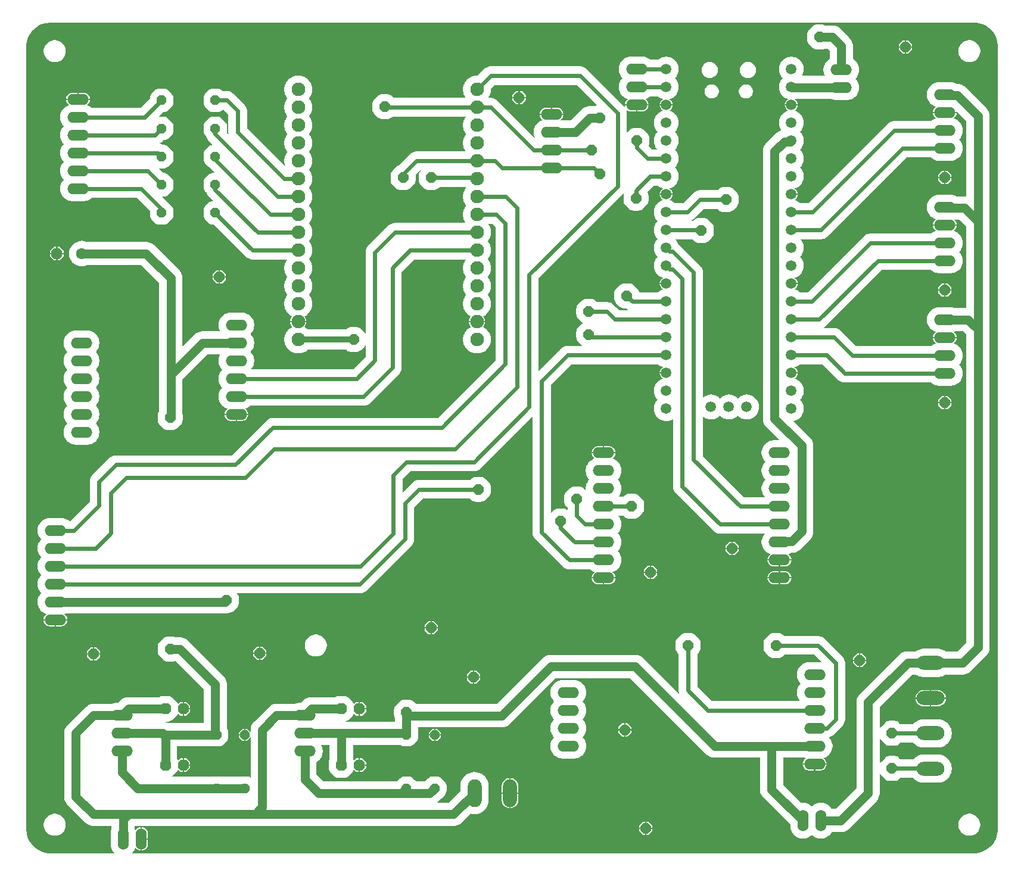
<source format=gbr>
%TF.GenerationSoftware,KiCad,Pcbnew,9.0.2*%
%TF.CreationDate,2025-06-17T12:09:41-05:00*%
%TF.ProjectId,board,626f6172-642e-46b6-9963-61645f706362,rev?*%
%TF.SameCoordinates,Original*%
%TF.FileFunction,Copper,L2,Bot*%
%TF.FilePolarity,Positive*%
%FSLAX46Y46*%
G04 Gerber Fmt 4.6, Leading zero omitted, Abs format (unit mm)*
G04 Created by KiCad (PCBNEW 9.0.2) date 2025-06-17 12:09:41*
%MOMM*%
%LPD*%
G01*
G04 APERTURE LIST*
G04 Aperture macros list*
%AMOutline5P*
0 Free polygon, 5 corners , with rotation*
0 The origin of the aperture is its center*
0 number of corners: always 5*
0 $1 to $10 corner X, Y*
0 $11 Rotation angle, in degrees counterclockwise*
0 create outline with 5 corners*
4,1,5,$1,$2,$3,$4,$5,$6,$7,$8,$9,$10,$1,$2,$11*%
%AMOutline6P*
0 Free polygon, 6 corners , with rotation*
0 The origin of the aperture is its center*
0 number of corners: always 6*
0 $1 to $12 corner X, Y*
0 $13 Rotation angle, in degrees counterclockwise*
0 create outline with 6 corners*
4,1,6,$1,$2,$3,$4,$5,$6,$7,$8,$9,$10,$11,$12,$1,$2,$13*%
%AMOutline7P*
0 Free polygon, 7 corners , with rotation*
0 The origin of the aperture is its center*
0 number of corners: always 7*
0 $1 to $14 corner X, Y*
0 $15 Rotation angle, in degrees counterclockwise*
0 create outline with 7 corners*
4,1,7,$1,$2,$3,$4,$5,$6,$7,$8,$9,$10,$11,$12,$13,$14,$1,$2,$15*%
%AMOutline8P*
0 Free polygon, 8 corners , with rotation*
0 The origin of the aperture is its center*
0 number of corners: always 8*
0 $1 to $16 corner X, Y*
0 $17 Rotation angle, in degrees counterclockwise*
0 create outline with 8 corners*
4,1,8,$1,$2,$3,$4,$5,$6,$7,$8,$9,$10,$11,$12,$13,$14,$15,$16,$1,$2,$17*%
G04 Aperture macros list end*
%TA.AperFunction,ComponentPad*%
%ADD10C,1.930400*%
%TD*%
%TA.AperFunction,ComponentPad*%
%ADD11O,3.048000X1.524000*%
%TD*%
%TA.AperFunction,ComponentPad*%
%ADD12Outline8P,-0.660400X0.273547X-0.273547X0.660400X0.273547X0.660400X0.660400X0.273547X0.660400X-0.273547X0.273547X-0.660400X-0.273547X-0.660400X-0.660400X-0.273547X0.000000*%
%TD*%
%TA.AperFunction,ComponentPad*%
%ADD13Outline8P,-0.660400X0.273547X-0.273547X0.660400X0.273547X0.660400X0.660400X0.273547X0.660400X-0.273547X0.273547X-0.660400X-0.273547X-0.660400X-0.660400X-0.273547X90.000000*%
%TD*%
%TA.AperFunction,ComponentPad*%
%ADD14Outline8P,-0.660400X0.273547X-0.273547X0.660400X0.273547X0.660400X0.660400X0.273547X0.660400X-0.273547X0.273547X-0.660400X-0.273547X-0.660400X-0.660400X-0.273547X270.000000*%
%TD*%
%TA.AperFunction,ComponentPad*%
%ADD15O,1.524000X3.048000*%
%TD*%
%TA.AperFunction,ComponentPad*%
%ADD16Outline8P,-0.800100X0.331412X-0.331412X0.800100X0.331412X0.800100X0.800100X0.331412X0.800100X-0.331412X0.331412X-0.800100X-0.331412X-0.800100X-0.800100X-0.331412X0.000000*%
%TD*%
%TA.AperFunction,ComponentPad*%
%ADD17C,1.600200*%
%TD*%
%TA.AperFunction,ComponentPad*%
%ADD18Outline8P,-0.800100X0.331412X-0.331412X0.800100X0.331412X0.800100X0.800100X0.331412X0.800100X-0.331412X0.331412X-0.800100X-0.331412X-0.800100X-0.800100X-0.331412X180.000000*%
%TD*%
%TA.AperFunction,ComponentPad*%
%ADD19Outline8P,-0.762000X0.315631X-0.315631X0.762000X0.315631X0.762000X0.762000X0.315631X0.762000X-0.315631X0.315631X-0.762000X-0.315631X-0.762000X-0.762000X-0.315631X0.000000*%
%TD*%
%TA.AperFunction,ComponentPad*%
%ADD20Outline8P,-0.762000X0.315631X-0.315631X0.762000X0.315631X0.762000X0.762000X0.315631X0.762000X-0.315631X0.315631X-0.762000X-0.315631X-0.762000X-0.762000X-0.315631X180.000000*%
%TD*%
%TA.AperFunction,ComponentPad*%
%ADD21O,3.962400X1.981200*%
%TD*%
%TA.AperFunction,ComponentPad*%
%ADD22O,1.981200X3.962400*%
%TD*%
%TA.AperFunction,ComponentPad*%
%ADD23C,1.508000*%
%TD*%
%TA.AperFunction,Conductor*%
%ADD24C,0.609600*%
%TD*%
%TA.AperFunction,Conductor*%
%ADD25C,1.270000*%
%TD*%
%TA.AperFunction,Conductor*%
%ADD26C,0.812800*%
%TD*%
%TA.AperFunction,Conductor*%
%ADD27C,0.508000*%
%TD*%
G04 APERTURE END LIST*
D10*
%TO.P,ESP32,EN*%
%TO.N,N$1*%
X118101100Y-55443600D03*
%TO.P,ESP32,VP*%
%TO.N,N$2*%
X118101100Y-57983600D03*
%TO.P,ESP32,VN*%
%TO.N,N$3*%
X118101100Y-60523600D03*
%TO.P,ESP32,D34*%
%TO.N,N$4*%
X118101100Y-63063600D03*
%TO.P,ESP32,D35*%
%TO.N,N$5*%
X118101100Y-65603600D03*
%TO.P,ESP32,D32*%
%TO.N,N$6*%
X118101100Y-68143600D03*
%TO.P,ESP32,D33*%
%TO.N,N$7*%
X118101100Y-70683600D03*
%TO.P,ESP32,D25*%
%TO.N,N$8*%
X118101100Y-73223600D03*
%TO.P,ESP32,D26*%
%TO.N,N$9*%
X118101100Y-75763600D03*
%TO.P,ESP32,D27*%
%TO.N,N$10*%
X118101100Y-78303600D03*
%TO.P,ESP32,D14*%
%TO.N,N/C*%
X118101100Y-80843600D03*
%TO.P,ESP32,D12*%
X118101100Y-83383600D03*
%TO.P,ESP32,D13*%
X118101100Y-85923600D03*
%TO.P,ESP32,GND*%
%TO.N,GND*%
X118101100Y-88463600D03*
%TO.P,ESP32,VIN*%
%TO.N,VCC*%
X118101100Y-91003600D03*
%TO.P,ESP32,D23*%
%TO.N,MOSI*%
X143501100Y-55443600D03*
%TO.P,ESP32,D22*%
%TO.N,SCL*%
X143501100Y-57983600D03*
%TO.P,ESP32,D1*%
%TO.N,N$18*%
X143501100Y-60523600D03*
%TO.P,ESP32,D3*%
%TO.N,N$19*%
X143501100Y-63063600D03*
%TO.P,ESP32,D21*%
%TO.N,SDA*%
X143501100Y-65603600D03*
%TO.P,ESP32,D19*%
%TO.N,MISO*%
X143501100Y-68143600D03*
%TO.P,ESP32,D18*%
%TO.N,SCK*%
X143501100Y-70683600D03*
%TO.P,ESP32,D5*%
%TO.N,CS*%
X143501100Y-73223600D03*
%TO.P,ESP32,D17*%
%TO.N,RX*%
X143501100Y-75763600D03*
%TO.P,ESP32,D16*%
%TO.N,TX*%
X143501100Y-78303600D03*
%TO.P,ESP32,D4*%
%TO.N,N/C*%
X143501100Y-80843600D03*
%TO.P,ESP32,D2*%
X143501100Y-83383600D03*
%TO.P,ESP32,D15*%
X143501100Y-85923600D03*
%TO.P,ESP32,GND@1*%
%TO.N,GND*%
X143501100Y-88463600D03*
%TO.P,ESP32,3V3*%
%TO.N,N/C*%
X143501100Y-91003600D03*
%TD*%
D11*
%TO.P,LEDS0,6*%
%TO.N,GND*%
X86801100Y-56853600D03*
%TO.P,LEDS0,5*%
%TO.N,N$16*%
X86801100Y-59393600D03*
%TO.P,LEDS0,4*%
%TO.N,N$15*%
X86801100Y-61933600D03*
%TO.P,LEDS0,3*%
%TO.N,N$14*%
X86801100Y-64473600D03*
%TO.P,LEDS0,2*%
%TO.N,N$13*%
X86801100Y-67013600D03*
%TO.P,LEDS0,1*%
%TO.N,N$11*%
X86801100Y-69553600D03*
%TD*%
D12*
%TO.P,R1,2*%
%TO.N,N$10*%
X106311100Y-73003600D03*
%TO.P,R1,1*%
%TO.N,N$11*%
X98691100Y-73003600D03*
%TD*%
%TO.P,R2,2*%
%TO.N,N$9*%
X106311100Y-69003600D03*
%TO.P,R2,1*%
%TO.N,N$13*%
X98691100Y-69003600D03*
%TD*%
%TO.P,R3,2*%
%TO.N,N$8*%
X106311100Y-65003600D03*
%TO.P,R3,1*%
%TO.N,N$14*%
X98691100Y-65003600D03*
%TD*%
%TO.P,R4,2*%
%TO.N,N$7*%
X106311100Y-61003600D03*
%TO.P,R4,1*%
%TO.N,N$15*%
X98691100Y-61003600D03*
%TD*%
%TO.P,R5,2*%
%TO.N,N$6*%
X106311100Y-57003600D03*
%TO.P,R5,1*%
%TO.N,N$16*%
X98691100Y-57003600D03*
%TD*%
D11*
%TO.P,SIM800L0,6*%
%TO.N,GND*%
X109301100Y-101653600D03*
%TO.P,SIM800L0,5*%
%TO.N,TX*%
X109301100Y-99113600D03*
%TO.P,SIM800L0,4*%
%TO.N,RX*%
X109301100Y-96573600D03*
%TO.P,SIM800L0,3*%
%TO.N,N/C*%
X109301100Y-94033600D03*
%TO.P,SIM800L0,2*%
%TO.N,VREG*%
X109301100Y-91493600D03*
%TO.P,SIM800L0,1*%
%TO.N,N/C*%
X109301100Y-88953600D03*
%TD*%
%TO.P,REG5V0,3*%
%TO.N,VIN*%
X119041100Y-144463600D03*
%TO.P,REG5V0,2*%
%TO.N,VCC*%
X119041100Y-147003600D03*
%TO.P,REG5V0,1*%
%TO.N,N$21*%
X119041100Y-149543600D03*
%TD*%
%TO.P,REG4.2V0,3*%
%TO.N,VIN*%
X93041100Y-144463600D03*
%TO.P,REG4.2V0,2*%
%TO.N,VREG*%
X93041100Y-147003600D03*
%TO.P,REG4.2V0,1*%
%TO.N,N$22*%
X93041100Y-149543600D03*
%TD*%
D13*
%TO.P,R6,2*%
%TO.N,VCC*%
X133501100Y-147193600D03*
%TO.P,R6,1*%
%TO.N,N$21*%
X133501100Y-154813600D03*
%TD*%
%TO.P,R7,2*%
%TO.N,VREG*%
X106501100Y-147193600D03*
%TO.P,R7,1*%
%TO.N,N$22*%
X106501100Y-154813600D03*
%TD*%
D14*
%TO.P,R8,2*%
%TO.N,N$21*%
X137501100Y-154813600D03*
%TO.P,R8,1*%
%TO.N,GND*%
X137501100Y-147193600D03*
%TD*%
%TO.P,R9,2*%
%TO.N,N$22*%
X110501100Y-154813600D03*
%TO.P,R9,1*%
%TO.N,GND*%
X110501100Y-147193600D03*
%TD*%
D15*
%TO.P,VBAT0,2*%
%TO.N,GND*%
X95771100Y-162003600D03*
%TO.P,VBAT0,1*%
%TO.N,VIN*%
X93231100Y-162003600D03*
%TD*%
D16*
%TO.P,C1,2*%
%TO.N,GND*%
X101771100Y-151503600D03*
%TO.P,C1,1*%
%TO.N,VREG*%
X99231100Y-151503600D03*
%TD*%
%TO.P,C2,2*%
%TO.N,GND*%
X101771100Y-143503600D03*
%TO.P,C2,1*%
%TO.N,VIN*%
X99231100Y-143503600D03*
%TD*%
%TO.P,C3,2*%
%TO.N,GND*%
X126771100Y-151503600D03*
%TO.P,C3,1*%
%TO.N,VCC*%
X124231100Y-151503600D03*
%TD*%
%TO.P,C4,2*%
%TO.N,GND*%
X126771100Y-143503600D03*
%TO.P,C4,1*%
%TO.N,VIN*%
X124231100Y-143503600D03*
%TD*%
D17*
%TO.P,C5,+*%
%TO.N,VREG*%
X87357100Y-78803600D03*
D18*
%TO.P,C5,-*%
%TO.N,GND*%
X83801100Y-78803600D03*
%TD*%
D11*
%TO.P,_0,6*%
%TO.N,N/C*%
X87301100Y-91493600D03*
%TO.P,_0,5*%
X87301100Y-94033600D03*
%TO.P,_0,4*%
X87301100Y-96573600D03*
%TO.P,_0,3*%
X87301100Y-99113600D03*
%TO.P,_0,2*%
X87301100Y-101653600D03*
%TO.P,_0,1*%
X87301100Y-104193600D03*
%TD*%
%TO.P,DS3231,6*%
%TO.N,GND*%
X191501100Y-151353600D03*
%TO.P,DS3231,5*%
%TO.N,VCC*%
X191501100Y-148813600D03*
%TO.P,DS3231,4*%
%TO.N,SDA*%
X191501100Y-146273600D03*
%TO.P,DS3231,3*%
%TO.N,SCL*%
X191501100Y-143733600D03*
%TO.P,DS3231,2*%
%TO.N,N/C*%
X191501100Y-141193600D03*
%TO.P,DS3231,1*%
X191501100Y-138653600D03*
%TD*%
%TO.P,HW-125,6*%
%TO.N,GND*%
X83601100Y-130853600D03*
%TO.P,HW-125,5*%
%TO.N,VCC*%
X83601100Y-128313600D03*
%TO.P,HW-125,4*%
%TO.N,MISO*%
X83601100Y-125773600D03*
%TO.P,HW-125,3*%
%TO.N,MOSI*%
X83601100Y-123233600D03*
%TO.P,HW-125,2*%
%TO.N,SCK*%
X83601100Y-120693600D03*
%TO.P,HW-125,1*%
%TO.N,CS*%
X83601100Y-118153600D03*
%TD*%
%TO.P,JP3,4*%
%TO.N,N/C*%
X156501100Y-141193600D03*
%TO.P,JP3,3*%
X156501100Y-143733600D03*
%TO.P,JP3,2*%
X156501100Y-146273600D03*
%TO.P,JP3,1*%
X156501100Y-148813600D03*
%TD*%
%TO.P,DISPLAY0,4*%
%TO.N,GND*%
X154101100Y-58993600D03*
%TO.P,DISPLAY0,3*%
%TO.N,VCC*%
X154101100Y-61533600D03*
%TO.P,DISPLAY0,2*%
%TO.N,SCL*%
X154101100Y-64073600D03*
%TO.P,DISPLAY0,1*%
%TO.N,SDA*%
X154101100Y-66613600D03*
%TD*%
%TO.P,LORA0,8*%
%TO.N,GND*%
X161501100Y-107113600D03*
%TO.P,LORA0,7*%
%TO.N,N$29*%
X161501100Y-109653600D03*
%TO.P,LORA0,6*%
%TO.N,N$27*%
X161501100Y-112193600D03*
%TO.P,LORA0,5*%
%TO.N,DSCK*%
X161501100Y-114733600D03*
%TO.P,LORA0,4*%
%TO.N,DMISO*%
X161501100Y-117273600D03*
%TO.P,LORA0,3*%
%TO.N,DMOSI*%
X161501100Y-119813600D03*
%TO.P,LORA0,2*%
%TO.N,DCS*%
X161501100Y-122353600D03*
%TO.P,LORA0,1*%
%TO.N,GND*%
X161501100Y-124893600D03*
%TD*%
%TO.P,.0,8*%
%TO.N,N/C*%
X186501100Y-107113600D03*
%TO.P,.0,7*%
X186501100Y-109653600D03*
%TO.P,.0,6*%
X186501100Y-112193600D03*
%TO.P,.0,5*%
%TO.N,DIO0*%
X186501100Y-114733600D03*
%TO.P,.0,4*%
%TO.N,DRST*%
X186501100Y-117273600D03*
%TO.P,.0,3*%
%TO.N,3V3*%
X186501100Y-119813600D03*
%TO.P,.0,2*%
%TO.N,GND*%
X186501100Y-122353600D03*
%TO.P,.0,1*%
X186501100Y-124893600D03*
%TD*%
D19*
%TO.P,JP4,1*%
%TO.N,VCC*%
X133501100Y-144003600D03*
%TD*%
D20*
%TO.P,JP5,1*%
%TO.N,VCC*%
X126001100Y-91003600D03*
%TD*%
D19*
%TO.P,JP6,1*%
%TO.N,VCC*%
X192201100Y-48003600D03*
%TD*%
%TO.P,JP7,1*%
%TO.N,SDA*%
X186001100Y-134503600D03*
%TD*%
%TO.P,JP8,1*%
%TO.N,SDA*%
X133001100Y-68003600D03*
%TD*%
%TO.P,JP9,1*%
%TO.N,SCL*%
X173501100Y-134503600D03*
%TD*%
%TO.P,JP10,1*%
%TO.N,SCL*%
X130401100Y-57903600D03*
%TD*%
%TO.P,JP11,1*%
%TO.N,MISO*%
X143701100Y-112303600D03*
%TD*%
%TO.P,JP12,1*%
%TO.N,MISO*%
X137001100Y-68003600D03*
%TD*%
%TO.P,JP13,1*%
%TO.N,GND*%
X179801100Y-120703600D03*
%TD*%
%TO.P,JP14,1*%
%TO.N,GND*%
X149501100Y-56603600D03*
%TD*%
%TO.P,JP15,1*%
%TO.N,GND*%
X164501100Y-146503600D03*
%TD*%
%TO.P,JP16,1*%
%TO.N,GND*%
X89001100Y-135703600D03*
%TD*%
%TO.P,JP17,1*%
%TO.N,GND*%
X168201100Y-124103600D03*
%TD*%
%TO.P,JP18,1*%
%TO.N,VREG*%
X99901100Y-102103600D03*
%TD*%
%TO.P,JP19,1*%
%TO.N,GND*%
X204401100Y-49403600D03*
%TD*%
%TO.P,JP20,1*%
%TO.N,GND*%
X137001100Y-132003600D03*
%TD*%
D21*
%TO.P,BUS_B0,4*%
%TO.N,VCC3*%
X208001100Y-136985200D03*
%TO.P,BUS_B0,3*%
%TO.N,GND*%
X208001100Y-142014400D03*
%TO.P,BUS_B0,2*%
%TO.N,SCL7*%
X208001100Y-146992800D03*
%TO.P,BUS_B0,1*%
%TO.N,SDA7*%
X208001100Y-152022000D03*
%TD*%
D22*
%TO.P,VBAT_B0,2*%
%TO.N,GND*%
X148201100Y-155503600D03*
%TO.P,VBAT_B0,1*%
%TO.N,VIN*%
X143171900Y-155503600D03*
%TD*%
D19*
%TO.P,JP21,1*%
%TO.N,VREG*%
X99901100Y-135003600D03*
%TD*%
%TO.P,JP22,1*%
%TO.N,GND*%
X167501100Y-160503600D03*
%TD*%
%TO.P,JP23,1*%
%TO.N,GND*%
X143001100Y-139003600D03*
%TD*%
%TO.P,JP24,1*%
%TO.N,GND*%
X112601100Y-135603600D03*
%TD*%
%TO.P,JP1,1*%
%TO.N,VCC*%
X161001100Y-59503600D03*
%TD*%
%TO.P,JP2,1*%
%TO.N,SDA*%
X166201100Y-62703600D03*
%TD*%
%TO.P,JP25,1*%
%TO.N,SDA*%
X161001100Y-67503600D03*
%TD*%
%TO.P,JP26,1*%
%TO.N,SCL*%
X166101100Y-70903600D03*
%TD*%
%TO.P,JP27,1*%
%TO.N,SCL*%
X159801100Y-64103600D03*
%TD*%
D11*
%TO.P,PORT1,4*%
%TO.N,SDA2*%
X210001100Y-63813600D03*
%TO.P,PORT1,3*%
%TO.N,SCL2*%
X210001100Y-61273600D03*
%TO.P,PORT1,2*%
%TO.N,GND*%
X210001100Y-58733600D03*
%TO.P,PORT1,1*%
%TO.N,VCC3*%
X210001100Y-56193600D03*
%TD*%
%TO.P,PORT2,4*%
%TO.N,SDA3*%
X210001100Y-79813600D03*
%TO.P,PORT2,3*%
%TO.N,SCL3*%
X210001100Y-77273600D03*
%TO.P,PORT2,2*%
%TO.N,GND*%
X210001100Y-74733600D03*
%TO.P,PORT2,1*%
%TO.N,VCC3*%
X210001100Y-72193600D03*
%TD*%
%TO.P,PORT3,4*%
%TO.N,SDA4*%
X210001100Y-95813600D03*
%TO.P,PORT3,3*%
%TO.N,SCL4*%
X210001100Y-93273600D03*
%TO.P,PORT3,2*%
%TO.N,GND*%
X210001100Y-90733600D03*
%TO.P,PORT3,1*%
%TO.N,VCC3*%
X210001100Y-88193600D03*
%TD*%
D19*
%TO.P,JP28,1*%
%TO.N,SDA7*%
X178901100Y-71103600D03*
%TD*%
%TO.P,JP29,1*%
%TO.N,SCL7*%
X175401100Y-75503600D03*
%TD*%
%TO.P,JP30,1*%
%TO.N,SDA7*%
X202501100Y-152003600D03*
%TD*%
%TO.P,JP31,1*%
%TO.N,SCL7*%
X202501100Y-147003600D03*
%TD*%
%TO.P,JP34,1*%
%TO.N,GND*%
X197901100Y-136603600D03*
%TD*%
%TO.P,JP35,1*%
%TO.N,GND*%
X210001100Y-68003600D03*
%TD*%
%TO.P,JP36,1*%
%TO.N,GND*%
X210001100Y-84003600D03*
%TD*%
%TO.P,JP37,1*%
%TO.N,GND*%
X210001100Y-100003600D03*
%TD*%
%TO.P,JP39,1*%
%TO.N,VCC*%
X107901100Y-128103600D03*
%TD*%
%TO.P,JP40,1*%
%TO.N,GND*%
X106901100Y-82103600D03*
%TD*%
D23*
%TO.P,PI_PICO0,43*%
%TO.N,N/C*%
X181841100Y-100603600D03*
%TO.P,PI_PICO0,42*%
%TO.N,SWGND*%
X179301100Y-100603600D03*
%TO.P,PI_PICO0,41*%
%TO.N,N/C*%
X176761100Y-100603600D03*
%TO.P,PI_PICO0,40*%
%TO.N,VBUS*%
X188191100Y-52573600D03*
%TO.P,PI_PICO0,39*%
%TO.N,VCC2*%
X188191100Y-55113600D03*
%TO.P,PI_PICO0,38*%
%TO.N,GND*%
X188191100Y-57653600D03*
%TO.P,PI_PICO0,37*%
%TO.N,N/C*%
X188191100Y-60193600D03*
%TO.P,PI_PICO0,36*%
%TO.N,3V3*%
X188191100Y-62733600D03*
%TO.P,PI_PICO0,35*%
%TO.N,N/C*%
X188191100Y-65273600D03*
%TO.P,PI_PICO0,34*%
X188191100Y-67813600D03*
%TO.P,PI_PICO0,33*%
%TO.N,GND*%
X188191100Y-70353600D03*
%TO.P,PI_PICO0,32*%
%TO.N,SCL2*%
X188191100Y-72893600D03*
%TO.P,PI_PICO0,31*%
%TO.N,SDA2*%
X188191100Y-75433600D03*
%TO.P,PI_PICO0,30*%
%TO.N,N/C*%
X188191100Y-77973600D03*
%TO.P,PI_PICO0,29*%
X188191100Y-80513600D03*
%TO.P,PI_PICO0,28*%
%TO.N,GND*%
X188191100Y-83053600D03*
%TO.P,PI_PICO0,27*%
%TO.N,SCL3*%
X188191100Y-85593600D03*
%TO.P,PI_PICO0,26*%
%TO.N,SDA3*%
X188191100Y-88133600D03*
%TO.P,PI_PICO0,25*%
%TO.N,SCL4*%
X188191100Y-90673600D03*
%TO.P,PI_PICO0,24*%
%TO.N,SDA4*%
X188191100Y-93213600D03*
%TO.P,PI_PICO0,23*%
%TO.N,GND*%
X188191100Y-95753600D03*
%TO.P,PI_PICO0,22*%
%TO.N,SCL5*%
X188191100Y-98293600D03*
%TO.P,PI_PICO0,21*%
%TO.N,SDA5*%
X188191100Y-100833600D03*
%TO.P,PI_PICO0,20*%
%TO.N,SCL6*%
X170411100Y-100833600D03*
%TO.P,PI_PICO0,19*%
%TO.N,SDA6*%
X170411100Y-98293600D03*
%TO.P,PI_PICO0,18*%
%TO.N,GND*%
X170411100Y-95753600D03*
%TO.P,PI_PICO0,17*%
%TO.N,DCS*%
X170411100Y-93213600D03*
%TO.P,PI_PICO0,16*%
%TO.N,DMISO*%
X170411100Y-90673600D03*
%TO.P,PI_PICO0,15*%
%TO.N,DMOSI*%
X170411100Y-88133600D03*
%TO.P,PI_PICO0,14*%
%TO.N,DSCK*%
X170411100Y-85593600D03*
%TO.P,PI_PICO0,13*%
%TO.N,GND*%
X170411100Y-83053600D03*
%TO.P,PI_PICO0,12*%
%TO.N,DRST*%
X170411100Y-80513600D03*
%TO.P,PI_PICO0,11*%
%TO.N,DIO0*%
X170411100Y-77973600D03*
%TO.P,PI_PICO0,10*%
%TO.N,SCL7*%
X170411100Y-75433600D03*
%TO.P,PI_PICO0,9*%
%TO.N,SDA7*%
X170411100Y-72893600D03*
%TO.P,PI_PICO0,5*%
%TO.N,N/C*%
X170411100Y-62733600D03*
%TO.P,PI_PICO0,6*%
%TO.N,SDA*%
X170411100Y-65273600D03*
%TO.P,PI_PICO0,4*%
%TO.N,N/C*%
X170411100Y-60193600D03*
%TO.P,PI_PICO0,3*%
%TO.N,GND*%
X170411100Y-57653600D03*
%TO.P,PI_PICO0,8*%
X170411100Y-70353600D03*
%TO.P,PI_PICO0,7*%
%TO.N,SCL*%
X170411100Y-67813600D03*
%TO.P,PI_PICO0,2*%
%TO.N,N$17*%
X170411100Y-55113600D03*
%TO.P,PI_PICO0,1*%
%TO.N,N$12*%
X170411100Y-52573600D03*
%TD*%
D19*
%TO.P,JP41,1*%
%TO.N,DMOSI*%
X159401100Y-87003600D03*
%TD*%
%TO.P,JP42,1*%
%TO.N,DMOSI*%
X155401100Y-116803600D03*
%TD*%
%TO.P,JP43,1*%
%TO.N,DMISO*%
X159401100Y-90303600D03*
%TD*%
%TO.P,JP44,1*%
%TO.N,DMISO*%
X157701100Y-113703600D03*
%TD*%
%TO.P,JP45,1*%
%TO.N,DSCK*%
X164801100Y-84803600D03*
%TD*%
%TO.P,JP46,1*%
%TO.N,DSCK*%
X165501100Y-114703600D03*
%TD*%
D11*
%TO.P,V_PICO0,2*%
%TO.N,VCC2*%
X195301100Y-55173600D03*
%TO.P,V_PICO0,1*%
%TO.N,VCC*%
X195301100Y-52633600D03*
%TD*%
D15*
%TO.P,V_I2C0,2*%
%TO.N,VCC3*%
X192371100Y-159403600D03*
%TO.P,V_I2C0,1*%
%TO.N,VCC*%
X189831100Y-159403600D03*
%TD*%
D11*
%TO.P,SERIAL0,3*%
%TO.N,GND*%
X166201100Y-57643600D03*
%TO.P,SERIAL0,2*%
%TO.N,N$17*%
X166201100Y-55103600D03*
%TO.P,SERIAL0,1*%
%TO.N,N$12*%
X166201100Y-52563600D03*
%TD*%
D24*
%TO.N,N$17*%
X170341100Y-55103600D02*
X170371100Y-55073600D01*
X166201100Y-55103600D02*
X170341100Y-55103600D01*
X170371100Y-55073600D02*
X170411100Y-55113600D01*
%TO.N,N$12*%
X170401100Y-52563600D02*
X170411100Y-52573600D01*
X166201100Y-52563600D02*
X170401100Y-52563600D01*
D25*
%TO.N,VCC2*%
X188251100Y-55173600D02*
X188191100Y-55113600D01*
X195301100Y-55173600D02*
X188251100Y-55173600D01*
%TO.N,VCC3*%
X214701100Y-59259100D02*
X214701100Y-74259100D01*
X211762600Y-56320600D02*
X214701100Y-59259100D01*
X210128100Y-56320600D02*
X211762600Y-56320600D01*
X210001100Y-56193600D02*
X210128100Y-56320600D01*
X214701100Y-74259100D02*
X214701100Y-89603600D01*
X212762600Y-72320600D02*
X214701100Y-74259100D01*
X210128100Y-72320600D02*
X212762600Y-72320600D01*
X210001100Y-72193600D02*
X210128100Y-72320600D01*
X214701100Y-89603600D02*
X213291100Y-88193600D01*
X213291100Y-88193600D02*
X210001100Y-88193600D01*
X214701100Y-105203600D02*
X214701100Y-89603600D01*
X214701100Y-121403600D02*
X214701100Y-105203600D01*
X214701100Y-134803600D02*
X214701100Y-121403600D01*
X212519500Y-136985200D02*
X214701100Y-134803600D01*
X208001100Y-136985200D02*
X212519500Y-136985200D01*
X199101100Y-142603600D02*
X204719500Y-136985200D01*
X204719500Y-136985200D02*
X208001100Y-136985200D01*
X195201100Y-159403600D02*
X199101100Y-155503600D01*
X199101100Y-155503600D02*
X199101100Y-142603600D01*
X192371100Y-159403600D02*
X195201100Y-159403600D01*
D24*
%TO.N,SDA2*%
X192371100Y-75433600D02*
X203991100Y-63813600D01*
X203991100Y-63813600D02*
X210001100Y-63813600D01*
X188191100Y-75433600D02*
X192371100Y-75433600D01*
%TO.N,SCL7*%
X207990300Y-147003600D02*
X208001100Y-146992800D01*
X202501100Y-147003600D02*
X207990300Y-147003600D01*
X175331100Y-75433600D02*
X175401100Y-75503600D01*
X170411100Y-75433600D02*
X175331100Y-75433600D01*
%TO.N,SDA7*%
X207982700Y-152003600D02*
X208001100Y-152022000D01*
X202501100Y-152003600D02*
X207982700Y-152003600D01*
X173411100Y-72893600D02*
X175201100Y-71103600D01*
X175201100Y-71103600D02*
X178901100Y-71103600D01*
X170411100Y-72893600D02*
X173411100Y-72893600D01*
%TO.N,SCL4*%
X194271100Y-90673600D02*
X196871100Y-93273600D01*
X196871100Y-93273600D02*
X210001100Y-93273600D01*
X188191100Y-90673600D02*
X194271100Y-90673600D01*
%TO.N,SDA4*%
X193211100Y-93213600D02*
X195811100Y-95813600D01*
X195811100Y-95813600D02*
X210001100Y-95813600D01*
X188191100Y-93213600D02*
X193211100Y-93213600D01*
%TO.N,SCL3*%
X191111100Y-85593600D02*
X199431100Y-77273600D01*
X199431100Y-77273600D02*
X210001100Y-77273600D01*
X188191100Y-85593600D02*
X191111100Y-85593600D01*
%TO.N,SDA3*%
X192171100Y-88133600D02*
X200491100Y-79813600D01*
X200491100Y-79813600D02*
X210001100Y-79813600D01*
X188191100Y-88133600D02*
X192171100Y-88133600D01*
%TO.N,SCL2*%
X191211100Y-72893600D02*
X202831100Y-61273600D01*
X202831100Y-61273600D02*
X210001100Y-61273600D01*
X188191100Y-72893600D02*
X191211100Y-72893600D01*
%TO.N,DIO0*%
X174301100Y-108103600D02*
X180931100Y-114733600D01*
X174301100Y-81469388D02*
X174301100Y-108103600D01*
X180931100Y-114733600D02*
X186501100Y-114733600D01*
X171270512Y-78438800D02*
X174301100Y-81469388D01*
X170876300Y-78438800D02*
X171270512Y-78438800D01*
X170411100Y-77973600D02*
X170876300Y-78438800D01*
%TO.N,DMISO*%
X157701100Y-116103600D02*
X158871100Y-117273600D01*
X158871100Y-117273600D02*
X161501100Y-117273600D01*
X157701100Y-113703600D02*
X157701100Y-116103600D01*
X159771100Y-90673600D02*
X159401100Y-90303600D01*
X170411100Y-90673600D02*
X159771100Y-90673600D01*
D25*
%TO.N,VIN*%
X140171900Y-158503600D02*
X143171900Y-155503600D01*
X112001100Y-158503600D02*
X140171900Y-158503600D01*
X93231100Y-159273600D02*
X94001100Y-158503600D01*
X93231100Y-162003600D02*
X93231100Y-159273600D01*
X113001100Y-146503600D02*
X113001100Y-157503600D01*
X115041100Y-144463600D02*
X113001100Y-146503600D01*
X119041100Y-144463600D02*
X115041100Y-144463600D01*
X86501100Y-156003600D02*
X89001100Y-158503600D01*
X112001100Y-158503600D02*
X113001100Y-157503600D01*
X111001100Y-158503600D02*
X94001100Y-158503600D01*
X112001100Y-158503600D02*
X111001100Y-158503600D01*
X89001100Y-158503600D02*
X94001100Y-158503600D01*
X86501100Y-147003600D02*
X86501100Y-156003600D01*
X89041100Y-144463600D02*
X86501100Y-147003600D01*
X93041100Y-144463600D02*
X89041100Y-144463600D01*
X94001100Y-143503600D02*
X93041100Y-144463600D01*
X99231100Y-143503600D02*
X94001100Y-143503600D01*
X120001100Y-143503600D02*
X119041100Y-144463600D01*
X124231100Y-143503600D02*
X120001100Y-143503600D01*
%TO.N,VREG*%
X106301100Y-140003600D02*
X101301100Y-135003600D01*
X101301100Y-135003600D02*
X99901100Y-135003600D01*
X106301100Y-143703600D02*
X106301100Y-140003600D01*
X100001100Y-102003600D02*
X99901100Y-102103600D01*
X100001100Y-96003600D02*
X100001100Y-102003600D01*
X96501100Y-78803600D02*
X100001100Y-82303600D01*
X100001100Y-82303600D02*
X100001100Y-96003600D01*
X87357100Y-78803600D02*
X96501100Y-78803600D01*
X104511100Y-91493600D02*
X100001100Y-96003600D01*
X109301100Y-91493600D02*
X104511100Y-91493600D01*
X98811100Y-147003600D02*
X99001100Y-147193600D01*
X93041100Y-147003600D02*
X98811100Y-147003600D01*
X99231100Y-147423600D02*
X99001100Y-147193600D01*
X99231100Y-151503600D02*
X99231100Y-147423600D01*
X106501100Y-147193600D02*
X99001100Y-147193600D01*
X106301100Y-146993600D02*
X106501100Y-147193600D01*
X106301100Y-146993600D02*
X106301100Y-143703600D01*
%TO.N,N$22*%
X106501100Y-154813600D02*
X110501100Y-154813600D01*
X95311100Y-154813600D02*
X93041100Y-152543600D01*
X93041100Y-152543600D02*
X93041100Y-149543600D01*
X106501100Y-154813600D02*
X95311100Y-154813600D01*
%TO.N,N$21*%
X136801100Y-155513600D02*
X137501100Y-154813600D01*
X132801100Y-155513600D02*
X136801100Y-155513600D01*
X132801100Y-155513600D02*
X133501100Y-154813600D01*
X131801100Y-155513600D02*
X132801100Y-155513600D01*
X121011100Y-155513600D02*
X131801100Y-155513600D01*
X119041100Y-153543600D02*
X121011100Y-155513600D01*
X119041100Y-149543600D02*
X119041100Y-153543600D01*
D24*
%TO.N,N$16*%
X86801100Y-59393600D02*
X96301100Y-59393600D01*
X96301100Y-59393600D02*
X98691100Y-57003600D01*
%TO.N,N$15*%
X86801100Y-61933600D02*
X97761100Y-61933600D01*
X97761100Y-61933600D02*
X98691100Y-61003600D01*
%TO.N,N$14*%
X86801100Y-64473600D02*
X98161100Y-64473600D01*
X98161100Y-64473600D02*
X98691100Y-65003600D01*
%TO.N,N$13*%
X86801100Y-67013600D02*
X96701100Y-67013600D01*
X96701100Y-67013600D02*
X98691100Y-69003600D01*
%TO.N,N$11*%
X95751100Y-69553600D02*
X98691100Y-72493600D01*
X86801100Y-69553600D02*
X95751100Y-69553600D01*
X98691100Y-72493600D02*
X98691100Y-73003600D01*
%TO.N,DCS*%
X152701100Y-118403600D02*
X156651100Y-122353600D01*
X156651100Y-122353600D02*
X161501100Y-122353600D01*
X152701100Y-96903600D02*
X152701100Y-118403600D01*
X156391100Y-93213600D02*
X152701100Y-96903600D01*
X170411100Y-93213600D02*
X156391100Y-93213600D01*
%TO.N,DRST*%
X178071100Y-117273600D02*
X186501100Y-117273600D01*
X172701100Y-111903600D02*
X178071100Y-117273600D01*
X172675500Y-82383788D02*
X172675500Y-108776950D01*
X171270512Y-80978800D02*
X172675500Y-82383788D01*
X172701100Y-108802550D02*
X172701100Y-111903600D01*
X172675500Y-108776950D02*
X172701100Y-108802550D01*
X170876300Y-80978800D02*
X171270512Y-80978800D01*
X170411100Y-80513600D02*
X170876300Y-80978800D01*
%TO.N,DMOSI*%
X155401100Y-117804650D02*
X157410050Y-119813600D01*
X157410050Y-119813600D02*
X161501100Y-119813600D01*
X155401100Y-116803600D02*
X155401100Y-117804650D01*
X162001100Y-87003600D02*
X159401100Y-87003600D01*
X163131100Y-88133600D02*
X162001100Y-87003600D01*
X170411100Y-88133600D02*
X163131100Y-88133600D01*
%TO.N,DSCK*%
X161531100Y-114703600D02*
X161501100Y-114733600D01*
X165501100Y-114703600D02*
X161531100Y-114703600D01*
X165591100Y-85593600D02*
X170411100Y-85593600D01*
X164801100Y-84803600D02*
X165591100Y-85593600D01*
%TO.N,TX*%
X134001100Y-78303600D02*
X143501100Y-78303600D01*
X131501100Y-80803600D02*
X134001100Y-78303600D01*
X131501100Y-95003600D02*
X131501100Y-80803600D01*
X127391100Y-99113600D02*
X131501100Y-95003600D01*
X109301100Y-99113600D02*
X127391100Y-99113600D01*
%TO.N,RX*%
X129001100Y-78603600D02*
X131841100Y-75763600D01*
X129001100Y-94003600D02*
X129001100Y-78603600D01*
X131841100Y-75763600D02*
X143501100Y-75763600D01*
X126431100Y-96573600D02*
X129001100Y-94003600D01*
X109301100Y-96573600D02*
X126431100Y-96573600D01*
%TO.N,CS*%
X92201100Y-108803600D02*
X89801100Y-111203600D01*
X109201100Y-108803600D02*
X92201100Y-108803600D01*
X114501100Y-103503600D02*
X109201100Y-108803600D01*
X86251100Y-118153600D02*
X83601100Y-118153600D01*
X89801100Y-114603600D02*
X86251100Y-118153600D01*
X89801100Y-111203600D02*
X89801100Y-114603600D01*
X138501100Y-103503600D02*
X114501100Y-103503600D01*
X147501100Y-94503600D02*
X138501100Y-103503600D01*
X147501100Y-74503600D02*
X147501100Y-94503600D01*
X146221100Y-73223600D02*
X147501100Y-74503600D01*
X143501100Y-73223600D02*
X146221100Y-73223600D01*
%TO.N,MOSI*%
X131601100Y-118603600D02*
X126971100Y-123233600D01*
X131601100Y-110303600D02*
X131601100Y-118603600D01*
X150901100Y-100603600D02*
X143101100Y-108403600D01*
X126971100Y-123233600D02*
X83601100Y-123233600D01*
X133501100Y-108403600D02*
X131601100Y-110303600D01*
X143101100Y-108403600D02*
X133501100Y-108403600D01*
X145441100Y-53503600D02*
X143501100Y-55443600D01*
X150901100Y-81803600D02*
X150901100Y-100603600D01*
X163501100Y-69203600D02*
X150901100Y-81803600D01*
X158201100Y-53503600D02*
X145441100Y-53503600D01*
X163501100Y-58803600D02*
X158201100Y-53503600D01*
X163501100Y-69203600D02*
X163501100Y-58803600D01*
%TO.N,MISO*%
X126870837Y-125773600D02*
X83601100Y-125773600D01*
X133272700Y-119371738D02*
X126870837Y-125773600D01*
X133272700Y-114303600D02*
X133272700Y-119371738D01*
X135272700Y-112303600D02*
X133272700Y-114303600D01*
X143701100Y-112303600D02*
X135272700Y-112303600D01*
X143361100Y-68003600D02*
X137001100Y-68003600D01*
X143501100Y-68143600D02*
X143361100Y-68003600D01*
%TO.N,SCK*%
X147581100Y-70683600D02*
X149201100Y-72303600D01*
X143501100Y-70683600D02*
X147581100Y-70683600D01*
X114701100Y-106603600D02*
X110629500Y-110675200D01*
X89311100Y-120693600D02*
X83601100Y-120693600D01*
X91501100Y-118503600D02*
X89311100Y-120693600D01*
X91501100Y-112843338D02*
X91501100Y-118503600D01*
X93669237Y-110675200D02*
X91501100Y-112843338D01*
X110629500Y-110675200D02*
X93669237Y-110675200D01*
X149201100Y-97803600D02*
X140401100Y-106603600D01*
X140401100Y-106603600D02*
X114701100Y-106603600D01*
X149201100Y-72303600D02*
X149201100Y-97803600D01*
D25*
%TO.N,3V3*%
X189676100Y-106114100D02*
X189676100Y-118273100D01*
X186628100Y-119686600D02*
X186501100Y-119813600D01*
X188262600Y-119686600D02*
X186628100Y-119686600D01*
X189676100Y-118273100D02*
X188262600Y-119686600D01*
X185786100Y-102224100D02*
X189676100Y-106114100D01*
X185786100Y-64277413D02*
X185786100Y-102224100D01*
X188056100Y-62868600D02*
X187194912Y-62868600D01*
X188191100Y-62733600D02*
X188056100Y-62868600D01*
X187194912Y-62868600D02*
X185786100Y-64277413D01*
D24*
%TO.N,SDA*%
X166201100Y-63703600D02*
X167771100Y-65273600D01*
X167771100Y-65273600D02*
X170411100Y-65273600D01*
X166201100Y-62703600D02*
X166201100Y-63703600D01*
X134901100Y-65603600D02*
X143501100Y-65603600D01*
X146101100Y-65603600D02*
X143501100Y-65603600D01*
X147111100Y-66613600D02*
X146101100Y-65603600D01*
X147111100Y-66613600D02*
X154101100Y-66613600D01*
X160111100Y-66613600D02*
X161001100Y-67503600D01*
X154101100Y-66613600D02*
X160111100Y-66613600D01*
X133001100Y-67503600D02*
X134901100Y-65603600D01*
X133001100Y-68003600D02*
X133001100Y-67503600D01*
X194501100Y-145003600D02*
X193231100Y-146273600D01*
X192001100Y-134503600D02*
X186001100Y-134503600D01*
X194501100Y-137003600D02*
X192001100Y-134503600D01*
X194501100Y-145003600D02*
X194501100Y-137003600D01*
X193231100Y-146273600D02*
X191501100Y-146273600D01*
%TO.N,SCL*%
X166101100Y-69803600D02*
X168091100Y-67813600D01*
X168091100Y-67813600D02*
X170411100Y-67813600D01*
X166101100Y-70903600D02*
X166101100Y-69803600D01*
X159771100Y-64073600D02*
X159801100Y-64103600D01*
X154101100Y-64073600D02*
X159771100Y-64073600D01*
X145481100Y-57983600D02*
X151571100Y-64073600D01*
X151571100Y-64073600D02*
X154101100Y-64073600D01*
X143501100Y-57983600D02*
X145481100Y-57983600D01*
X130401100Y-57903600D02*
X130481100Y-57983600D01*
X143501100Y-57983600D02*
X130481100Y-57983600D01*
X173501100Y-134503600D02*
X173501100Y-140903600D01*
X176331100Y-143733600D02*
X191501100Y-143733600D01*
X173501100Y-140903600D02*
X176331100Y-143733600D01*
D25*
%TO.N,VCC*%
X194001100Y-48003600D02*
X195301100Y-49303600D01*
X195301100Y-49303600D02*
X195301100Y-52633600D01*
X192201100Y-48003600D02*
X194001100Y-48003600D01*
X185401100Y-154973600D02*
X189831100Y-159403600D01*
X185401100Y-148813600D02*
X185401100Y-154973600D01*
D26*
X126001100Y-91003600D02*
X118101100Y-91003600D01*
D25*
X107691100Y-128313600D02*
X83601100Y-128313600D01*
X107901100Y-128103600D02*
X107691100Y-128313600D01*
X157471100Y-61533600D02*
X154101100Y-61533600D01*
X159501100Y-59503600D02*
X157471100Y-61533600D01*
X161001100Y-59503600D02*
X159501100Y-59503600D01*
X166001100Y-137503600D02*
X177311100Y-148813600D01*
X154001100Y-137503600D02*
X166001100Y-137503600D01*
X147001100Y-144503600D02*
X154001100Y-137503600D01*
X185401100Y-148813600D02*
X191501100Y-148813600D01*
X177311100Y-148813600D02*
X185401100Y-148813600D01*
X133501100Y-144003600D02*
X134001100Y-144503600D01*
X147001100Y-144503600D02*
X134001100Y-144503600D01*
X133311100Y-147003600D02*
X133501100Y-147193600D01*
X124501100Y-147003600D02*
X133311100Y-147003600D01*
X133501100Y-144003600D02*
X133501100Y-147193600D01*
X124231100Y-147273600D02*
X124501100Y-147003600D01*
X124231100Y-151503600D02*
X124231100Y-147273600D01*
X119041100Y-147003600D02*
X124501100Y-147003600D01*
D24*
%TO.N,N$10*%
X106311100Y-73013600D02*
X111601100Y-78303600D01*
X106311100Y-73003600D02*
X106311100Y-73013600D01*
X111601100Y-78303600D02*
X118101100Y-78303600D01*
%TO.N,N$9*%
X112341100Y-75743600D02*
X106311100Y-69713600D01*
X106311100Y-69713600D02*
X106311100Y-69003600D01*
X118081100Y-75743600D02*
X112341100Y-75743600D01*
D27*
X118081100Y-75743600D02*
X118101100Y-75763600D01*
D24*
%TO.N,N$8*%
X106311100Y-65413600D02*
X111401100Y-70503600D01*
X106311100Y-65003600D02*
X106311100Y-65413600D01*
X111701100Y-70803600D02*
X114121100Y-73223600D01*
X111401100Y-70503600D02*
X111701100Y-70803600D01*
X114121100Y-73223600D02*
X118101100Y-73223600D01*
%TO.N,N$7*%
X115161100Y-70663600D02*
X106311100Y-61813600D01*
X106311100Y-61813600D02*
X106311100Y-61003600D01*
X118081100Y-70663600D02*
X115161100Y-70663600D01*
D27*
X118081100Y-70663600D02*
X118101100Y-70683600D01*
D24*
%TO.N,N$6*%
X116121100Y-68123600D02*
X109501100Y-61503600D01*
X108001100Y-57003600D02*
X106311100Y-57003600D01*
X109501100Y-58503600D02*
X108001100Y-57003600D01*
X109501100Y-61503600D02*
X109501100Y-58503600D01*
X118081100Y-68123600D02*
X116121100Y-68123600D01*
D27*
X118081100Y-68123600D02*
X118101100Y-68143600D01*
%TD*%
%TA.AperFunction,Conductor*%
%TO.N,GND*%
G36*
X214089357Y-45940142D02*
G01*
X214098308Y-45940611D01*
X214448833Y-45958980D01*
X214452003Y-45959314D01*
X214808375Y-46015758D01*
X214811518Y-46016426D01*
X215160037Y-46109811D01*
X215163082Y-46110800D01*
X215499947Y-46240111D01*
X215502878Y-46241417D01*
X215824360Y-46405220D01*
X215827126Y-46406817D01*
X216110904Y-46591104D01*
X216129738Y-46603335D01*
X216132342Y-46605227D01*
X216412734Y-46832285D01*
X216415126Y-46834438D01*
X216670261Y-47089573D01*
X216672414Y-47091965D01*
X216899472Y-47372357D01*
X216901364Y-47374961D01*
X217072206Y-47638034D01*
X217097876Y-47677561D01*
X217099485Y-47680349D01*
X217263280Y-48001817D01*
X217264590Y-48004757D01*
X217393896Y-48341609D01*
X217394890Y-48344670D01*
X217488272Y-48693178D01*
X217488941Y-48696327D01*
X217545383Y-49052681D01*
X217545720Y-49055882D01*
X217564558Y-49415342D01*
X217564600Y-49416951D01*
X217564600Y-160590250D01*
X217564558Y-160591859D01*
X217545720Y-160951319D01*
X217545383Y-160954520D01*
X217488941Y-161310873D01*
X217488272Y-161314022D01*
X217394890Y-161662530D01*
X217393896Y-161665591D01*
X217264590Y-162002444D01*
X217263280Y-162005384D01*
X217099485Y-162326851D01*
X217097876Y-162329639D01*
X216901364Y-162632239D01*
X216899472Y-162634843D01*
X216672414Y-162915235D01*
X216670261Y-162917627D01*
X216415126Y-163172762D01*
X216412734Y-163174915D01*
X216132341Y-163401973D01*
X216129737Y-163403865D01*
X215827137Y-163600377D01*
X215824349Y-163601986D01*
X215502882Y-163765781D01*
X215499942Y-163767091D01*
X215163089Y-163896396D01*
X215160028Y-163897390D01*
X214811520Y-163990773D01*
X214808371Y-163991442D01*
X214452019Y-164047883D01*
X214448818Y-164048220D01*
X214089357Y-164067058D01*
X214087748Y-164067100D01*
X94519017Y-164067100D01*
X94497273Y-164058094D01*
X94488267Y-164036350D01*
X94497273Y-164014607D01*
X94534194Y-163977684D01*
X94571116Y-163940763D01*
X94713042Y-163755802D01*
X94829611Y-163553898D01*
X94918829Y-163338507D01*
X94918830Y-163338505D01*
X94918830Y-163338504D01*
X94927133Y-163307516D01*
X94931532Y-163291094D01*
X94945858Y-163272424D01*
X94969192Y-163269352D01*
X94986802Y-163281970D01*
X95041731Y-163364176D01*
X95172523Y-163494968D01*
X95326317Y-163597731D01*
X95326320Y-163597732D01*
X95497199Y-163668512D01*
X95497205Y-163668514D01*
X95678615Y-163704599D01*
X95678616Y-163704600D01*
X95682599Y-163704600D01*
X95682600Y-163704599D01*
X95682600Y-162505806D01*
X95704220Y-162511600D01*
X95837980Y-162511600D01*
X95859600Y-162505806D01*
X95859600Y-163704599D01*
X95859601Y-163704600D01*
X95863584Y-163704600D01*
X95863584Y-163704599D01*
X96044994Y-163668514D01*
X96045000Y-163668512D01*
X96215879Y-163597732D01*
X96215882Y-163597731D01*
X96369676Y-163494968D01*
X96500468Y-163364176D01*
X96603231Y-163210382D01*
X96603232Y-163210379D01*
X96674012Y-163039500D01*
X96674014Y-163039494D01*
X96710099Y-162858084D01*
X96710100Y-162858084D01*
X96710100Y-162092101D01*
X96710099Y-162092100D01*
X96273307Y-162092100D01*
X96279100Y-162070480D01*
X96279100Y-161936720D01*
X96273307Y-161915100D01*
X96710099Y-161915100D01*
X96710100Y-161915099D01*
X96710100Y-161149116D01*
X96710099Y-161149115D01*
X96674014Y-160967705D01*
X96674012Y-160967699D01*
X96603232Y-160796820D01*
X96603231Y-160796817D01*
X96500468Y-160643023D01*
X96449546Y-160592101D01*
X166562099Y-160592101D01*
X166562099Y-160836664D01*
X166572370Y-160888293D01*
X166572370Y-160888294D01*
X166601609Y-160932055D01*
X166601611Y-160932057D01*
X167072644Y-161403091D01*
X167072646Y-161403093D01*
X167116405Y-161432330D01*
X167168032Y-161442599D01*
X167168033Y-161442600D01*
X167412599Y-161442600D01*
X167412600Y-161442599D01*
X167412600Y-161005806D01*
X167434220Y-161011600D01*
X167567980Y-161011600D01*
X167589600Y-161005806D01*
X167589600Y-161442599D01*
X167589601Y-161442600D01*
X167834164Y-161442600D01*
X167885793Y-161432329D01*
X167885794Y-161432329D01*
X167929555Y-161403090D01*
X167929557Y-161403088D01*
X168400591Y-160932055D01*
X168400593Y-160932053D01*
X168429830Y-160888294D01*
X168440099Y-160836667D01*
X168440100Y-160836667D01*
X168440100Y-160592101D01*
X168440099Y-160592100D01*
X168003307Y-160592100D01*
X168009100Y-160570480D01*
X168009100Y-160436720D01*
X168003307Y-160415100D01*
X168440100Y-160415100D01*
X168440101Y-160415099D01*
X168440101Y-160170535D01*
X168429829Y-160118906D01*
X168429829Y-160118905D01*
X168400590Y-160075144D01*
X168400588Y-160075142D01*
X167929555Y-159604108D01*
X167929553Y-159604106D01*
X167885794Y-159574869D01*
X167834167Y-159564600D01*
X167834166Y-159564599D01*
X167589600Y-159564599D01*
X167589600Y-160001393D01*
X167567980Y-159995600D01*
X167434220Y-159995600D01*
X167412600Y-160001393D01*
X167412600Y-159564600D01*
X167412599Y-159564599D01*
X167168035Y-159564599D01*
X167116406Y-159574870D01*
X167116405Y-159574870D01*
X167072644Y-159604109D01*
X167072642Y-159604111D01*
X166601608Y-160075144D01*
X166601606Y-160075146D01*
X166572369Y-160118905D01*
X166562100Y-160170532D01*
X166562100Y-160415099D01*
X166562101Y-160415100D01*
X166998893Y-160415100D01*
X166993100Y-160436720D01*
X166993100Y-160570480D01*
X166998893Y-160592100D01*
X166562100Y-160592100D01*
X166562099Y-160592101D01*
X96449546Y-160592101D01*
X96369676Y-160512231D01*
X96215882Y-160409468D01*
X96215879Y-160409467D01*
X96045000Y-160338687D01*
X96044994Y-160338685D01*
X95863584Y-160302600D01*
X95859601Y-160302600D01*
X95859600Y-160302601D01*
X95859600Y-161501393D01*
X95837980Y-161495600D01*
X95704220Y-161495600D01*
X95682600Y-161501393D01*
X95682600Y-160302601D01*
X95682599Y-160302600D01*
X95678616Y-160302600D01*
X95497205Y-160338685D01*
X95497199Y-160338687D01*
X95326320Y-160409467D01*
X95326317Y-160409468D01*
X95172523Y-160512231D01*
X95041728Y-160643026D01*
X94986801Y-160725228D01*
X94967232Y-160738303D01*
X94944150Y-160733711D01*
X94931532Y-160716102D01*
X94918830Y-160668695D01*
X94918830Y-160668694D01*
X94887003Y-160591859D01*
X94884940Y-160586879D01*
X94882600Y-160575112D01*
X94882600Y-160185850D01*
X94891606Y-160164106D01*
X94913350Y-160155100D01*
X140301870Y-160155100D01*
X140301876Y-160155100D01*
X140558627Y-160114435D01*
X140805856Y-160034105D01*
X141037475Y-159916090D01*
X141247780Y-159763294D01*
X142581303Y-158429769D01*
X142603046Y-158420764D01*
X142611004Y-158421811D01*
X142779494Y-158466958D01*
X143040348Y-158501300D01*
X143040353Y-158501300D01*
X143303447Y-158501300D01*
X143303452Y-158501300D01*
X143564306Y-158466958D01*
X143818446Y-158398862D01*
X144061523Y-158298176D01*
X144289378Y-158166624D01*
X144498113Y-158006456D01*
X144684156Y-157820413D01*
X144844324Y-157611678D01*
X144975876Y-157383823D01*
X145076562Y-157140746D01*
X145144658Y-156886606D01*
X145179000Y-156625752D01*
X145179000Y-154421102D01*
X147033500Y-154421102D01*
X147033500Y-155415099D01*
X147033501Y-155415100D01*
X147545366Y-155415100D01*
X147540700Y-155438556D01*
X147540700Y-155568644D01*
X147545366Y-155592100D01*
X147033501Y-155592100D01*
X147033500Y-155592101D01*
X147033500Y-156586097D01*
X147062250Y-156767611D01*
X147119042Y-156942402D01*
X147119044Y-156942407D01*
X147202473Y-157106146D01*
X147202481Y-157106159D01*
X147310500Y-157254834D01*
X147440465Y-157384799D01*
X147589140Y-157492818D01*
X147589153Y-157492826D01*
X147752892Y-157576255D01*
X147752897Y-157576257D01*
X147927688Y-157633049D01*
X148109202Y-157661799D01*
X148109214Y-157661800D01*
X148112599Y-157661800D01*
X148112600Y-157661799D01*
X148112600Y-156159334D01*
X148136056Y-156164000D01*
X148266144Y-156164000D01*
X148289600Y-156159334D01*
X148289600Y-157661799D01*
X148289601Y-157661800D01*
X148292986Y-157661800D01*
X148292997Y-157661799D01*
X148474511Y-157633049D01*
X148649302Y-157576257D01*
X148649307Y-157576255D01*
X148813046Y-157492826D01*
X148813059Y-157492818D01*
X148961734Y-157384799D01*
X149091699Y-157254834D01*
X149199718Y-157106159D01*
X149199726Y-157106146D01*
X149283155Y-156942407D01*
X149283157Y-156942402D01*
X149339949Y-156767611D01*
X149368699Y-156586097D01*
X149368700Y-156586086D01*
X149368700Y-155592101D01*
X149368699Y-155592100D01*
X148856834Y-155592100D01*
X148861500Y-155568644D01*
X148861500Y-155438556D01*
X148856834Y-155415100D01*
X149368699Y-155415100D01*
X149368700Y-155415099D01*
X149368700Y-154421113D01*
X149368699Y-154421102D01*
X149339949Y-154239588D01*
X149283157Y-154064797D01*
X149283155Y-154064792D01*
X149199726Y-153901053D01*
X149199718Y-153901040D01*
X149091699Y-153752365D01*
X148961734Y-153622400D01*
X148813059Y-153514381D01*
X148813046Y-153514373D01*
X148649307Y-153430944D01*
X148649302Y-153430942D01*
X148474511Y-153374150D01*
X148292997Y-153345400D01*
X148289601Y-153345400D01*
X148289600Y-153345401D01*
X148289600Y-154847865D01*
X148266144Y-154843200D01*
X148136056Y-154843200D01*
X148112600Y-154847865D01*
X148112600Y-153345401D01*
X148112599Y-153345400D01*
X148109202Y-153345400D01*
X147927688Y-153374150D01*
X147752897Y-153430942D01*
X147752892Y-153430944D01*
X147589153Y-153514373D01*
X147589140Y-153514381D01*
X147440465Y-153622400D01*
X147310500Y-153752365D01*
X147202481Y-153901040D01*
X147202473Y-153901053D01*
X147119044Y-154064792D01*
X147119042Y-154064797D01*
X147062250Y-154239588D01*
X147033500Y-154421102D01*
X145179000Y-154421102D01*
X145179000Y-154381448D01*
X145144658Y-154120594D01*
X145076562Y-153866454D01*
X144975876Y-153623377D01*
X144844324Y-153395522D01*
X144684156Y-153186787D01*
X144498113Y-153000744D01*
X144289378Y-152840576D01*
X144112132Y-152738243D01*
X144061532Y-152709029D01*
X144061529Y-152709027D01*
X144061523Y-152709024D01*
X143975959Y-152673582D01*
X143818445Y-152608337D01*
X143564305Y-152540241D01*
X143364143Y-152513890D01*
X143303452Y-152505900D01*
X143040348Y-152505900D01*
X143010002Y-152509895D01*
X142779494Y-152540241D01*
X142525354Y-152608337D01*
X142282283Y-152709021D01*
X142282267Y-152709029D01*
X142054426Y-152840573D01*
X141845691Y-153000740D01*
X141659640Y-153186791D01*
X141499473Y-153395526D01*
X141367929Y-153623367D01*
X141367921Y-153623383D01*
X141267237Y-153866454D01*
X141199141Y-154120594D01*
X141164800Y-154381449D01*
X141164800Y-155162388D01*
X141155794Y-155184132D01*
X139496832Y-156843094D01*
X139475088Y-156852100D01*
X137863151Y-156852100D01*
X137841407Y-156843094D01*
X137832401Y-156821350D01*
X137841407Y-156799606D01*
X137845077Y-156796473D01*
X137876976Y-156773297D01*
X137876976Y-156773296D01*
X137876980Y-156773294D01*
X138312232Y-156338039D01*
X138316888Y-156334219D01*
X138349600Y-156312362D01*
X138422628Y-156263567D01*
X138951068Y-155735128D01*
X139062310Y-155568640D01*
X139138936Y-155383649D01*
X139178000Y-155187264D01*
X139177999Y-154439936D01*
X139138937Y-154243551D01*
X139062311Y-154058560D01*
X138951067Y-153892072D01*
X138422628Y-153363632D01*
X138399551Y-153348213D01*
X138309520Y-153288057D01*
X138256140Y-153252390D01*
X138071149Y-153175764D01*
X138071147Y-153175763D01*
X137874765Y-153136700D01*
X137127435Y-153136700D01*
X137127434Y-153136701D01*
X136931052Y-153175762D01*
X136931050Y-153175763D01*
X136746060Y-153252389D01*
X136579569Y-153363635D01*
X136090109Y-153853094D01*
X136068366Y-153862100D01*
X134933833Y-153862100D01*
X134912089Y-153853094D01*
X134673873Y-153614878D01*
X134422628Y-153363632D01*
X134399551Y-153348213D01*
X134309520Y-153288057D01*
X134256140Y-153252390D01*
X134071149Y-153175764D01*
X134071147Y-153175763D01*
X133874765Y-153136700D01*
X133127435Y-153136700D01*
X133127434Y-153136701D01*
X132931052Y-153175762D01*
X132931050Y-153175763D01*
X132746060Y-153252389D01*
X132579569Y-153363635D01*
X132090109Y-153853094D01*
X132068366Y-153862100D01*
X121707912Y-153862100D01*
X121686168Y-153853094D01*
X120701606Y-152868532D01*
X120692600Y-152846788D01*
X120692600Y-151101435D01*
X120701606Y-151079691D01*
X120707973Y-151074806D01*
X120793302Y-151025542D01*
X120978263Y-150883616D01*
X121143116Y-150718763D01*
X121285042Y-150533802D01*
X121401611Y-150331898D01*
X121490829Y-150116507D01*
X121551169Y-149891313D01*
X121581600Y-149660169D01*
X121581600Y-149427031D01*
X121551169Y-149195887D01*
X121490829Y-148970693D01*
X121401611Y-148755302D01*
X121401608Y-148755297D01*
X121401606Y-148755292D01*
X121370390Y-148701225D01*
X121367318Y-148677891D01*
X121381645Y-148659220D01*
X121397020Y-148655100D01*
X122548850Y-148655100D01*
X122570594Y-148664106D01*
X122579600Y-148685850D01*
X122579600Y-150607417D01*
X122574418Y-150624500D01*
X122530192Y-150690690D01*
X122530190Y-150690694D01*
X122453564Y-150875685D01*
X122453563Y-150875687D01*
X122414500Y-151072069D01*
X122414500Y-151935129D01*
X122414501Y-151935130D01*
X122453562Y-152131512D01*
X122453563Y-152131514D01*
X122530189Y-152316505D01*
X122641433Y-152482993D01*
X123251707Y-153093268D01*
X123418195Y-153204510D01*
X123603186Y-153281136D01*
X123799571Y-153320200D01*
X124662629Y-153320199D01*
X124859014Y-153281137D01*
X125044005Y-153204511D01*
X125210493Y-153093267D01*
X125820768Y-152482993D01*
X125932010Y-152316505D01*
X125993529Y-152167984D01*
X126010171Y-152151344D01*
X126033706Y-152151344D01*
X126043682Y-152158009D01*
X126366374Y-152480700D01*
X126682599Y-152480700D01*
X126682600Y-152480699D01*
X126682600Y-151900623D01*
X126717596Y-151910000D01*
X126824604Y-151910000D01*
X126859600Y-151900623D01*
X126859600Y-152480699D01*
X126859601Y-152480700D01*
X127175827Y-152480700D01*
X127748200Y-151908326D01*
X127748200Y-151592101D01*
X127748199Y-151592100D01*
X127168123Y-151592100D01*
X127177500Y-151557104D01*
X127177500Y-151450096D01*
X127168123Y-151415100D01*
X127748199Y-151415100D01*
X127748200Y-151415099D01*
X127748200Y-151098873D01*
X127175826Y-150526500D01*
X126859601Y-150526500D01*
X126859600Y-150526501D01*
X126859600Y-151106576D01*
X126824604Y-151097200D01*
X126717596Y-151097200D01*
X126682600Y-151106576D01*
X126682600Y-150526501D01*
X126682599Y-150526500D01*
X126366372Y-150526500D01*
X126043681Y-150849189D01*
X126021938Y-150858195D01*
X126000194Y-150849188D01*
X125993529Y-150839213D01*
X125932011Y-150690695D01*
X125887782Y-150624501D01*
X125882600Y-150607417D01*
X125882600Y-148685850D01*
X125891606Y-148664106D01*
X125913350Y-148655100D01*
X132587503Y-148655100D01*
X132604586Y-148660281D01*
X132746060Y-148754810D01*
X132931051Y-148831436D01*
X133127436Y-148870500D01*
X133874764Y-148870499D01*
X134071149Y-148831437D01*
X134256140Y-148754811D01*
X134422628Y-148643567D01*
X134951068Y-148115128D01*
X135062310Y-147948640D01*
X135138936Y-147763649D01*
X135178000Y-147567264D01*
X135177999Y-147187674D01*
X135177999Y-146846738D01*
X136663700Y-146846738D01*
X136663700Y-147105099D01*
X136663701Y-147105100D01*
X137104077Y-147105100D01*
X137094700Y-147140096D01*
X137094700Y-147247104D01*
X137104077Y-147282100D01*
X136663701Y-147282100D01*
X136663700Y-147282101D01*
X136663700Y-147540461D01*
X137154239Y-148031000D01*
X137412599Y-148031000D01*
X137412600Y-148030999D01*
X137412600Y-147590623D01*
X137447596Y-147600000D01*
X137554604Y-147600000D01*
X137589600Y-147590623D01*
X137589600Y-148030999D01*
X137589601Y-148031000D01*
X137847962Y-148031000D01*
X138338500Y-147540461D01*
X138338500Y-147282101D01*
X138338499Y-147282100D01*
X137898123Y-147282100D01*
X137907500Y-147247104D01*
X137907500Y-147140096D01*
X137898123Y-147105100D01*
X138338499Y-147105100D01*
X138338500Y-147105099D01*
X138338500Y-146846738D01*
X137847961Y-146356200D01*
X137589601Y-146356200D01*
X137589600Y-146356201D01*
X137589600Y-146796576D01*
X137554604Y-146787200D01*
X137447596Y-146787200D01*
X137412600Y-146796576D01*
X137412600Y-146356201D01*
X137412599Y-146356200D01*
X137154238Y-146356200D01*
X136663700Y-146846738D01*
X135177999Y-146846738D01*
X135177999Y-146840621D01*
X135177999Y-146819935D01*
X135177998Y-146819934D01*
X135153191Y-146695213D01*
X135152600Y-146689214D01*
X135152600Y-146185850D01*
X135161606Y-146164106D01*
X135183350Y-146155100D01*
X147131070Y-146155100D01*
X147131076Y-146155100D01*
X147387827Y-146114435D01*
X147635056Y-146034105D01*
X147866675Y-145916090D01*
X148076980Y-145763294D01*
X152763243Y-141077031D01*
X153960600Y-141077031D01*
X153960600Y-141310169D01*
X153965042Y-141343906D01*
X153991030Y-141541312D01*
X154051370Y-141766506D01*
X154135511Y-141969639D01*
X154140589Y-141981898D01*
X154140592Y-141981904D01*
X154140594Y-141981907D01*
X154257155Y-142183797D01*
X154257158Y-142183802D01*
X154367205Y-142327217D01*
X154399083Y-142368762D01*
X154472177Y-142441857D01*
X154481183Y-142463600D01*
X154472177Y-142485343D01*
X154399083Y-142558437D01*
X154257155Y-142743402D01*
X154140594Y-142945292D01*
X154140586Y-142945308D01*
X154051370Y-143160693D01*
X153991030Y-143385887D01*
X153960600Y-143617032D01*
X153960600Y-143850167D01*
X153991030Y-144081312D01*
X154051370Y-144306506D01*
X154140586Y-144521891D01*
X154140589Y-144521898D01*
X154140592Y-144521904D01*
X154140594Y-144521907D01*
X154249255Y-144710113D01*
X154257158Y-144723802D01*
X154324414Y-144811451D01*
X154399083Y-144908762D01*
X154472177Y-144981857D01*
X154481183Y-145003600D01*
X154472177Y-145025343D01*
X154399083Y-145098437D01*
X154281329Y-145251898D01*
X154258895Y-145281135D01*
X154257155Y-145283402D01*
X154140594Y-145485292D01*
X154140586Y-145485308D01*
X154051370Y-145700693D01*
X153991030Y-145925887D01*
X153960600Y-146157032D01*
X153960600Y-146390167D01*
X153991030Y-146621312D01*
X154051370Y-146846506D01*
X154077713Y-146910102D01*
X154140589Y-147061898D01*
X154140592Y-147061904D01*
X154140594Y-147061907D01*
X154220560Y-147200412D01*
X154257158Y-147263802D01*
X154323657Y-147350465D01*
X154399083Y-147448762D01*
X154472177Y-147521857D01*
X154481183Y-147543600D01*
X154472177Y-147565343D01*
X154399083Y-147638437D01*
X154257155Y-147823402D01*
X154140594Y-148025292D01*
X154140586Y-148025308D01*
X154051370Y-148240693D01*
X153991030Y-148465887D01*
X153960600Y-148697032D01*
X153960600Y-148930167D01*
X153991030Y-149161312D01*
X154051370Y-149386506D01*
X154068157Y-149427032D01*
X154140589Y-149601898D01*
X154140592Y-149601904D01*
X154140594Y-149601907D01*
X154174232Y-149660169D01*
X154257158Y-149803802D01*
X154399084Y-149988763D01*
X154563937Y-150153616D01*
X154748898Y-150295542D01*
X154950802Y-150412111D01*
X155166193Y-150501329D01*
X155391387Y-150561669D01*
X155622531Y-150592100D01*
X155622536Y-150592100D01*
X157379664Y-150592100D01*
X157379669Y-150592100D01*
X157610813Y-150561669D01*
X157836007Y-150501329D01*
X158051398Y-150412111D01*
X158253302Y-150295542D01*
X158438263Y-150153616D01*
X158603116Y-149988763D01*
X158745042Y-149803802D01*
X158861611Y-149601898D01*
X158950829Y-149386507D01*
X159011169Y-149161313D01*
X159041600Y-148930169D01*
X159041600Y-148697031D01*
X159011169Y-148465887D01*
X158950829Y-148240693D01*
X158861611Y-148025302D01*
X158745042Y-147823398D01*
X158603116Y-147638437D01*
X158530021Y-147565342D01*
X158521016Y-147543600D01*
X158530021Y-147521857D01*
X158603116Y-147448763D01*
X158745042Y-147263802D01*
X158861611Y-147061898D01*
X158950829Y-146846507D01*
X159011169Y-146621313D01*
X159015015Y-146592101D01*
X163562099Y-146592101D01*
X163562099Y-146836664D01*
X163572370Y-146888293D01*
X163572370Y-146888294D01*
X163601609Y-146932055D01*
X163601611Y-146932057D01*
X164072644Y-147403091D01*
X164072646Y-147403093D01*
X164116405Y-147432330D01*
X164168032Y-147442599D01*
X164168033Y-147442600D01*
X164412599Y-147442600D01*
X164412600Y-147442599D01*
X164412600Y-147005806D01*
X164434220Y-147011600D01*
X164567980Y-147011600D01*
X164589600Y-147005806D01*
X164589600Y-147442599D01*
X164589601Y-147442600D01*
X164834164Y-147442600D01*
X164885793Y-147432329D01*
X164885794Y-147432329D01*
X164929555Y-147403090D01*
X164929557Y-147403088D01*
X165400591Y-146932055D01*
X165400593Y-146932053D01*
X165429830Y-146888294D01*
X165440099Y-146836667D01*
X165440100Y-146836667D01*
X165440100Y-146592101D01*
X165440099Y-146592100D01*
X165003307Y-146592100D01*
X165009100Y-146570480D01*
X165009100Y-146436720D01*
X165003307Y-146415100D01*
X165440100Y-146415100D01*
X165440101Y-146415099D01*
X165440101Y-146170535D01*
X165429829Y-146118906D01*
X165429829Y-146118905D01*
X165400590Y-146075144D01*
X165400588Y-146075142D01*
X164929555Y-145604108D01*
X164929553Y-145604106D01*
X164885794Y-145574869D01*
X164834167Y-145564600D01*
X164834166Y-145564599D01*
X164589600Y-145564599D01*
X164589600Y-146001393D01*
X164567980Y-145995600D01*
X164434220Y-145995600D01*
X164412600Y-146001393D01*
X164412600Y-145564600D01*
X164412599Y-145564599D01*
X164168035Y-145564599D01*
X164116406Y-145574870D01*
X164116405Y-145574870D01*
X164072644Y-145604109D01*
X164072642Y-145604111D01*
X163601608Y-146075144D01*
X163601606Y-146075146D01*
X163572369Y-146118905D01*
X163562100Y-146170532D01*
X163562100Y-146415099D01*
X163562101Y-146415100D01*
X163998893Y-146415100D01*
X163993100Y-146436720D01*
X163993100Y-146570480D01*
X163998893Y-146592100D01*
X163562100Y-146592100D01*
X163562099Y-146592101D01*
X159015015Y-146592101D01*
X159015015Y-146592100D01*
X159017221Y-146575349D01*
X159025602Y-146511679D01*
X159041600Y-146390169D01*
X159041600Y-146157031D01*
X159011169Y-145925887D01*
X158950829Y-145700693D01*
X158861611Y-145485302D01*
X158745042Y-145283398D01*
X158603116Y-145098437D01*
X158530021Y-145025342D01*
X158521016Y-145003600D01*
X158530021Y-144981857D01*
X158603116Y-144908763D01*
X158745042Y-144723802D01*
X158861611Y-144521898D01*
X158950829Y-144306507D01*
X159011169Y-144081313D01*
X159041600Y-143850169D01*
X159041600Y-143617031D01*
X159011169Y-143385887D01*
X158950829Y-143160693D01*
X158861611Y-142945302D01*
X158745042Y-142743398D01*
X158603116Y-142558437D01*
X158530021Y-142485342D01*
X158521016Y-142463600D01*
X158530021Y-142441857D01*
X158603116Y-142368763D01*
X158745042Y-142183802D01*
X158861611Y-141981898D01*
X158950829Y-141766507D01*
X159011169Y-141541313D01*
X159041600Y-141310169D01*
X159041600Y-141077031D01*
X159011169Y-140845887D01*
X158950829Y-140620693D01*
X158861611Y-140405302D01*
X158745042Y-140203398D01*
X158603116Y-140018437D01*
X158438263Y-139853584D01*
X158253302Y-139711658D01*
X158051398Y-139595089D01*
X158051391Y-139595086D01*
X157836006Y-139505870D01*
X157610812Y-139445530D01*
X157433448Y-139422180D01*
X157379669Y-139415100D01*
X155622531Y-139415100D01*
X155595641Y-139418640D01*
X155391387Y-139445530D01*
X155166193Y-139505870D01*
X154950808Y-139595086D01*
X154950792Y-139595094D01*
X154748902Y-139711655D01*
X154563941Y-139853580D01*
X154399080Y-140018441D01*
X154257155Y-140203402D01*
X154140594Y-140405292D01*
X154140586Y-140405308D01*
X154051370Y-140620693D01*
X153991030Y-140845887D01*
X153968665Y-141015773D01*
X153960600Y-141077031D01*
X152763243Y-141077031D01*
X154676168Y-139164106D01*
X154697912Y-139155100D01*
X165304288Y-139155100D01*
X165326032Y-139164106D01*
X176051403Y-149889476D01*
X176051406Y-149889480D01*
X176235220Y-150073294D01*
X176235223Y-150073296D01*
X176235225Y-150073298D01*
X176402731Y-150194998D01*
X176445525Y-150226090D01*
X176674214Y-150342612D01*
X176677144Y-150344105D01*
X176677146Y-150344105D01*
X176677149Y-150344107D01*
X176767669Y-150373518D01*
X176924372Y-150424435D01*
X177115533Y-150454711D01*
X177181117Y-150465099D01*
X177181118Y-150465099D01*
X177181124Y-150465100D01*
X183718850Y-150465100D01*
X183740594Y-150474106D01*
X183749600Y-150495850D01*
X183749600Y-155103582D01*
X183790264Y-155360324D01*
X183870594Y-155607555D01*
X183870596Y-155607560D01*
X183988604Y-155839165D01*
X183988612Y-155839178D01*
X184141401Y-156049474D01*
X184141403Y-156049476D01*
X184141406Y-156049480D01*
X188043594Y-159951668D01*
X188052600Y-159973411D01*
X188052600Y-160282169D01*
X188059680Y-160335948D01*
X188083030Y-160513312D01*
X188143370Y-160738506D01*
X188224390Y-160934105D01*
X188232589Y-160953898D01*
X188232592Y-160953904D01*
X188232594Y-160953907D01*
X188330674Y-161123787D01*
X188349158Y-161155802D01*
X188380427Y-161196552D01*
X188483048Y-161330291D01*
X188491084Y-161340763D01*
X188655937Y-161505616D01*
X188840898Y-161647542D01*
X189042802Y-161764111D01*
X189258193Y-161853329D01*
X189483387Y-161913669D01*
X189714531Y-161944100D01*
X189714536Y-161944100D01*
X189947664Y-161944100D01*
X189947669Y-161944100D01*
X190178813Y-161913669D01*
X190404007Y-161853329D01*
X190619398Y-161764111D01*
X190821302Y-161647542D01*
X191006263Y-161505616D01*
X191079357Y-161432521D01*
X191101100Y-161423516D01*
X191122842Y-161432521D01*
X191195937Y-161505616D01*
X191380898Y-161647542D01*
X191582802Y-161764111D01*
X191798193Y-161853329D01*
X192023387Y-161913669D01*
X192254531Y-161944100D01*
X192254536Y-161944100D01*
X192487664Y-161944100D01*
X192487669Y-161944100D01*
X192718813Y-161913669D01*
X192944007Y-161853329D01*
X193159398Y-161764111D01*
X193361302Y-161647542D01*
X193546263Y-161505616D01*
X193711116Y-161340763D01*
X193853042Y-161155802D01*
X193902305Y-161070474D01*
X193920976Y-161056148D01*
X193928935Y-161055100D01*
X195331070Y-161055100D01*
X195331076Y-161055100D01*
X195587827Y-161014435D01*
X195835056Y-160934105D01*
X195839076Y-160932057D01*
X196066665Y-160816095D01*
X196066664Y-160816095D01*
X196066675Y-160816090D01*
X196276980Y-160663294D01*
X197059770Y-159880504D01*
X211937100Y-159880504D01*
X211937100Y-160126695D01*
X211975610Y-160369834D01*
X212051684Y-160603967D01*
X212051686Y-160603972D01*
X212163441Y-160823305D01*
X212163449Y-160823318D01*
X212308143Y-161022471D01*
X212308145Y-161022473D01*
X212308148Y-161022477D01*
X212482223Y-161196552D01*
X212482226Y-161196554D01*
X212482228Y-161196556D01*
X212598635Y-161281131D01*
X212681385Y-161341253D01*
X212681390Y-161341255D01*
X212681394Y-161341258D01*
X212900727Y-161453013D01*
X212900732Y-161453015D01*
X213134863Y-161529089D01*
X213315888Y-161557760D01*
X213378004Y-161567599D01*
X213378005Y-161567599D01*
X213378011Y-161567600D01*
X213378017Y-161567600D01*
X213624183Y-161567600D01*
X213624189Y-161567600D01*
X213867337Y-161529089D01*
X214101468Y-161453015D01*
X214320815Y-161341253D01*
X214519977Y-161196552D01*
X214694052Y-161022477D01*
X214838753Y-160823315D01*
X214950515Y-160603968D01*
X215026589Y-160369837D01*
X215065100Y-160126689D01*
X215065100Y-159880511D01*
X215026589Y-159637363D01*
X214950515Y-159403232D01*
X214950513Y-159403227D01*
X214838758Y-159183894D01*
X214838755Y-159183890D01*
X214838753Y-159183885D01*
X214809311Y-159143362D01*
X214694056Y-158984728D01*
X214694054Y-158984726D01*
X214694052Y-158984723D01*
X214519977Y-158810648D01*
X214519973Y-158810645D01*
X214519971Y-158810643D01*
X214320818Y-158665949D01*
X214320805Y-158665941D01*
X214101472Y-158554186D01*
X214101467Y-158554184D01*
X213867334Y-158478110D01*
X213624195Y-158439600D01*
X213624189Y-158439600D01*
X213378011Y-158439600D01*
X213378004Y-158439600D01*
X213134865Y-158478110D01*
X212900732Y-158554184D01*
X212900727Y-158554186D01*
X212681394Y-158665941D01*
X212681381Y-158665949D01*
X212482228Y-158810643D01*
X212308143Y-158984728D01*
X212163449Y-159183881D01*
X212163441Y-159183894D01*
X212051686Y-159403227D01*
X212051684Y-159403232D01*
X211975610Y-159637365D01*
X211937100Y-159880504D01*
X197059770Y-159880504D01*
X200360794Y-156579480D01*
X200513590Y-156369175D01*
X200631605Y-156137556D01*
X200711935Y-155890327D01*
X200752600Y-155633576D01*
X200752600Y-155373624D01*
X200752600Y-152752738D01*
X200761606Y-152730994D01*
X200783350Y-152721988D01*
X200805094Y-152730994D01*
X200810469Y-152738243D01*
X200889818Y-152886695D01*
X200889820Y-152886698D01*
X200889822Y-152886701D01*
X200985014Y-153002693D01*
X201502005Y-153519684D01*
X201618000Y-153614878D01*
X201618002Y-153614879D01*
X201618005Y-153614881D01*
X201716695Y-153667632D01*
X201794589Y-153709267D01*
X201986200Y-153767392D01*
X202135535Y-153782100D01*
X202866671Y-153782100D01*
X203016000Y-153767392D01*
X203207611Y-153709268D01*
X203384201Y-153614878D01*
X203500193Y-153519686D01*
X203624357Y-153395522D01*
X203685974Y-153333906D01*
X203707717Y-153324900D01*
X205465191Y-153324900D01*
X205486935Y-153333906D01*
X205489585Y-153336929D01*
X205498244Y-153348213D01*
X205684287Y-153534256D01*
X205893022Y-153694424D01*
X206120877Y-153825976D01*
X206363954Y-153926662D01*
X206618094Y-153994758D01*
X206878948Y-154029100D01*
X206878953Y-154029100D01*
X209123247Y-154029100D01*
X209123252Y-154029100D01*
X209384106Y-153994758D01*
X209638246Y-153926662D01*
X209881323Y-153825976D01*
X210109178Y-153694424D01*
X210317913Y-153534256D01*
X210503956Y-153348213D01*
X210664124Y-153139478D01*
X210795676Y-152911623D01*
X210896362Y-152668546D01*
X210964458Y-152414406D01*
X210998800Y-152153552D01*
X210998800Y-151890448D01*
X210964458Y-151629594D01*
X210896362Y-151375454D01*
X210795676Y-151132377D01*
X210664124Y-150904522D01*
X210503956Y-150695787D01*
X210317913Y-150509744D01*
X210306946Y-150501329D01*
X210259732Y-150465100D01*
X210109178Y-150349576D01*
X210109173Y-150349573D01*
X209881332Y-150218029D01*
X209881329Y-150218027D01*
X209881323Y-150218024D01*
X209881316Y-150218021D01*
X209638245Y-150117337D01*
X209384105Y-150049241D01*
X209183943Y-150022890D01*
X209123252Y-150014900D01*
X206878948Y-150014900D01*
X206848602Y-150018895D01*
X206618094Y-150049241D01*
X206363954Y-150117337D01*
X206120883Y-150218021D01*
X206120867Y-150218029D01*
X205893026Y-150349573D01*
X205684287Y-150509743D01*
X205520736Y-150673294D01*
X205498993Y-150682300D01*
X203707717Y-150682300D01*
X203685974Y-150673294D01*
X203500198Y-150487519D01*
X203500195Y-150487516D01*
X203384200Y-150392322D01*
X203384198Y-150392321D01*
X203384197Y-150392320D01*
X203384194Y-150392318D01*
X203207617Y-150297936D01*
X203207615Y-150297935D01*
X203207611Y-150297933D01*
X203140211Y-150277487D01*
X203015998Y-150239807D01*
X202866665Y-150225100D01*
X202135529Y-150225100D01*
X201986201Y-150239807D01*
X201802461Y-150295544D01*
X201794589Y-150297932D01*
X201794587Y-150297932D01*
X201794582Y-150297935D01*
X201618004Y-150392318D01*
X201618001Y-150392320D01*
X201502009Y-150487512D01*
X200985014Y-151004507D01*
X200889820Y-151120502D01*
X200889818Y-151120505D01*
X200810469Y-151268958D01*
X200792276Y-151283889D01*
X200768855Y-151281582D01*
X200753924Y-151263389D01*
X200752600Y-151254463D01*
X200752600Y-147752738D01*
X200761606Y-147730994D01*
X200783350Y-147721988D01*
X200805094Y-147730994D01*
X200810469Y-147738243D01*
X200889818Y-147886695D01*
X200889820Y-147886698D01*
X200889822Y-147886701D01*
X200985014Y-148002693D01*
X201502005Y-148519684D01*
X201618000Y-148614878D01*
X201618002Y-148614879D01*
X201618005Y-148614881D01*
X201671671Y-148643566D01*
X201794589Y-148709267D01*
X201986200Y-148767392D01*
X202135535Y-148782100D01*
X202866671Y-148782100D01*
X203016000Y-148767392D01*
X203207611Y-148709268D01*
X203384201Y-148614878D01*
X203500193Y-148519686D01*
X203593085Y-148426794D01*
X203685974Y-148333906D01*
X203707717Y-148324900D01*
X205491393Y-148324900D01*
X205513136Y-148333906D01*
X205645118Y-148465887D01*
X205684287Y-148505056D01*
X205893022Y-148665224D01*
X206120877Y-148796776D01*
X206363954Y-148897462D01*
X206618094Y-148965558D01*
X206878948Y-148999900D01*
X206878953Y-148999900D01*
X209123247Y-148999900D01*
X209123252Y-148999900D01*
X209384106Y-148965558D01*
X209638246Y-148897462D01*
X209881323Y-148796776D01*
X210109178Y-148665224D01*
X210317913Y-148505056D01*
X210503956Y-148319013D01*
X210664124Y-148110278D01*
X210795676Y-147882423D01*
X210896362Y-147639346D01*
X210964458Y-147385206D01*
X210998800Y-147124352D01*
X210998800Y-146861248D01*
X210964458Y-146600394D01*
X210896362Y-146346254D01*
X210795676Y-146103177D01*
X210664124Y-145875322D01*
X210503956Y-145666587D01*
X210317913Y-145480544D01*
X210109178Y-145320376D01*
X210108873Y-145320200D01*
X209881332Y-145188829D01*
X209881329Y-145188827D01*
X209881323Y-145188824D01*
X209881316Y-145188821D01*
X209638245Y-145088137D01*
X209384105Y-145020041D01*
X209183943Y-144993690D01*
X209123252Y-144985700D01*
X206878948Y-144985700D01*
X206850646Y-144989426D01*
X206618094Y-145020041D01*
X206363954Y-145088137D01*
X206120883Y-145188821D01*
X206120867Y-145188829D01*
X205893026Y-145320373D01*
X205684291Y-145480540D01*
X205498241Y-145666590D01*
X205496635Y-145668683D01*
X205495419Y-145670268D01*
X205475038Y-145682037D01*
X205471023Y-145682300D01*
X203707717Y-145682300D01*
X203685974Y-145673294D01*
X203500198Y-145487519D01*
X203500195Y-145487516D01*
X203384200Y-145392322D01*
X203384198Y-145392321D01*
X203384197Y-145392320D01*
X203384194Y-145392318D01*
X203207617Y-145297936D01*
X203207615Y-145297935D01*
X203207611Y-145297933D01*
X203140211Y-145277487D01*
X203015998Y-145239807D01*
X202866665Y-145225100D01*
X202135529Y-145225100D01*
X201986201Y-145239807D01*
X201842488Y-145283402D01*
X201794589Y-145297932D01*
X201794587Y-145297932D01*
X201794582Y-145297935D01*
X201618004Y-145392318D01*
X201618001Y-145392320D01*
X201502009Y-145487512D01*
X200985014Y-146004507D01*
X200889820Y-146120502D01*
X200889818Y-146120505D01*
X200810469Y-146268958D01*
X200792276Y-146283889D01*
X200768855Y-146281582D01*
X200753924Y-146263389D01*
X200752600Y-146254463D01*
X200752600Y-143300411D01*
X200761606Y-143278667D01*
X202117771Y-141922502D01*
X205842900Y-141922502D01*
X205842900Y-141925899D01*
X205842901Y-141925900D01*
X207345366Y-141925900D01*
X207340700Y-141949356D01*
X207340700Y-142079444D01*
X207345366Y-142102900D01*
X205842901Y-142102900D01*
X205842900Y-142102901D01*
X205842900Y-142106297D01*
X205871650Y-142287811D01*
X205928442Y-142462602D01*
X205928444Y-142462607D01*
X206011873Y-142626346D01*
X206011881Y-142626359D01*
X206119900Y-142775034D01*
X206249865Y-142904999D01*
X206398540Y-143013018D01*
X206398553Y-143013026D01*
X206562292Y-143096455D01*
X206562297Y-143096457D01*
X206737088Y-143153249D01*
X206918602Y-143181999D01*
X206918614Y-143182000D01*
X207912599Y-143182000D01*
X207912600Y-143181999D01*
X207912600Y-142670134D01*
X207936056Y-142674800D01*
X208066144Y-142674800D01*
X208089600Y-142670134D01*
X208089600Y-143181999D01*
X208089601Y-143182000D01*
X209083586Y-143182000D01*
X209083597Y-143181999D01*
X209265111Y-143153249D01*
X209439902Y-143096457D01*
X209439907Y-143096455D01*
X209603646Y-143013026D01*
X209603659Y-143013018D01*
X209752334Y-142904999D01*
X209882299Y-142775034D01*
X209990318Y-142626359D01*
X209990326Y-142626346D01*
X210073755Y-142462607D01*
X210073757Y-142462602D01*
X210130549Y-142287811D01*
X210159299Y-142106297D01*
X210159300Y-142106286D01*
X210159300Y-142102901D01*
X210159299Y-142102900D01*
X208656834Y-142102900D01*
X208661500Y-142079444D01*
X208661500Y-141949356D01*
X208656834Y-141925900D01*
X210159299Y-141925900D01*
X210159300Y-141925899D01*
X210159300Y-141922513D01*
X210159299Y-141922502D01*
X210130549Y-141740988D01*
X210073757Y-141566197D01*
X210073755Y-141566192D01*
X209990326Y-141402453D01*
X209990318Y-141402440D01*
X209882299Y-141253765D01*
X209752334Y-141123800D01*
X209603659Y-141015781D01*
X209603646Y-141015773D01*
X209439907Y-140932344D01*
X209439902Y-140932342D01*
X209265111Y-140875550D01*
X209083597Y-140846800D01*
X208089601Y-140846800D01*
X208089600Y-140846801D01*
X208089600Y-141358665D01*
X208066144Y-141354000D01*
X207936056Y-141354000D01*
X207912600Y-141358665D01*
X207912600Y-140846801D01*
X207912599Y-140846800D01*
X206918602Y-140846800D01*
X206737088Y-140875550D01*
X206562297Y-140932342D01*
X206562292Y-140932344D01*
X206398553Y-141015773D01*
X206398540Y-141015781D01*
X206249865Y-141123800D01*
X206119900Y-141253765D01*
X206011881Y-141402440D01*
X206011873Y-141402453D01*
X205928444Y-141566192D01*
X205928442Y-141566197D01*
X205871650Y-141740988D01*
X205842900Y-141922502D01*
X202117771Y-141922502D01*
X205394567Y-138645706D01*
X205416311Y-138636700D01*
X205855315Y-138636700D01*
X205874035Y-138643055D01*
X205893019Y-138657623D01*
X206042465Y-138743905D01*
X206120877Y-138789176D01*
X206363954Y-138889862D01*
X206618094Y-138957958D01*
X206878948Y-138992300D01*
X206878953Y-138992300D01*
X209123247Y-138992300D01*
X209123252Y-138992300D01*
X209384106Y-138957958D01*
X209638246Y-138889862D01*
X209881323Y-138789176D01*
X210072407Y-138678853D01*
X210109180Y-138657623D01*
X210128165Y-138643055D01*
X210146885Y-138636700D01*
X212649470Y-138636700D01*
X212649476Y-138636700D01*
X212906227Y-138596035D01*
X213153456Y-138515705D01*
X213385075Y-138397690D01*
X213595380Y-138244894D01*
X215960794Y-135879480D01*
X215980687Y-135852100D01*
X216113590Y-135669175D01*
X216231605Y-135437556D01*
X216256614Y-135360588D01*
X216311935Y-135190328D01*
X216352600Y-134933576D01*
X216352600Y-134673624D01*
X216352600Y-121273624D01*
X216352600Y-105073624D01*
X216352600Y-89473624D01*
X216352600Y-74129124D01*
X216352600Y-59390358D01*
X216352601Y-59390333D01*
X216352601Y-59129129D01*
X216352600Y-59129117D01*
X216333337Y-59007494D01*
X216311936Y-58872373D01*
X216231605Y-58625144D01*
X216231603Y-58625139D01*
X216113595Y-58393534D01*
X216113592Y-58393530D01*
X216113590Y-58393525D01*
X216004885Y-58243906D01*
X215960798Y-58183225D01*
X215960796Y-58183223D01*
X215960794Y-58183220D01*
X212838480Y-55060906D01*
X212838476Y-55060903D01*
X212838474Y-55060901D01*
X212628178Y-54908112D01*
X212628165Y-54908104D01*
X212396560Y-54790096D01*
X212396555Y-54790094D01*
X212149324Y-54709764D01*
X211892582Y-54669100D01*
X211892576Y-54669100D01*
X211687828Y-54669100D01*
X211672453Y-54664980D01*
X211551407Y-54595093D01*
X211551391Y-54595086D01*
X211336006Y-54505870D01*
X211110812Y-54445530D01*
X210933448Y-54422180D01*
X210879669Y-54415100D01*
X209122531Y-54415100D01*
X209095641Y-54418640D01*
X208891387Y-54445530D01*
X208666193Y-54505870D01*
X208450808Y-54595086D01*
X208450792Y-54595094D01*
X208248902Y-54711655D01*
X208063941Y-54853580D01*
X207899080Y-55018441D01*
X207757155Y-55203402D01*
X207640594Y-55405292D01*
X207640586Y-55405308D01*
X207551370Y-55620693D01*
X207491030Y-55845887D01*
X207460600Y-56077032D01*
X207460600Y-56310167D01*
X207491030Y-56541312D01*
X207551370Y-56766506D01*
X207625754Y-56946084D01*
X207640589Y-56981898D01*
X207640592Y-56981904D01*
X207640594Y-56981907D01*
X207695485Y-57076981D01*
X207757158Y-57183802D01*
X207870629Y-57331680D01*
X207893587Y-57361600D01*
X207899084Y-57368763D01*
X208063937Y-57533616D01*
X208248898Y-57675542D01*
X208450802Y-57792111D01*
X208565646Y-57839681D01*
X208666195Y-57881330D01*
X208706090Y-57892019D01*
X208708869Y-57892764D01*
X208713602Y-57894032D01*
X208732274Y-57908359D01*
X208735346Y-57931692D01*
X208722728Y-57949301D01*
X208640526Y-58004228D01*
X208509731Y-58135023D01*
X208406968Y-58288817D01*
X208406967Y-58288820D01*
X208336187Y-58459699D01*
X208336185Y-58459705D01*
X208300100Y-58641115D01*
X208300100Y-58645099D01*
X208300101Y-58645100D01*
X209498893Y-58645100D01*
X209493100Y-58666720D01*
X209493100Y-58800480D01*
X209498893Y-58822100D01*
X208300101Y-58822100D01*
X208300100Y-58822101D01*
X208300100Y-58826084D01*
X208336185Y-59007494D01*
X208336187Y-59007500D01*
X208406967Y-59178379D01*
X208406968Y-59178382D01*
X208509731Y-59332176D01*
X208640523Y-59462968D01*
X208722728Y-59517896D01*
X208735803Y-59537465D01*
X208731212Y-59560548D01*
X208713603Y-59573166D01*
X208666199Y-59585868D01*
X208666182Y-59585874D01*
X208450808Y-59675086D01*
X208450792Y-59675094D01*
X208248902Y-59791655D01*
X208063937Y-59933583D01*
X208054225Y-59943295D01*
X208032483Y-59952300D01*
X202727104Y-59952300D01*
X202617057Y-59969731D01*
X202521697Y-59984834D01*
X202323897Y-60049102D01*
X202323892Y-60049104D01*
X202138597Y-60143517D01*
X202138584Y-60143525D01*
X201970336Y-60265763D01*
X190672805Y-71563294D01*
X190651061Y-71572300D01*
X189386403Y-71572300D01*
X189364660Y-71563294D01*
X189360977Y-71559611D01*
X189176848Y-71418324D01*
X189176843Y-71418321D01*
X188975861Y-71302285D01*
X188975858Y-71302283D01*
X188975852Y-71302280D01*
X188761430Y-71213463D01*
X188761429Y-71213462D01*
X188761425Y-71213461D01*
X188697471Y-71196324D01*
X188678800Y-71181997D01*
X188675728Y-71158663D01*
X188688346Y-71141054D01*
X188784577Y-71076754D01*
X188914254Y-70947077D01*
X189016142Y-70794593D01*
X189016143Y-70794590D01*
X189086320Y-70625167D01*
X189086322Y-70625161D01*
X189122099Y-70445297D01*
X189122100Y-70445297D01*
X189122100Y-70442101D01*
X189122099Y-70442100D01*
X188685024Y-70442100D01*
X188691100Y-70419426D01*
X188691100Y-70287774D01*
X188685024Y-70265100D01*
X189122099Y-70265100D01*
X189122100Y-70265099D01*
X189122100Y-70261903D01*
X189122099Y-70261902D01*
X189086322Y-70082038D01*
X189086320Y-70082032D01*
X189016143Y-69912609D01*
X189016142Y-69912606D01*
X188914254Y-69760122D01*
X188784577Y-69630445D01*
X188688345Y-69566144D01*
X188675270Y-69546575D01*
X188679861Y-69523492D01*
X188697469Y-69510875D01*
X188745886Y-69497902D01*
X188761420Y-69493740D01*
X188761423Y-69493738D01*
X188761430Y-69493737D01*
X188975852Y-69404920D01*
X189176848Y-69288876D01*
X189360977Y-69147589D01*
X189525089Y-68983477D01*
X189666376Y-68799348D01*
X189782420Y-68598352D01*
X189870089Y-68386701D01*
X189871233Y-68383940D01*
X189871239Y-68383924D01*
X189917810Y-68210117D01*
X189931306Y-68159749D01*
X189961600Y-67929645D01*
X189961600Y-67697555D01*
X189931306Y-67467451D01*
X189904059Y-67365762D01*
X189871239Y-67243275D01*
X189871233Y-67243259D01*
X189801483Y-67074870D01*
X189782420Y-67028848D01*
X189666376Y-66827852D01*
X189525089Y-66643723D01*
X189446708Y-66565342D01*
X189437703Y-66543600D01*
X189446708Y-66521857D01*
X189525089Y-66443477D01*
X189666376Y-66259348D01*
X189782420Y-66058352D01*
X189871237Y-65843930D01*
X189905491Y-65716094D01*
X189931306Y-65619748D01*
X189961600Y-65389645D01*
X189961600Y-65157555D01*
X189931306Y-64927451D01*
X189871239Y-64703275D01*
X189871233Y-64703259D01*
X189813702Y-64564369D01*
X189782420Y-64488848D01*
X189666376Y-64287852D01*
X189525089Y-64103723D01*
X189446708Y-64025342D01*
X189437703Y-64003600D01*
X189446708Y-63981857D01*
X189525089Y-63903477D01*
X189666376Y-63719348D01*
X189782420Y-63518352D01*
X189871237Y-63303930D01*
X189876844Y-63283007D01*
X189916854Y-63133685D01*
X189931306Y-63079749D01*
X189961600Y-62849645D01*
X189961600Y-62617555D01*
X189931306Y-62387451D01*
X189918540Y-62339807D01*
X189871239Y-62163275D01*
X189871233Y-62163259D01*
X189787150Y-61960268D01*
X189782420Y-61948848D01*
X189666376Y-61747852D01*
X189525089Y-61563723D01*
X189446708Y-61485342D01*
X189437703Y-61463600D01*
X189446708Y-61441857D01*
X189525089Y-61363477D01*
X189666376Y-61179348D01*
X189782420Y-60978352D01*
X189871237Y-60763930D01*
X189876229Y-60745302D01*
X189931306Y-60539748D01*
X189945287Y-60433550D01*
X189961600Y-60309645D01*
X189961600Y-60077555D01*
X189931306Y-59847451D01*
X189924097Y-59820548D01*
X189871239Y-59623275D01*
X189871233Y-59623259D01*
X189818147Y-59495100D01*
X189782420Y-59408848D01*
X189666376Y-59207852D01*
X189525089Y-59023723D01*
X189360977Y-58859611D01*
X189176848Y-58718324D01*
X189176843Y-58718321D01*
X188975861Y-58602285D01*
X188975858Y-58602283D01*
X188975852Y-58602280D01*
X188761430Y-58513463D01*
X188761429Y-58513462D01*
X188761425Y-58513461D01*
X188697471Y-58496324D01*
X188678800Y-58481997D01*
X188675728Y-58458663D01*
X188688346Y-58441054D01*
X188784577Y-58376754D01*
X188914254Y-58247077D01*
X189016142Y-58094593D01*
X189016143Y-58094590D01*
X189086320Y-57925167D01*
X189086322Y-57925161D01*
X189122099Y-57745297D01*
X189122100Y-57745297D01*
X189122100Y-57742101D01*
X189122099Y-57742100D01*
X188685024Y-57742100D01*
X188691100Y-57719426D01*
X188691100Y-57587774D01*
X188685024Y-57565100D01*
X189122099Y-57565100D01*
X189122100Y-57565099D01*
X189122100Y-57561902D01*
X189086322Y-57382038D01*
X189086320Y-57382032D01*
X189016143Y-57212609D01*
X189016142Y-57212606D01*
X188914254Y-57060122D01*
X188784577Y-56930445D01*
X188711204Y-56881418D01*
X188698129Y-56861849D01*
X188702720Y-56838766D01*
X188722289Y-56825691D01*
X188728288Y-56825100D01*
X193872613Y-56825100D01*
X193884380Y-56827440D01*
X193914056Y-56839733D01*
X193966183Y-56861325D01*
X193966198Y-56861331D01*
X194168438Y-56915520D01*
X194191387Y-56921669D01*
X194422531Y-56952100D01*
X194422536Y-56952100D01*
X196179664Y-56952100D01*
X196179669Y-56952100D01*
X196410813Y-56921669D01*
X196636007Y-56861329D01*
X196851398Y-56772111D01*
X197053302Y-56655542D01*
X197238263Y-56513616D01*
X197403116Y-56348763D01*
X197545042Y-56163802D01*
X197661611Y-55961898D01*
X197750829Y-55746507D01*
X197811169Y-55521313D01*
X197841600Y-55290169D01*
X197841600Y-55057031D01*
X197811169Y-54825887D01*
X197750829Y-54600693D01*
X197661611Y-54385302D01*
X197545042Y-54183398D01*
X197403116Y-53998437D01*
X197330021Y-53925342D01*
X197321016Y-53903600D01*
X197330021Y-53881857D01*
X197403116Y-53808763D01*
X197545042Y-53623802D01*
X197661611Y-53421898D01*
X197750829Y-53206507D01*
X197811169Y-52981313D01*
X197841600Y-52750169D01*
X197841600Y-52517031D01*
X197811169Y-52285887D01*
X197750829Y-52060693D01*
X197661611Y-51845302D01*
X197545042Y-51643398D01*
X197403116Y-51458437D01*
X197238263Y-51293584D01*
X197053302Y-51151658D01*
X197053297Y-51151655D01*
X196967975Y-51102393D01*
X196953648Y-51083721D01*
X196952600Y-51075763D01*
X196952600Y-49492101D01*
X203462099Y-49492101D01*
X203462099Y-49736664D01*
X203472370Y-49788293D01*
X203472370Y-49788294D01*
X203501609Y-49832055D01*
X203501611Y-49832057D01*
X203972644Y-50303091D01*
X203972646Y-50303093D01*
X204016405Y-50332330D01*
X204068032Y-50342599D01*
X204068033Y-50342600D01*
X204312599Y-50342600D01*
X204312600Y-50342599D01*
X204312600Y-49905806D01*
X204334220Y-49911600D01*
X204467980Y-49911600D01*
X204489600Y-49905806D01*
X204489600Y-50342599D01*
X204489601Y-50342600D01*
X204734164Y-50342600D01*
X204785793Y-50332329D01*
X204785794Y-50332329D01*
X204829555Y-50303090D01*
X204829557Y-50303088D01*
X205252143Y-49880504D01*
X211937100Y-49880504D01*
X211937100Y-50126695D01*
X211975610Y-50369834D01*
X212051684Y-50603967D01*
X212051686Y-50603972D01*
X212163441Y-50823305D01*
X212163449Y-50823318D01*
X212308143Y-51022471D01*
X212308145Y-51022473D01*
X212308148Y-51022477D01*
X212482223Y-51196552D01*
X212482226Y-51196554D01*
X212482228Y-51196556D01*
X212541488Y-51239611D01*
X212681385Y-51341253D01*
X212681390Y-51341255D01*
X212681394Y-51341258D01*
X212900727Y-51453013D01*
X212900732Y-51453015D01*
X213134863Y-51529089D01*
X213286462Y-51553100D01*
X213378004Y-51567599D01*
X213378005Y-51567599D01*
X213378011Y-51567600D01*
X213378017Y-51567600D01*
X213624183Y-51567600D01*
X213624189Y-51567600D01*
X213867337Y-51529089D01*
X214101468Y-51453015D01*
X214320815Y-51341253D01*
X214519977Y-51196552D01*
X214694052Y-51022477D01*
X214838753Y-50823315D01*
X214950515Y-50603968D01*
X215026589Y-50369837D01*
X215065100Y-50126689D01*
X215065100Y-49880511D01*
X215026589Y-49637363D01*
X214950515Y-49403232D01*
X214950513Y-49403227D01*
X214838758Y-49183894D01*
X214838755Y-49183890D01*
X214838753Y-49183885D01*
X214758795Y-49073833D01*
X214694056Y-48984728D01*
X214694054Y-48984726D01*
X214694052Y-48984723D01*
X214519977Y-48810648D01*
X214519973Y-48810645D01*
X214519971Y-48810643D01*
X214320818Y-48665949D01*
X214320805Y-48665941D01*
X214101472Y-48554186D01*
X214101467Y-48554184D01*
X213867334Y-48478110D01*
X213624195Y-48439600D01*
X213624189Y-48439600D01*
X213378011Y-48439600D01*
X213378004Y-48439600D01*
X213134865Y-48478110D01*
X212900732Y-48554184D01*
X212900727Y-48554186D01*
X212681394Y-48665941D01*
X212681381Y-48665949D01*
X212482228Y-48810643D01*
X212308143Y-48984728D01*
X212163449Y-49183881D01*
X212163441Y-49183894D01*
X212051686Y-49403227D01*
X212051684Y-49403232D01*
X211975610Y-49637365D01*
X211937100Y-49880504D01*
X205252143Y-49880504D01*
X205275088Y-49857559D01*
X205300591Y-49832055D01*
X205300593Y-49832053D01*
X205329830Y-49788294D01*
X205340099Y-49736667D01*
X205340100Y-49736667D01*
X205340100Y-49492101D01*
X205340099Y-49492100D01*
X204903307Y-49492100D01*
X204909100Y-49470480D01*
X204909100Y-49336720D01*
X204903307Y-49315100D01*
X205340100Y-49315100D01*
X205340101Y-49315099D01*
X205340101Y-49070535D01*
X205329829Y-49018906D01*
X205329829Y-49018905D01*
X205300590Y-48975144D01*
X205300588Y-48975142D01*
X204829555Y-48504108D01*
X204829553Y-48504106D01*
X204785794Y-48474869D01*
X204734167Y-48464600D01*
X204734166Y-48464599D01*
X204489600Y-48464599D01*
X204489600Y-48901393D01*
X204467980Y-48895600D01*
X204334220Y-48895600D01*
X204312600Y-48901393D01*
X204312600Y-48464600D01*
X204312599Y-48464599D01*
X204068035Y-48464599D01*
X204016406Y-48474870D01*
X204016405Y-48474870D01*
X203972644Y-48504109D01*
X203972642Y-48504111D01*
X203501608Y-48975144D01*
X203501606Y-48975146D01*
X203472369Y-49018905D01*
X203462100Y-49070532D01*
X203462100Y-49315099D01*
X203462101Y-49315100D01*
X203898893Y-49315100D01*
X203893100Y-49336720D01*
X203893100Y-49470480D01*
X203898893Y-49492100D01*
X203462100Y-49492100D01*
X203462099Y-49492101D01*
X196952600Y-49492101D01*
X196952600Y-49173629D01*
X196952599Y-49173617D01*
X196936795Y-49073833D01*
X196911935Y-48916875D01*
X196911935Y-48916873D01*
X196831605Y-48669644D01*
X196831603Y-48669639D01*
X196713595Y-48438034D01*
X196713592Y-48438030D01*
X196713590Y-48438025D01*
X196697906Y-48416438D01*
X196560797Y-48227723D01*
X196560794Y-48227720D01*
X196376980Y-48043905D01*
X196376980Y-48043906D01*
X195076980Y-46743906D01*
X195076976Y-46743903D01*
X195076974Y-46743901D01*
X194866678Y-46591112D01*
X194866665Y-46591104D01*
X194635060Y-46473096D01*
X194635055Y-46473094D01*
X194387824Y-46392764D01*
X194131082Y-46352100D01*
X194131076Y-46352100D01*
X193016652Y-46352100D01*
X193002157Y-46348469D01*
X192907617Y-46297936D01*
X192907615Y-46297935D01*
X192907611Y-46297933D01*
X192840211Y-46277487D01*
X192715998Y-46239807D01*
X192566665Y-46225100D01*
X191835529Y-46225100D01*
X191686201Y-46239807D01*
X191494592Y-46297931D01*
X191494589Y-46297932D01*
X191494587Y-46297932D01*
X191494582Y-46297935D01*
X191318004Y-46392318D01*
X191318001Y-46392320D01*
X191202009Y-46487512D01*
X190685014Y-47004507D01*
X190589820Y-47120502D01*
X190589818Y-47120505D01*
X190495436Y-47297082D01*
X190495432Y-47297092D01*
X190437307Y-47488701D01*
X190422600Y-47638034D01*
X190422600Y-48369171D01*
X190437307Y-48518498D01*
X190453545Y-48572027D01*
X190495432Y-48710111D01*
X190495434Y-48710115D01*
X190495435Y-48710117D01*
X190589818Y-48886695D01*
X190589820Y-48886698D01*
X190589822Y-48886701D01*
X190685014Y-49002693D01*
X191202005Y-49519684D01*
X191318000Y-49614878D01*
X191318002Y-49614879D01*
X191318005Y-49614881D01*
X191360066Y-49637363D01*
X191494589Y-49709267D01*
X191686200Y-49767392D01*
X191835535Y-49782100D01*
X192566671Y-49782100D01*
X192716000Y-49767392D01*
X192907611Y-49709268D01*
X192963133Y-49679590D01*
X193002159Y-49658731D01*
X193016654Y-49655100D01*
X193304288Y-49655100D01*
X193326032Y-49664106D01*
X193640594Y-49978668D01*
X193649600Y-50000412D01*
X193649600Y-51075763D01*
X193640594Y-51097507D01*
X193634225Y-51102393D01*
X193548902Y-51151655D01*
X193363941Y-51293580D01*
X193199080Y-51458441D01*
X193057155Y-51643402D01*
X192940594Y-51845292D01*
X192940586Y-51845308D01*
X192851370Y-52060693D01*
X192791030Y-52285887D01*
X192760600Y-52517032D01*
X192760600Y-52750167D01*
X192791030Y-52981312D01*
X192851370Y-53206506D01*
X192940586Y-53421891D01*
X192940593Y-53421907D01*
X192971810Y-53475975D01*
X192974882Y-53499309D01*
X192960555Y-53517980D01*
X192945180Y-53522100D01*
X189741141Y-53522100D01*
X189719397Y-53513094D01*
X189710391Y-53491350D01*
X189714511Y-53475975D01*
X189727717Y-53453101D01*
X189782420Y-53358352D01*
X189871237Y-53143930D01*
X189873227Y-53136506D01*
X189931306Y-52919748D01*
X189961600Y-52689645D01*
X189961600Y-52457555D01*
X189931306Y-52227451D01*
X189919208Y-52182300D01*
X189871239Y-52003275D01*
X189871233Y-52003259D01*
X189823797Y-51888741D01*
X189782420Y-51788848D01*
X189666376Y-51587852D01*
X189525089Y-51403723D01*
X189360977Y-51239611D01*
X189176848Y-51098324D01*
X189151555Y-51083721D01*
X188975861Y-50982285D01*
X188975858Y-50982283D01*
X188975852Y-50982280D01*
X188934362Y-50965094D01*
X188761440Y-50893466D01*
X188761424Y-50893460D01*
X188537248Y-50833393D01*
X188360682Y-50810148D01*
X188307145Y-50803100D01*
X188075055Y-50803100D01*
X188048286Y-50806624D01*
X187844951Y-50833393D01*
X187620775Y-50893460D01*
X187620759Y-50893466D01*
X187406354Y-50982277D01*
X187406338Y-50982285D01*
X187205356Y-51098321D01*
X187021227Y-51239607D01*
X186857107Y-51403727D01*
X186715821Y-51587856D01*
X186599785Y-51788838D01*
X186599777Y-51788854D01*
X186510966Y-52003259D01*
X186510960Y-52003275D01*
X186450893Y-52227451D01*
X186420600Y-52457556D01*
X186420600Y-52689643D01*
X186450893Y-52919748D01*
X186510960Y-53143924D01*
X186510966Y-53143940D01*
X186536883Y-53206507D01*
X186599780Y-53358352D01*
X186599783Y-53358358D01*
X186599785Y-53358361D01*
X186681161Y-53499309D01*
X186715824Y-53559348D01*
X186794938Y-53662451D01*
X186857110Y-53743476D01*
X186935490Y-53821857D01*
X186944496Y-53843600D01*
X186935490Y-53865343D01*
X186857110Y-53943723D01*
X186715821Y-54127856D01*
X186599785Y-54328838D01*
X186599777Y-54328854D01*
X186510966Y-54543259D01*
X186510960Y-54543275D01*
X186450893Y-54767451D01*
X186432375Y-54908112D01*
X186420600Y-54997555D01*
X186420600Y-55229645D01*
X186427648Y-55283182D01*
X186450893Y-55459748D01*
X186510960Y-55683924D01*
X186510966Y-55683940D01*
X186578048Y-55845887D01*
X186599780Y-55898352D01*
X186599783Y-55898358D01*
X186599785Y-55898361D01*
X186712619Y-56093797D01*
X186715824Y-56099348D01*
X186791473Y-56197936D01*
X186835277Y-56255023D01*
X186857111Y-56283477D01*
X187021223Y-56447589D01*
X187205352Y-56588876D01*
X187406348Y-56704920D01*
X187506241Y-56746297D01*
X187620759Y-56793733D01*
X187620779Y-56793740D01*
X187642953Y-56799681D01*
X187684728Y-56810874D01*
X187703400Y-56825201D01*
X187706472Y-56848534D01*
X187693854Y-56866143D01*
X187597625Y-56930442D01*
X187467945Y-57060122D01*
X187366057Y-57212606D01*
X187366056Y-57212609D01*
X187295879Y-57382032D01*
X187295877Y-57382038D01*
X187260100Y-57561902D01*
X187260100Y-57565099D01*
X187260101Y-57565100D01*
X187697176Y-57565100D01*
X187691100Y-57587774D01*
X187691100Y-57719426D01*
X187697176Y-57742100D01*
X187260101Y-57742100D01*
X187260100Y-57742101D01*
X187260100Y-57745297D01*
X187295877Y-57925161D01*
X187295879Y-57925167D01*
X187366056Y-58094590D01*
X187366057Y-58094593D01*
X187467945Y-58247077D01*
X187597622Y-58376754D01*
X187693853Y-58441054D01*
X187706928Y-58460623D01*
X187702337Y-58483706D01*
X187684728Y-58496324D01*
X187620774Y-58513461D01*
X187406354Y-58602277D01*
X187406338Y-58602285D01*
X187205356Y-58718321D01*
X187021227Y-58859607D01*
X186857107Y-59023727D01*
X186715821Y-59207856D01*
X186599785Y-59408838D01*
X186599777Y-59408854D01*
X186510966Y-59623259D01*
X186510960Y-59623275D01*
X186450893Y-59847451D01*
X186420600Y-60077556D01*
X186420600Y-60309643D01*
X186450893Y-60539748D01*
X186510960Y-60763924D01*
X186510966Y-60763940D01*
X186571898Y-60911040D01*
X186599780Y-60978352D01*
X186599783Y-60978358D01*
X186599785Y-60978361D01*
X186705783Y-61161957D01*
X186715824Y-61179348D01*
X186738782Y-61209267D01*
X186755932Y-61231617D01*
X186762023Y-61254350D01*
X186750255Y-61274732D01*
X186741038Y-61279581D01*
X186560956Y-61338094D01*
X186560951Y-61338096D01*
X186329346Y-61456104D01*
X186329333Y-61456112D01*
X186119037Y-61608901D01*
X186119032Y-61608905D01*
X186119032Y-61608906D01*
X184710222Y-63017716D01*
X184710220Y-63017719D01*
X184710219Y-63017718D01*
X184526405Y-63201533D01*
X184526402Y-63201536D01*
X184373612Y-63411834D01*
X184373604Y-63411847D01*
X184255596Y-63643452D01*
X184255594Y-63643457D01*
X184175264Y-63890688D01*
X184134600Y-64147430D01*
X184134600Y-102354082D01*
X184175264Y-102610824D01*
X184255594Y-102858055D01*
X184255596Y-102858060D01*
X184373604Y-103089665D01*
X184373612Y-103089678D01*
X184526401Y-103299974D01*
X184526403Y-103299976D01*
X184526406Y-103299980D01*
X185536590Y-104310164D01*
X186509032Y-105282606D01*
X186518038Y-105304350D01*
X186509032Y-105326094D01*
X186487288Y-105335100D01*
X185622531Y-105335100D01*
X185595641Y-105338640D01*
X185391387Y-105365530D01*
X185166193Y-105425870D01*
X184950808Y-105515086D01*
X184950792Y-105515094D01*
X184748902Y-105631655D01*
X184563941Y-105773580D01*
X184399080Y-105938441D01*
X184257155Y-106123402D01*
X184140594Y-106325292D01*
X184140586Y-106325308D01*
X184051370Y-106540693D01*
X183991030Y-106765887D01*
X183960600Y-106997032D01*
X183960600Y-107230167D01*
X183991030Y-107461312D01*
X184051370Y-107686506D01*
X184062003Y-107712176D01*
X184140589Y-107901898D01*
X184140592Y-107901904D01*
X184140594Y-107901907D01*
X184257155Y-108103797D01*
X184257158Y-108103802D01*
X184309224Y-108171655D01*
X184399083Y-108288762D01*
X184472177Y-108361857D01*
X184481183Y-108383600D01*
X184472177Y-108405343D01*
X184399083Y-108478437D01*
X184257155Y-108663402D01*
X184140594Y-108865292D01*
X184140586Y-108865308D01*
X184051370Y-109080693D01*
X183991030Y-109305887D01*
X183960600Y-109537032D01*
X183960600Y-109770167D01*
X183991030Y-110001312D01*
X184051370Y-110226506D01*
X184099554Y-110342831D01*
X184140589Y-110441898D01*
X184140592Y-110441904D01*
X184140594Y-110441907D01*
X184230677Y-110597935D01*
X184257158Y-110643802D01*
X184294389Y-110692322D01*
X184399083Y-110828762D01*
X184472177Y-110901857D01*
X184481183Y-110923600D01*
X184472177Y-110945343D01*
X184399083Y-111018437D01*
X184257155Y-111203402D01*
X184140594Y-111405292D01*
X184140586Y-111405308D01*
X184051370Y-111620693D01*
X183991030Y-111845887D01*
X183960600Y-112077032D01*
X183960600Y-112310167D01*
X183991030Y-112541312D01*
X184051370Y-112766506D01*
X184123154Y-112939807D01*
X184140589Y-112981898D01*
X184140592Y-112981904D01*
X184140594Y-112981907D01*
X184253178Y-113176909D01*
X184257158Y-113183802D01*
X184330367Y-113279209D01*
X184394532Y-113362831D01*
X184400623Y-113385564D01*
X184388855Y-113405946D01*
X184370136Y-113412300D01*
X181491139Y-113412300D01*
X181469395Y-113403294D01*
X175631406Y-107565305D01*
X175622400Y-107543561D01*
X175622400Y-102023866D01*
X175631406Y-102002122D01*
X175653150Y-101993116D01*
X175671868Y-101999469D01*
X175775352Y-102078876D01*
X175976348Y-102194920D01*
X176076241Y-102236297D01*
X176190759Y-102283733D01*
X176190775Y-102283739D01*
X176376481Y-102333498D01*
X176414951Y-102343806D01*
X176645055Y-102374100D01*
X176645060Y-102374100D01*
X176877140Y-102374100D01*
X176877145Y-102374100D01*
X177107249Y-102343806D01*
X177198224Y-102319429D01*
X177331424Y-102283739D01*
X177331427Y-102283737D01*
X177331430Y-102283737D01*
X177342618Y-102279103D01*
X177360700Y-102271612D01*
X177545852Y-102194920D01*
X177746848Y-102078876D01*
X177930977Y-101937589D01*
X178009357Y-101859208D01*
X178031100Y-101850203D01*
X178052842Y-101859208D01*
X178131223Y-101937589D01*
X178315352Y-102078876D01*
X178516348Y-102194920D01*
X178616241Y-102236297D01*
X178730759Y-102283733D01*
X178730775Y-102283739D01*
X178916481Y-102333498D01*
X178954951Y-102343806D01*
X179185055Y-102374100D01*
X179185060Y-102374100D01*
X179417140Y-102374100D01*
X179417145Y-102374100D01*
X179647249Y-102343806D01*
X179738224Y-102319429D01*
X179871424Y-102283739D01*
X179871427Y-102283737D01*
X179871430Y-102283737D01*
X179882618Y-102279103D01*
X179900700Y-102271612D01*
X180085852Y-102194920D01*
X180286848Y-102078876D01*
X180470977Y-101937589D01*
X180549357Y-101859208D01*
X180571100Y-101850203D01*
X180592842Y-101859208D01*
X180671223Y-101937589D01*
X180855352Y-102078876D01*
X181056348Y-102194920D01*
X181156241Y-102236297D01*
X181270759Y-102283733D01*
X181270775Y-102283739D01*
X181456481Y-102333498D01*
X181494951Y-102343806D01*
X181725055Y-102374100D01*
X181725060Y-102374100D01*
X181957140Y-102374100D01*
X181957145Y-102374100D01*
X182187249Y-102343806D01*
X182278224Y-102319429D01*
X182411424Y-102283739D01*
X182411427Y-102283737D01*
X182411430Y-102283737D01*
X182422618Y-102279103D01*
X182440700Y-102271612D01*
X182625852Y-102194920D01*
X182826848Y-102078876D01*
X183010977Y-101937589D01*
X183175089Y-101773477D01*
X183316376Y-101589348D01*
X183432420Y-101388352D01*
X183521237Y-101173930D01*
X183528277Y-101147659D01*
X183581306Y-100949748D01*
X183583599Y-100932329D01*
X183611600Y-100719645D01*
X183611600Y-100487555D01*
X183581306Y-100257451D01*
X183577615Y-100243677D01*
X183521239Y-100033275D01*
X183521233Y-100033259D01*
X183466818Y-99901891D01*
X183432420Y-99818848D01*
X183316376Y-99617852D01*
X183175089Y-99433723D01*
X183010977Y-99269611D01*
X182826848Y-99128324D01*
X182826843Y-99128321D01*
X182625861Y-99012285D01*
X182625858Y-99012283D01*
X182625852Y-99012280D01*
X182589048Y-98997035D01*
X182411440Y-98923466D01*
X182411424Y-98923460D01*
X182187248Y-98863393D01*
X182010682Y-98840148D01*
X181957145Y-98833100D01*
X181725055Y-98833100D01*
X181698286Y-98836624D01*
X181494951Y-98863393D01*
X181270775Y-98923460D01*
X181270759Y-98923466D01*
X181056354Y-99012277D01*
X181056338Y-99012285D01*
X180855356Y-99128321D01*
X180671223Y-99269610D01*
X180592843Y-99347990D01*
X180571100Y-99356996D01*
X180549357Y-99347990D01*
X180470976Y-99269610D01*
X180419575Y-99230169D01*
X180286848Y-99128324D01*
X180286843Y-99128321D01*
X180085861Y-99012285D01*
X180085858Y-99012283D01*
X180085852Y-99012280D01*
X180049048Y-98997035D01*
X179871440Y-98923466D01*
X179871424Y-98923460D01*
X179647248Y-98863393D01*
X179470682Y-98840148D01*
X179417145Y-98833100D01*
X179185055Y-98833100D01*
X179158286Y-98836624D01*
X178954951Y-98863393D01*
X178730775Y-98923460D01*
X178730759Y-98923466D01*
X178516354Y-99012277D01*
X178516338Y-99012285D01*
X178315356Y-99128321D01*
X178131223Y-99269610D01*
X178052843Y-99347990D01*
X178031100Y-99356996D01*
X178009357Y-99347990D01*
X177930976Y-99269610D01*
X177879575Y-99230169D01*
X177746848Y-99128324D01*
X177746843Y-99128321D01*
X177545861Y-99012285D01*
X177545858Y-99012283D01*
X177545852Y-99012280D01*
X177509048Y-98997035D01*
X177331440Y-98923466D01*
X177331424Y-98923460D01*
X177107248Y-98863393D01*
X176930682Y-98840148D01*
X176877145Y-98833100D01*
X176645055Y-98833100D01*
X176618286Y-98836624D01*
X176414951Y-98863393D01*
X176190775Y-98923460D01*
X176190759Y-98923466D01*
X175976354Y-99012277D01*
X175976338Y-99012285D01*
X175775356Y-99128321D01*
X175671869Y-99207729D01*
X175649136Y-99213820D01*
X175628754Y-99202052D01*
X175622400Y-99183333D01*
X175622400Y-81365404D01*
X175622399Y-81365392D01*
X175600594Y-81227725D01*
X175589865Y-81159983D01*
X175525597Y-80962185D01*
X175525595Y-80962180D01*
X175431179Y-80776879D01*
X175431177Y-80776876D01*
X175428430Y-80773095D01*
X175385290Y-80713717D01*
X175308936Y-80608624D01*
X175308934Y-80608622D01*
X175308932Y-80608619D01*
X172131281Y-77430968D01*
X172097424Y-77406369D01*
X172087091Y-77393261D01*
X172086198Y-77391104D01*
X172002420Y-77188848D01*
X171886376Y-76987852D01*
X171745585Y-76804369D01*
X171739494Y-76781636D01*
X171751262Y-76761254D01*
X171769981Y-76754900D01*
X174124483Y-76754900D01*
X174146226Y-76763906D01*
X174308208Y-76925887D01*
X174402005Y-77019684D01*
X174518000Y-77114878D01*
X174518002Y-77114879D01*
X174518005Y-77114881D01*
X174596864Y-77157032D01*
X174694589Y-77209267D01*
X174886200Y-77267392D01*
X175035535Y-77282100D01*
X175766671Y-77282100D01*
X175916000Y-77267392D01*
X176107611Y-77209268D01*
X176284201Y-77114878D01*
X176400193Y-77019686D01*
X176917184Y-76502695D01*
X177012378Y-76386700D01*
X177106767Y-76210111D01*
X177164892Y-76018500D01*
X177179600Y-75869165D01*
X177179600Y-75138029D01*
X177164892Y-74988700D01*
X177106768Y-74797089D01*
X177049263Y-74689505D01*
X177012381Y-74620504D01*
X177012379Y-74620501D01*
X177012378Y-74620499D01*
X176917186Y-74504507D01*
X176400195Y-73987516D01*
X176284200Y-73892322D01*
X176284198Y-73892321D01*
X176284197Y-73892320D01*
X176284194Y-73892318D01*
X176107617Y-73797936D01*
X176107615Y-73797935D01*
X176107611Y-73797933D01*
X176040211Y-73777487D01*
X175915998Y-73739807D01*
X175766665Y-73725100D01*
X175035529Y-73725100D01*
X174886201Y-73739807D01*
X174694592Y-73797931D01*
X174694589Y-73797932D01*
X174694587Y-73797932D01*
X174694582Y-73797935D01*
X174518004Y-73892318D01*
X174518001Y-73892320D01*
X174402003Y-73987517D01*
X174286226Y-74103294D01*
X174264483Y-74112300D01*
X174057763Y-74112300D01*
X174036019Y-74103294D01*
X174027013Y-74081550D01*
X174036019Y-74059806D01*
X174043803Y-74054152D01*
X174103602Y-74023682D01*
X174103601Y-74023682D01*
X174103612Y-74023677D01*
X174271869Y-73901432D01*
X175739394Y-72433905D01*
X175761138Y-72424900D01*
X177694483Y-72424900D01*
X177716226Y-72433906D01*
X177823633Y-72541312D01*
X177902005Y-72619684D01*
X178018000Y-72714878D01*
X178018002Y-72714879D01*
X178018005Y-72714881D01*
X178114589Y-72766506D01*
X178194589Y-72809267D01*
X178386200Y-72867392D01*
X178535535Y-72882100D01*
X179266671Y-72882100D01*
X179416000Y-72867392D01*
X179607611Y-72809268D01*
X179784201Y-72714878D01*
X179900193Y-72619686D01*
X180417184Y-72102695D01*
X180512378Y-71986700D01*
X180606767Y-71810111D01*
X180664892Y-71618500D01*
X180679600Y-71469165D01*
X180679600Y-70738029D01*
X180664892Y-70588700D01*
X180606768Y-70397089D01*
X180552654Y-70295850D01*
X180512381Y-70220504D01*
X180512379Y-70220501D01*
X180512378Y-70220499D01*
X180417186Y-70104507D01*
X179900195Y-69587516D01*
X179784200Y-69492322D01*
X179784198Y-69492321D01*
X179784197Y-69492320D01*
X179784194Y-69492318D01*
X179607617Y-69397936D01*
X179607615Y-69397935D01*
X179607611Y-69397933D01*
X179490146Y-69362300D01*
X179415998Y-69339807D01*
X179266665Y-69325100D01*
X178535529Y-69325100D01*
X178386201Y-69339807D01*
X178194592Y-69397931D01*
X178194589Y-69397932D01*
X178194587Y-69397932D01*
X178194582Y-69397935D01*
X178018004Y-69492318D01*
X178018001Y-69492320D01*
X177902003Y-69587517D01*
X177716226Y-69773294D01*
X177694483Y-69782300D01*
X175097104Y-69782300D01*
X174891697Y-69814834D01*
X174693896Y-69879102D01*
X174693891Y-69879104D01*
X174508597Y-69973517D01*
X174508584Y-69973525D01*
X174340336Y-70095764D01*
X172872805Y-71563294D01*
X172851061Y-71572300D01*
X171606403Y-71572300D01*
X171584660Y-71563294D01*
X171580977Y-71559611D01*
X171396848Y-71418324D01*
X171396843Y-71418321D01*
X171195861Y-71302285D01*
X171195858Y-71302283D01*
X171195852Y-71302280D01*
X170981430Y-71213463D01*
X170981429Y-71213462D01*
X170981425Y-71213461D01*
X170917471Y-71196324D01*
X170898800Y-71181997D01*
X170895728Y-71158663D01*
X170908346Y-71141054D01*
X171004577Y-71076754D01*
X171134254Y-70947077D01*
X171236142Y-70794593D01*
X171236143Y-70794590D01*
X171306320Y-70625167D01*
X171306322Y-70625161D01*
X171342099Y-70445297D01*
X171342100Y-70445297D01*
X171342100Y-70442101D01*
X171342099Y-70442100D01*
X170905024Y-70442100D01*
X170911100Y-70419426D01*
X170911100Y-70287774D01*
X170905024Y-70265100D01*
X171342099Y-70265100D01*
X171342100Y-70265099D01*
X171342100Y-70261903D01*
X171342099Y-70261902D01*
X171306322Y-70082038D01*
X171306320Y-70082032D01*
X171236143Y-69912609D01*
X171236142Y-69912606D01*
X171134254Y-69760122D01*
X171004577Y-69630445D01*
X170908345Y-69566144D01*
X170895270Y-69546575D01*
X170899861Y-69523492D01*
X170917469Y-69510875D01*
X170965886Y-69497902D01*
X170981420Y-69493740D01*
X170981423Y-69493738D01*
X170981430Y-69493737D01*
X171195852Y-69404920D01*
X171396848Y-69288876D01*
X171580977Y-69147589D01*
X171745089Y-68983477D01*
X171886376Y-68799348D01*
X172002420Y-68598352D01*
X172090089Y-68386701D01*
X172091233Y-68383940D01*
X172091239Y-68383924D01*
X172137810Y-68210117D01*
X172151306Y-68159749D01*
X172181600Y-67929645D01*
X172181600Y-67697555D01*
X172151306Y-67467451D01*
X172124059Y-67365762D01*
X172091239Y-67243275D01*
X172091233Y-67243259D01*
X172021483Y-67074870D01*
X172002420Y-67028848D01*
X171886376Y-66827852D01*
X171745089Y-66643723D01*
X171666708Y-66565342D01*
X171657703Y-66543600D01*
X171666708Y-66521857D01*
X171745089Y-66443477D01*
X171886376Y-66259348D01*
X172002420Y-66058352D01*
X172091237Y-65843930D01*
X172125491Y-65716094D01*
X172151306Y-65619748D01*
X172181600Y-65389645D01*
X172181600Y-65157555D01*
X172151306Y-64927451D01*
X172091239Y-64703275D01*
X172091233Y-64703259D01*
X172033702Y-64564369D01*
X172002420Y-64488848D01*
X171886376Y-64287852D01*
X171745089Y-64103723D01*
X171666708Y-64025342D01*
X171657703Y-64003600D01*
X171666708Y-63981857D01*
X171745089Y-63903477D01*
X171886376Y-63719348D01*
X172002420Y-63518352D01*
X172091237Y-63303930D01*
X172096844Y-63283007D01*
X172136854Y-63133685D01*
X172151306Y-63079749D01*
X172181600Y-62849645D01*
X172181600Y-62617555D01*
X172151306Y-62387451D01*
X172138540Y-62339807D01*
X172091239Y-62163275D01*
X172091233Y-62163259D01*
X172007150Y-61960268D01*
X172002420Y-61948848D01*
X171886376Y-61747852D01*
X171745089Y-61563723D01*
X171666708Y-61485342D01*
X171657703Y-61463600D01*
X171666708Y-61441857D01*
X171745089Y-61363477D01*
X171886376Y-61179348D01*
X172002420Y-60978352D01*
X172091237Y-60763930D01*
X172096229Y-60745302D01*
X172151306Y-60539748D01*
X172165287Y-60433550D01*
X172181600Y-60309645D01*
X172181600Y-60077555D01*
X172151306Y-59847451D01*
X172144097Y-59820548D01*
X172091239Y-59623275D01*
X172091233Y-59623259D01*
X172038147Y-59495100D01*
X172002420Y-59408848D01*
X171886376Y-59207852D01*
X171745089Y-59023723D01*
X171580977Y-58859611D01*
X171396848Y-58718324D01*
X171396843Y-58718321D01*
X171195861Y-58602285D01*
X171195858Y-58602283D01*
X171195852Y-58602280D01*
X170981430Y-58513463D01*
X170981429Y-58513462D01*
X170981425Y-58513461D01*
X170917471Y-58496324D01*
X170898800Y-58481997D01*
X170895728Y-58458663D01*
X170908346Y-58441054D01*
X171004577Y-58376754D01*
X171134254Y-58247077D01*
X171236142Y-58094593D01*
X171236143Y-58094590D01*
X171306320Y-57925167D01*
X171306322Y-57925161D01*
X171342099Y-57745297D01*
X171342100Y-57745297D01*
X171342100Y-57742101D01*
X171342099Y-57742100D01*
X170905024Y-57742100D01*
X170911100Y-57719426D01*
X170911100Y-57587774D01*
X170905024Y-57565100D01*
X171342099Y-57565100D01*
X171342100Y-57565099D01*
X171342100Y-57561902D01*
X171306322Y-57382038D01*
X171306320Y-57382032D01*
X171236143Y-57212609D01*
X171236142Y-57212606D01*
X171134254Y-57060122D01*
X171004577Y-56930445D01*
X170908345Y-56866144D01*
X170895270Y-56846575D01*
X170899861Y-56823492D01*
X170917469Y-56810875D01*
X170961885Y-56798973D01*
X170981420Y-56793740D01*
X170981423Y-56793738D01*
X170981430Y-56793737D01*
X170987244Y-56791329D01*
X171010700Y-56781612D01*
X171195852Y-56704920D01*
X171396848Y-56588876D01*
X171580977Y-56447589D01*
X171745089Y-56283477D01*
X171886376Y-56099348D01*
X172002420Y-55898352D01*
X172091237Y-55683930D01*
X172093226Y-55676507D01*
X172104333Y-55635057D01*
X175875600Y-55635057D01*
X175875600Y-55832142D01*
X175914048Y-56025433D01*
X175914050Y-56025439D01*
X175989466Y-56207510D01*
X175989467Y-56207513D01*
X175989468Y-56207514D01*
X176098961Y-56371382D01*
X176238318Y-56510739D01*
X176402186Y-56620232D01*
X176503748Y-56662300D01*
X176582292Y-56694834D01*
X176584265Y-56695651D01*
X176777557Y-56734099D01*
X176777558Y-56734100D01*
X176777559Y-56734100D01*
X176974642Y-56734100D01*
X176974642Y-56734099D01*
X177167935Y-56695651D01*
X177350014Y-56620232D01*
X177513882Y-56510739D01*
X177653239Y-56371382D01*
X177762732Y-56207514D01*
X177838151Y-56025435D01*
X177876600Y-55832141D01*
X177876600Y-55635059D01*
X177876600Y-55635057D01*
X180725600Y-55635057D01*
X180725600Y-55832142D01*
X180764048Y-56025433D01*
X180764050Y-56025439D01*
X180839466Y-56207510D01*
X180839467Y-56207513D01*
X180839468Y-56207514D01*
X180948961Y-56371382D01*
X181088318Y-56510739D01*
X181252186Y-56620232D01*
X181353748Y-56662300D01*
X181432292Y-56694834D01*
X181434265Y-56695651D01*
X181627557Y-56734099D01*
X181627558Y-56734100D01*
X181627559Y-56734100D01*
X181824642Y-56734100D01*
X181824642Y-56734099D01*
X182017935Y-56695651D01*
X182200014Y-56620232D01*
X182363882Y-56510739D01*
X182503239Y-56371382D01*
X182612732Y-56207514D01*
X182688151Y-56025435D01*
X182726600Y-55832141D01*
X182726600Y-55635059D01*
X182688151Y-55441765D01*
X182612732Y-55259686D01*
X182503239Y-55095818D01*
X182363882Y-54956461D01*
X182200014Y-54846968D01*
X182200015Y-54846968D01*
X182200013Y-54846967D01*
X182200010Y-54846966D01*
X182017939Y-54771550D01*
X182017933Y-54771548D01*
X181824642Y-54733100D01*
X181824641Y-54733100D01*
X181627559Y-54733100D01*
X181627558Y-54733100D01*
X181434266Y-54771548D01*
X181434260Y-54771550D01*
X181252189Y-54846966D01*
X181252186Y-54846967D01*
X181088318Y-54956461D01*
X180948961Y-55095818D01*
X180839467Y-55259686D01*
X180839466Y-55259689D01*
X180764050Y-55441760D01*
X180764048Y-55441766D01*
X180725600Y-55635057D01*
X177876600Y-55635057D01*
X177838151Y-55441765D01*
X177762732Y-55259686D01*
X177653239Y-55095818D01*
X177513882Y-54956461D01*
X177350014Y-54846968D01*
X177350015Y-54846968D01*
X177350013Y-54846967D01*
X177350010Y-54846966D01*
X177167939Y-54771550D01*
X177167933Y-54771548D01*
X176974642Y-54733100D01*
X176974641Y-54733100D01*
X176777559Y-54733100D01*
X176777558Y-54733100D01*
X176584266Y-54771548D01*
X176584260Y-54771550D01*
X176402189Y-54846966D01*
X176402186Y-54846967D01*
X176238318Y-54956461D01*
X176098961Y-55095818D01*
X175989467Y-55259686D01*
X175989466Y-55259689D01*
X175914050Y-55441760D01*
X175914048Y-55441766D01*
X175875600Y-55635057D01*
X172104333Y-55635057D01*
X172106870Y-55625589D01*
X172151306Y-55459748D01*
X172181600Y-55229645D01*
X172181600Y-54997555D01*
X172151306Y-54767451D01*
X172142102Y-54733100D01*
X172091239Y-54543275D01*
X172091233Y-54543259D01*
X172038147Y-54415100D01*
X172002420Y-54328848D01*
X171886376Y-54127852D01*
X171745089Y-53943723D01*
X171666708Y-53865342D01*
X171657703Y-53843600D01*
X171666708Y-53821857D01*
X171745089Y-53743477D01*
X171886376Y-53559348D01*
X172002420Y-53358352D01*
X172091237Y-53143930D01*
X172093227Y-53136506D01*
X172151306Y-52919748D01*
X172181600Y-52689645D01*
X172181600Y-52613047D01*
X175425600Y-52613047D01*
X175425600Y-52794152D01*
X175453928Y-52973006D01*
X175509888Y-53145238D01*
X175509890Y-53145243D01*
X175592098Y-53306584D01*
X175592106Y-53306597D01*
X175698542Y-53453095D01*
X175698544Y-53453097D01*
X175698547Y-53453101D01*
X175826599Y-53581153D01*
X175826602Y-53581155D01*
X175826604Y-53581157D01*
X175938497Y-53662451D01*
X175973106Y-53687596D01*
X175973111Y-53687598D01*
X175973115Y-53687601D01*
X176134456Y-53769809D01*
X176134461Y-53769811D01*
X176306691Y-53825771D01*
X176439856Y-53846862D01*
X176485547Y-53854099D01*
X176485548Y-53854099D01*
X176485554Y-53854100D01*
X176485560Y-53854100D01*
X176666640Y-53854100D01*
X176666646Y-53854100D01*
X176845509Y-53825771D01*
X177017739Y-53769811D01*
X177179094Y-53687596D01*
X177325601Y-53581153D01*
X177453653Y-53453101D01*
X177560096Y-53306594D01*
X177642311Y-53145239D01*
X177698271Y-52973009D01*
X177726600Y-52794146D01*
X177726600Y-52613054D01*
X177726599Y-52613047D01*
X180875600Y-52613047D01*
X180875600Y-52794152D01*
X180903928Y-52973006D01*
X180959888Y-53145238D01*
X180959890Y-53145243D01*
X181042098Y-53306584D01*
X181042106Y-53306597D01*
X181148542Y-53453095D01*
X181148544Y-53453097D01*
X181148547Y-53453101D01*
X181276599Y-53581153D01*
X181276602Y-53581155D01*
X181276604Y-53581157D01*
X181388497Y-53662451D01*
X181423106Y-53687596D01*
X181423111Y-53687598D01*
X181423115Y-53687601D01*
X181584456Y-53769809D01*
X181584461Y-53769811D01*
X181756691Y-53825771D01*
X181889856Y-53846862D01*
X181935547Y-53854099D01*
X181935548Y-53854099D01*
X181935554Y-53854100D01*
X181935560Y-53854100D01*
X182116640Y-53854100D01*
X182116646Y-53854100D01*
X182295509Y-53825771D01*
X182467739Y-53769811D01*
X182629094Y-53687596D01*
X182775601Y-53581153D01*
X182903653Y-53453101D01*
X183010096Y-53306594D01*
X183092311Y-53145239D01*
X183148271Y-52973009D01*
X183176600Y-52794146D01*
X183176600Y-52613054D01*
X183151971Y-52457555D01*
X183148271Y-52434193D01*
X183148271Y-52434191D01*
X183092311Y-52261961D01*
X183092309Y-52261956D01*
X183010101Y-52100615D01*
X183010098Y-52100611D01*
X183010096Y-52100606D01*
X182903653Y-51954099D01*
X182775601Y-51826047D01*
X182775597Y-51826044D01*
X182775595Y-51826042D01*
X182629097Y-51719606D01*
X182629084Y-51719598D01*
X182467743Y-51637390D01*
X182467738Y-51637388D01*
X182295506Y-51581428D01*
X182116652Y-51553100D01*
X182116646Y-51553100D01*
X181935554Y-51553100D01*
X181935547Y-51553100D01*
X181756693Y-51581428D01*
X181584461Y-51637388D01*
X181584456Y-51637390D01*
X181423115Y-51719598D01*
X181423102Y-51719606D01*
X181276604Y-51826042D01*
X181148542Y-51954104D01*
X181042106Y-52100602D01*
X181042098Y-52100615D01*
X180959890Y-52261956D01*
X180959888Y-52261961D01*
X180903928Y-52434193D01*
X180875600Y-52613047D01*
X177726599Y-52613047D01*
X177698271Y-52434191D01*
X177642311Y-52261961D01*
X177642309Y-52261956D01*
X177560101Y-52100615D01*
X177560098Y-52100611D01*
X177560096Y-52100606D01*
X177453653Y-51954099D01*
X177325601Y-51826047D01*
X177325597Y-51826044D01*
X177325595Y-51826042D01*
X177179097Y-51719606D01*
X177179084Y-51719598D01*
X177017743Y-51637390D01*
X177017738Y-51637388D01*
X176845506Y-51581428D01*
X176666652Y-51553100D01*
X176666646Y-51553100D01*
X176485554Y-51553100D01*
X176485547Y-51553100D01*
X176306693Y-51581428D01*
X176134461Y-51637388D01*
X176134456Y-51637390D01*
X175973115Y-51719598D01*
X175973102Y-51719606D01*
X175826604Y-51826042D01*
X175698542Y-51954104D01*
X175592106Y-52100602D01*
X175592098Y-52100615D01*
X175509890Y-52261956D01*
X175509888Y-52261961D01*
X175453928Y-52434193D01*
X175425600Y-52613047D01*
X172181600Y-52613047D01*
X172181600Y-52457555D01*
X172151306Y-52227451D01*
X172139208Y-52182300D01*
X172091239Y-52003275D01*
X172091233Y-52003259D01*
X172043797Y-51888741D01*
X172002420Y-51788848D01*
X171886376Y-51587852D01*
X171745089Y-51403723D01*
X171580977Y-51239611D01*
X171396848Y-51098324D01*
X171371555Y-51083721D01*
X171195861Y-50982285D01*
X171195858Y-50982283D01*
X171195852Y-50982280D01*
X171154362Y-50965094D01*
X170981440Y-50893466D01*
X170981424Y-50893460D01*
X170757248Y-50833393D01*
X170580682Y-50810148D01*
X170527145Y-50803100D01*
X170295055Y-50803100D01*
X170268286Y-50806624D01*
X170064951Y-50833393D01*
X169840775Y-50893460D01*
X169840759Y-50893466D01*
X169626354Y-50982277D01*
X169626338Y-50982285D01*
X169425356Y-51098321D01*
X169245999Y-51235946D01*
X169227280Y-51242300D01*
X168169717Y-51242300D01*
X168147975Y-51233295D01*
X168138262Y-51223583D01*
X168044527Y-51151658D01*
X167953302Y-51081658D01*
X167850787Y-51022471D01*
X167751407Y-50965094D01*
X167751404Y-50965092D01*
X167751398Y-50965089D01*
X167681671Y-50936207D01*
X167536006Y-50875870D01*
X167310812Y-50815530D01*
X167133448Y-50792180D01*
X167079669Y-50785100D01*
X165322531Y-50785100D01*
X165295641Y-50788640D01*
X165091387Y-50815530D01*
X164866193Y-50875870D01*
X164650808Y-50965086D01*
X164650792Y-50965094D01*
X164448902Y-51081655D01*
X164448898Y-51081657D01*
X164448898Y-51081658D01*
X164436081Y-51091492D01*
X164263941Y-51223580D01*
X164099080Y-51388441D01*
X163957155Y-51573402D01*
X163840594Y-51775292D01*
X163840586Y-51775308D01*
X163751370Y-51990693D01*
X163691030Y-52215887D01*
X163670277Y-52373525D01*
X163660600Y-52447031D01*
X163660600Y-52680169D01*
X163661848Y-52689645D01*
X163691030Y-52911312D01*
X163751370Y-53136506D01*
X163840586Y-53351891D01*
X163840589Y-53351898D01*
X163840592Y-53351904D01*
X163840594Y-53351907D01*
X163933655Y-53513094D01*
X163957158Y-53553802D01*
X164010871Y-53623802D01*
X164099083Y-53738762D01*
X164172177Y-53811857D01*
X164181183Y-53833600D01*
X164172177Y-53855343D01*
X164099083Y-53928437D01*
X163957155Y-54113402D01*
X163840594Y-54315292D01*
X163840586Y-54315308D01*
X163751370Y-54530693D01*
X163691030Y-54755887D01*
X163670991Y-54908104D01*
X163660600Y-54987031D01*
X163660600Y-55220169D01*
X163661848Y-55229645D01*
X163691030Y-55451312D01*
X163751370Y-55676506D01*
X163832975Y-55873517D01*
X163840589Y-55891898D01*
X163840592Y-55891904D01*
X163840594Y-55891907D01*
X163950386Y-56082072D01*
X163957158Y-56093802D01*
X164099084Y-56278763D01*
X164263937Y-56443616D01*
X164448898Y-56585542D01*
X164650802Y-56702111D01*
X164809935Y-56768026D01*
X164866195Y-56791330D01*
X164913602Y-56804032D01*
X164932274Y-56818359D01*
X164935346Y-56841692D01*
X164922728Y-56859301D01*
X164840526Y-56914228D01*
X164709731Y-57045023D01*
X164606968Y-57198817D01*
X164606967Y-57198820D01*
X164536187Y-57369699D01*
X164536185Y-57369705D01*
X164500100Y-57551115D01*
X164500100Y-57555099D01*
X164500101Y-57555100D01*
X165698893Y-57555100D01*
X165693100Y-57576720D01*
X165693100Y-57710480D01*
X165698893Y-57732100D01*
X164500101Y-57732100D01*
X164500100Y-57732101D01*
X164500100Y-57736084D01*
X164529467Y-57883721D01*
X164524876Y-57906804D01*
X164505307Y-57919879D01*
X164482224Y-57915288D01*
X164477569Y-57911468D01*
X159061869Y-52495768D01*
X159061865Y-52495765D01*
X159061863Y-52495763D01*
X159027643Y-52470901D01*
X158893615Y-52373525D01*
X158893602Y-52373517D01*
X158708307Y-52279104D01*
X158708302Y-52279102D01*
X158510502Y-52214834D01*
X158305095Y-52182300D01*
X158305089Y-52182300D01*
X145545088Y-52182300D01*
X145337111Y-52182300D01*
X145337104Y-52182300D01*
X145131697Y-52214834D01*
X144933896Y-52279102D01*
X144933891Y-52279104D01*
X144748597Y-52373517D01*
X144748584Y-52373525D01*
X144580336Y-52495764D01*
X143623206Y-53452894D01*
X143601462Y-53461900D01*
X143371213Y-53461900D01*
X143341250Y-53465844D01*
X143113660Y-53495807D01*
X142862742Y-53563039D01*
X142862726Y-53563045D01*
X142622742Y-53662451D01*
X142622726Y-53662459D01*
X142397768Y-53792338D01*
X142191675Y-53950478D01*
X142007978Y-54134175D01*
X141869003Y-54315292D01*
X141858609Y-54328838D01*
X141849838Y-54340268D01*
X141719959Y-54565226D01*
X141719951Y-54565242D01*
X141620545Y-54805226D01*
X141620539Y-54805242D01*
X141553307Y-55056160D01*
X141519400Y-55313714D01*
X141519400Y-55573485D01*
X141553307Y-55831039D01*
X141620539Y-56081957D01*
X141620545Y-56081973D01*
X141715068Y-56310169D01*
X141719954Y-56321964D01*
X141719957Y-56321970D01*
X141719959Y-56321973D01*
X141846806Y-56541680D01*
X141849841Y-56546936D01*
X141896867Y-56608222D01*
X141900404Y-56612831D01*
X141906495Y-56635564D01*
X141894727Y-56655946D01*
X141876008Y-56662300D01*
X131687717Y-56662300D01*
X131665974Y-56653294D01*
X131400198Y-56387519D01*
X131400195Y-56387516D01*
X131284200Y-56292322D01*
X131284198Y-56292321D01*
X131284197Y-56292320D01*
X131284194Y-56292318D01*
X131107617Y-56197936D01*
X131107615Y-56197935D01*
X131107611Y-56197933D01*
X130995081Y-56163797D01*
X130915998Y-56139807D01*
X130766665Y-56125100D01*
X130035529Y-56125100D01*
X129886201Y-56139807D01*
X129697338Y-56197098D01*
X129694589Y-56197932D01*
X129694587Y-56197932D01*
X129694582Y-56197935D01*
X129518004Y-56292318D01*
X129518001Y-56292320D01*
X129402009Y-56387512D01*
X128885014Y-56904507D01*
X128789820Y-57020502D01*
X128789818Y-57020505D01*
X128695436Y-57197082D01*
X128695432Y-57197092D01*
X128637307Y-57388701D01*
X128622600Y-57538034D01*
X128622600Y-58269171D01*
X128637307Y-58418498D01*
X128660270Y-58494197D01*
X128695432Y-58610111D01*
X128695434Y-58610115D01*
X128695435Y-58610117D01*
X128789818Y-58786695D01*
X128789820Y-58786698D01*
X128789822Y-58786701D01*
X128885014Y-58902693D01*
X129402005Y-59419684D01*
X129518000Y-59514878D01*
X129518002Y-59514879D01*
X129518005Y-59514881D01*
X129523646Y-59517896D01*
X129694589Y-59609267D01*
X129886200Y-59667392D01*
X130035535Y-59682100D01*
X130766671Y-59682100D01*
X130916000Y-59667392D01*
X131107611Y-59609268D01*
X131284201Y-59514878D01*
X131400193Y-59419686D01*
X131473107Y-59346772D01*
X131505974Y-59313906D01*
X131527717Y-59304900D01*
X141876008Y-59304900D01*
X141897752Y-59313906D01*
X141906758Y-59335650D01*
X141900403Y-59354369D01*
X141858609Y-59408838D01*
X141849838Y-59420268D01*
X141719959Y-59645226D01*
X141719951Y-59645242D01*
X141620545Y-59885226D01*
X141620539Y-59885242D01*
X141553307Y-60136160D01*
X141530468Y-60309643D01*
X141519400Y-60393713D01*
X141519400Y-60653487D01*
X141523594Y-60685343D01*
X141553307Y-60911039D01*
X141620539Y-61161957D01*
X141620545Y-61161973D01*
X141715068Y-61390169D01*
X141719954Y-61401964D01*
X141719957Y-61401970D01*
X141719959Y-61401973D01*
X141849838Y-61626931D01*
X141849841Y-61626936D01*
X141909365Y-61704509D01*
X141963363Y-61774881D01*
X141969454Y-61797614D01*
X141963363Y-61812319D01*
X141910423Y-61881312D01*
X141858609Y-61948838D01*
X141849838Y-61960268D01*
X141719959Y-62185226D01*
X141719951Y-62185242D01*
X141620545Y-62425226D01*
X141620539Y-62425242D01*
X141553307Y-62676160D01*
X141530468Y-62849643D01*
X141519400Y-62933713D01*
X141519400Y-63193487D01*
X141522693Y-63218498D01*
X141553307Y-63451039D01*
X141620539Y-63701957D01*
X141620545Y-63701973D01*
X141715068Y-63930169D01*
X141719954Y-63941964D01*
X141719957Y-63941970D01*
X141719959Y-63941973D01*
X141849838Y-64166931D01*
X141849841Y-64166936D01*
X141896867Y-64228222D01*
X141900404Y-64232831D01*
X141906495Y-64255564D01*
X141894727Y-64275946D01*
X141876008Y-64282300D01*
X134797104Y-64282300D01*
X134591697Y-64314834D01*
X134393897Y-64379102D01*
X134393892Y-64379104D01*
X134208597Y-64473517D01*
X134208584Y-64473525D01*
X134040336Y-64595763D01*
X132362587Y-66273510D01*
X132349770Y-66281192D01*
X132319796Y-66290284D01*
X132294589Y-66297932D01*
X132294586Y-66297933D01*
X132294582Y-66297935D01*
X132118004Y-66392318D01*
X132118001Y-66392320D01*
X132002009Y-66487512D01*
X131485014Y-67004507D01*
X131389820Y-67120502D01*
X131389818Y-67120505D01*
X131295436Y-67297082D01*
X131295432Y-67297092D01*
X131237307Y-67488701D01*
X131222600Y-67638034D01*
X131222600Y-68369171D01*
X131237307Y-68518498D01*
X131261533Y-68598361D01*
X131295432Y-68710111D01*
X131295434Y-68710115D01*
X131295435Y-68710117D01*
X131389818Y-68886695D01*
X131389820Y-68886698D01*
X131389822Y-68886701D01*
X131485014Y-69002693D01*
X132002005Y-69519684D01*
X132118000Y-69614878D01*
X132118002Y-69614879D01*
X132118005Y-69614881D01*
X132216695Y-69667632D01*
X132294589Y-69709267D01*
X132486200Y-69767392D01*
X132635535Y-69782100D01*
X133366671Y-69782100D01*
X133516000Y-69767392D01*
X133707611Y-69709268D01*
X133884201Y-69614878D01*
X134000193Y-69519686D01*
X134517184Y-69002695D01*
X134612378Y-68886700D01*
X134706767Y-68710111D01*
X134764892Y-68518500D01*
X134779600Y-68369165D01*
X134779600Y-67638029D01*
X134777050Y-67612147D01*
X134783881Y-67589628D01*
X134785898Y-67587401D01*
X135439395Y-66933906D01*
X135461139Y-66924900D01*
X135490384Y-66924900D01*
X135512128Y-66933906D01*
X135521134Y-66955650D01*
X135512128Y-66977392D01*
X135485016Y-67004505D01*
X135485014Y-67004507D01*
X135389820Y-67120502D01*
X135389818Y-67120505D01*
X135295436Y-67297082D01*
X135295432Y-67297092D01*
X135237307Y-67488701D01*
X135222600Y-67638034D01*
X135222600Y-68369171D01*
X135237307Y-68518498D01*
X135261533Y-68598361D01*
X135295432Y-68710111D01*
X135295434Y-68710115D01*
X135295435Y-68710117D01*
X135389818Y-68886695D01*
X135389820Y-68886698D01*
X135389822Y-68886701D01*
X135485014Y-69002693D01*
X136002005Y-69519684D01*
X136118000Y-69614878D01*
X136118002Y-69614879D01*
X136118005Y-69614881D01*
X136216695Y-69667632D01*
X136294589Y-69709267D01*
X136486200Y-69767392D01*
X136635535Y-69782100D01*
X137366671Y-69782100D01*
X137516000Y-69767392D01*
X137707611Y-69709268D01*
X137884201Y-69614878D01*
X138000193Y-69519686D01*
X138125045Y-69394834D01*
X138185974Y-69333906D01*
X138207717Y-69324900D01*
X141894501Y-69324900D01*
X141916245Y-69333906D01*
X141918894Y-69336928D01*
X141931453Y-69353294D01*
X141963363Y-69394881D01*
X141969454Y-69417614D01*
X141963363Y-69432319D01*
X141849838Y-69580268D01*
X141719959Y-69805226D01*
X141719951Y-69805242D01*
X141620545Y-70045226D01*
X141620539Y-70045242D01*
X141553307Y-70296160D01*
X141525699Y-70505870D01*
X141519400Y-70553713D01*
X141519400Y-70813487D01*
X141524679Y-70853584D01*
X141553307Y-71071039D01*
X141620539Y-71321957D01*
X141620545Y-71321973D01*
X141670424Y-71442389D01*
X141719954Y-71561964D01*
X141719957Y-71561970D01*
X141719959Y-71561973D01*
X141849705Y-71786700D01*
X141849841Y-71786936D01*
X141895076Y-71845887D01*
X141963363Y-71934881D01*
X141969454Y-71957614D01*
X141963363Y-71972319D01*
X141893744Y-72063048D01*
X141858609Y-72108838D01*
X141849838Y-72120268D01*
X141719959Y-72345226D01*
X141719951Y-72345242D01*
X141620545Y-72585226D01*
X141620539Y-72585242D01*
X141553307Y-72836160D01*
X141530468Y-73009643D01*
X141519400Y-73093713D01*
X141519400Y-73353487D01*
X141527289Y-73413411D01*
X141553307Y-73611039D01*
X141620539Y-73861957D01*
X141620545Y-73861973D01*
X141704012Y-74063477D01*
X141719954Y-74101964D01*
X141719957Y-74101970D01*
X141719959Y-74101973D01*
X141791335Y-74225600D01*
X141849841Y-74326936D01*
X141879281Y-74365303D01*
X141900404Y-74392831D01*
X141906495Y-74415564D01*
X141894727Y-74435946D01*
X141876008Y-74442300D01*
X131737104Y-74442300D01*
X131657969Y-74454835D01*
X131531697Y-74474834D01*
X131333897Y-74539102D01*
X131333892Y-74539104D01*
X131148597Y-74633517D01*
X131148584Y-74633525D01*
X130980336Y-74755763D01*
X127993263Y-77742836D01*
X127917944Y-77846507D01*
X127871025Y-77911084D01*
X127871017Y-77911097D01*
X127776604Y-78096392D01*
X127776602Y-78096397D01*
X127712334Y-78294197D01*
X127679800Y-78499604D01*
X127679800Y-90123875D01*
X127670794Y-90145619D01*
X127649050Y-90154625D01*
X127627306Y-90145619D01*
X127621931Y-90138371D01*
X127616795Y-90128763D01*
X127612378Y-90120499D01*
X127517186Y-90004507D01*
X127000195Y-89487516D01*
X126884200Y-89392322D01*
X126884198Y-89392321D01*
X126884197Y-89392320D01*
X126884194Y-89392318D01*
X126707617Y-89297936D01*
X126707615Y-89297935D01*
X126707611Y-89297933D01*
X126640211Y-89277487D01*
X126515998Y-89239807D01*
X126366665Y-89225100D01*
X125635529Y-89225100D01*
X125486201Y-89239807D01*
X125307050Y-89294152D01*
X125294589Y-89297932D01*
X125294587Y-89297932D01*
X125294582Y-89297935D01*
X125118004Y-89392318D01*
X125118001Y-89392320D01*
X125002003Y-89487517D01*
X124917826Y-89571694D01*
X124896083Y-89580700D01*
X119493485Y-89580700D01*
X119471742Y-89571694D01*
X119410528Y-89510481D01*
X119330537Y-89449102D01*
X119204436Y-89352341D01*
X119188766Y-89343294D01*
X118996452Y-89232261D01*
X118982125Y-89213590D01*
X118985197Y-89190256D01*
X118986950Y-89187556D01*
X119077998Y-89062239D01*
X119078002Y-89062233D01*
X119159616Y-88902057D01*
X119159618Y-88902052D01*
X119215175Y-88731063D01*
X119243299Y-88553499D01*
X119243300Y-88553487D01*
X119243300Y-88552101D01*
X119243299Y-88552100D01*
X118595024Y-88552100D01*
X118601100Y-88529426D01*
X118601100Y-88397774D01*
X118595024Y-88375100D01*
X119243299Y-88375100D01*
X119243300Y-88375099D01*
X119243300Y-88373712D01*
X119243299Y-88373700D01*
X119215175Y-88196136D01*
X119159618Y-88025147D01*
X119159616Y-88025142D01*
X119078002Y-87864966D01*
X119077994Y-87864953D01*
X118986950Y-87739642D01*
X118981456Y-87716758D01*
X118993753Y-87696691D01*
X118996452Y-87694938D01*
X119204436Y-87574859D01*
X119410529Y-87416718D01*
X119594218Y-87233029D01*
X119752359Y-87026936D01*
X119882246Y-86801964D01*
X119981658Y-86561963D01*
X119986981Y-86542100D01*
X120021608Y-86412865D01*
X120048892Y-86311040D01*
X120082800Y-86053487D01*
X120082800Y-85793713D01*
X120048892Y-85536160D01*
X120035858Y-85487516D01*
X119981660Y-85285242D01*
X119981654Y-85285226D01*
X119882248Y-85045242D01*
X119882246Y-85045236D01*
X119752359Y-84820264D01*
X119638836Y-84672319D01*
X119632745Y-84649586D01*
X119638836Y-84634881D01*
X119653369Y-84615939D01*
X119752359Y-84486936D01*
X119882246Y-84261964D01*
X119981658Y-84021963D01*
X120008845Y-83920501D01*
X120021608Y-83872865D01*
X120048892Y-83771040D01*
X120082800Y-83513487D01*
X120082800Y-83253713D01*
X120048892Y-82996160D01*
X119991519Y-82782038D01*
X119981660Y-82745242D01*
X119981654Y-82745226D01*
X119928559Y-82617046D01*
X119882246Y-82505236D01*
X119752359Y-82280264D01*
X119661698Y-82162114D01*
X119638836Y-82132319D01*
X119632745Y-82109586D01*
X119638836Y-82094881D01*
X119653369Y-82075939D01*
X119752359Y-81946936D01*
X119882246Y-81721964D01*
X119981658Y-81481963D01*
X120048892Y-81231040D01*
X120082800Y-80973487D01*
X120082800Y-80713713D01*
X120048892Y-80456160D01*
X120030229Y-80386507D01*
X119981660Y-80205242D01*
X119981654Y-80205226D01*
X119882248Y-79965242D01*
X119882246Y-79965236D01*
X119752359Y-79740264D01*
X119651478Y-79608795D01*
X119638836Y-79592319D01*
X119632745Y-79569586D01*
X119638836Y-79554881D01*
X119659388Y-79528097D01*
X119752359Y-79406936D01*
X119882246Y-79181964D01*
X119981658Y-78941963D01*
X119995019Y-78892101D01*
X120021608Y-78792865D01*
X120048892Y-78691040D01*
X120082800Y-78433487D01*
X120082800Y-78173713D01*
X120048892Y-77916160D01*
X120030229Y-77846507D01*
X119981660Y-77665242D01*
X119981654Y-77665226D01*
X119886239Y-77434877D01*
X119882246Y-77425236D01*
X119752359Y-77200264D01*
X119638836Y-77052319D01*
X119632745Y-77029586D01*
X119638836Y-77014881D01*
X119660230Y-76987000D01*
X119752359Y-76866936D01*
X119882246Y-76641964D01*
X119981658Y-76401963D01*
X119985749Y-76386697D01*
X120021608Y-76252865D01*
X120048892Y-76151040D01*
X120082800Y-75893487D01*
X120082800Y-75633713D01*
X120048892Y-75376160D01*
X120003561Y-75206981D01*
X119981660Y-75125242D01*
X119981654Y-75125226D01*
X119902514Y-74934168D01*
X119882246Y-74885236D01*
X119752359Y-74660264D01*
X119638836Y-74512319D01*
X119632745Y-74489586D01*
X119638836Y-74474881D01*
X119668712Y-74435946D01*
X119752359Y-74326936D01*
X119882246Y-74101964D01*
X119981658Y-73861963D01*
X120048892Y-73611040D01*
X120082800Y-73353487D01*
X120082800Y-73093713D01*
X120048892Y-72836160D01*
X120030229Y-72766507D01*
X119981660Y-72585242D01*
X119981654Y-72585226D01*
X119882248Y-72345242D01*
X119882246Y-72345236D01*
X119752359Y-72120264D01*
X119661698Y-72002114D01*
X119638836Y-71972319D01*
X119632745Y-71949586D01*
X119638836Y-71934881D01*
X119663533Y-71902695D01*
X119752359Y-71786936D01*
X119882246Y-71561964D01*
X119977460Y-71332099D01*
X119981654Y-71321973D01*
X119981660Y-71321957D01*
X120021608Y-71172865D01*
X120048892Y-71071040D01*
X120082800Y-70813487D01*
X120082800Y-70553713D01*
X120048892Y-70296160D01*
X120035799Y-70247296D01*
X119981660Y-70045242D01*
X119981654Y-70045226D01*
X119928559Y-69917046D01*
X119882246Y-69805236D01*
X119752359Y-69580264D01*
X119659387Y-69459102D01*
X119638836Y-69432319D01*
X119632745Y-69409586D01*
X119638836Y-69394881D01*
X119681095Y-69339808D01*
X119752359Y-69246936D01*
X119882246Y-69021964D01*
X119981658Y-68781963D01*
X119986123Y-68765302D01*
X120022394Y-68629934D01*
X120048892Y-68531040D01*
X120082800Y-68273487D01*
X120082800Y-68013713D01*
X120048892Y-67756160D01*
X120012792Y-67621432D01*
X119981660Y-67505242D01*
X119981654Y-67505226D01*
X119923885Y-67365762D01*
X119882246Y-67265236D01*
X119752359Y-67040264D01*
X119642452Y-66897032D01*
X119638836Y-66892319D01*
X119632745Y-66869586D01*
X119638836Y-66854881D01*
X119659576Y-66827852D01*
X119752359Y-66706936D01*
X119882246Y-66481964D01*
X119981658Y-66241963D01*
X119986123Y-66225302D01*
X120021608Y-66092865D01*
X120048892Y-65991040D01*
X120082800Y-65733487D01*
X120082800Y-65473713D01*
X120048892Y-65216160D01*
X120033189Y-65157555D01*
X119981660Y-64965242D01*
X119981654Y-64965226D01*
X119928559Y-64837046D01*
X119882246Y-64725236D01*
X119752359Y-64500264D01*
X119642452Y-64357032D01*
X119638836Y-64352319D01*
X119632745Y-64329586D01*
X119638836Y-64314881D01*
X119670747Y-64273294D01*
X119752359Y-64166936D01*
X119882246Y-63941964D01*
X119981658Y-63701963D01*
X119982979Y-63697035D01*
X120021608Y-63552865D01*
X120048892Y-63451040D01*
X120082800Y-63193487D01*
X120082800Y-62933713D01*
X120048892Y-62676160D01*
X120048412Y-62674369D01*
X119981660Y-62425242D01*
X119981654Y-62425226D01*
X119926628Y-62292384D01*
X119882246Y-62185236D01*
X119752359Y-61960264D01*
X119661698Y-61842114D01*
X119638836Y-61812319D01*
X119632745Y-61789586D01*
X119638836Y-61774881D01*
X119659576Y-61747852D01*
X119752359Y-61626936D01*
X119882246Y-61401964D01*
X119981658Y-61161963D01*
X119982344Y-61159406D01*
X120021608Y-61012865D01*
X120048892Y-60911040D01*
X120082800Y-60653487D01*
X120082800Y-60393713D01*
X120048892Y-60136160D01*
X120025566Y-60049104D01*
X119981660Y-59885242D01*
X119981654Y-59885226D01*
X119927753Y-59755100D01*
X119882246Y-59645236D01*
X119752359Y-59420264D01*
X119642452Y-59277032D01*
X119638836Y-59272319D01*
X119632745Y-59249586D01*
X119638836Y-59234881D01*
X119682189Y-59178382D01*
X119752359Y-59086936D01*
X119882246Y-58861964D01*
X119977035Y-58633124D01*
X119981654Y-58621973D01*
X119981660Y-58621957D01*
X120021608Y-58472865D01*
X120048892Y-58371040D01*
X120082800Y-58113487D01*
X120082800Y-57853713D01*
X120048892Y-57596160D01*
X120033317Y-57538034D01*
X119981660Y-57345242D01*
X119981654Y-57345226D01*
X119928559Y-57217046D01*
X119882246Y-57105236D01*
X119752359Y-56880264D01*
X119659387Y-56759102D01*
X119638836Y-56732319D01*
X119632745Y-56709586D01*
X119638836Y-56694881D01*
X119670747Y-56653294D01*
X119752359Y-56546936D01*
X119882246Y-56321964D01*
X119981658Y-56081963D01*
X119982980Y-56077032D01*
X120026502Y-55914600D01*
X120048892Y-55831040D01*
X120082800Y-55573487D01*
X120082800Y-55313713D01*
X120048892Y-55056160D01*
X120033189Y-54997555D01*
X119981660Y-54805242D01*
X119981654Y-54805226D01*
X119923561Y-54664980D01*
X119882246Y-54565236D01*
X119752359Y-54340264D01*
X119594218Y-54134171D01*
X119410529Y-53950482D01*
X119204436Y-53792341D01*
X119023020Y-53687601D01*
X118979473Y-53662459D01*
X118979470Y-53662457D01*
X118979464Y-53662454D01*
X118979457Y-53662451D01*
X118739473Y-53563045D01*
X118739457Y-53563039D01*
X118488539Y-53495807D01*
X118290911Y-53469789D01*
X118230987Y-53461900D01*
X117971213Y-53461900D01*
X117941250Y-53465844D01*
X117713660Y-53495807D01*
X117462742Y-53563039D01*
X117462726Y-53563045D01*
X117222742Y-53662451D01*
X117222726Y-53662459D01*
X116997768Y-53792338D01*
X116791675Y-53950478D01*
X116607978Y-54134175D01*
X116469003Y-54315292D01*
X116458609Y-54328838D01*
X116449838Y-54340268D01*
X116319959Y-54565226D01*
X116319951Y-54565242D01*
X116220545Y-54805226D01*
X116220539Y-54805242D01*
X116153307Y-55056160D01*
X116119400Y-55313714D01*
X116119400Y-55573485D01*
X116153307Y-55831039D01*
X116220539Y-56081957D01*
X116220545Y-56081973D01*
X116315068Y-56310169D01*
X116319954Y-56321964D01*
X116319957Y-56321970D01*
X116319959Y-56321973D01*
X116446806Y-56541680D01*
X116449841Y-56546936D01*
X116513529Y-56629936D01*
X116563363Y-56694881D01*
X116569454Y-56717614D01*
X116563363Y-56732319D01*
X116449838Y-56880268D01*
X116319959Y-57105226D01*
X116319951Y-57105242D01*
X116220545Y-57345226D01*
X116220539Y-57345242D01*
X116153307Y-57596160D01*
X116127118Y-57795089D01*
X116119613Y-57852099D01*
X116119400Y-57853714D01*
X116119400Y-58113485D01*
X116153307Y-58371039D01*
X116220539Y-58621957D01*
X116220545Y-58621973D01*
X116303442Y-58822101D01*
X116319954Y-58861964D01*
X116319957Y-58861970D01*
X116319959Y-58861973D01*
X116449349Y-59086084D01*
X116449841Y-59086936D01*
X116482217Y-59129129D01*
X116563363Y-59234881D01*
X116569454Y-59257614D01*
X116563363Y-59272319D01*
X116521407Y-59326997D01*
X116458609Y-59408838D01*
X116449838Y-59420268D01*
X116319959Y-59645226D01*
X116319951Y-59645242D01*
X116220545Y-59885226D01*
X116220539Y-59885242D01*
X116153307Y-60136160D01*
X116130468Y-60309643D01*
X116119400Y-60393713D01*
X116119400Y-60653487D01*
X116123594Y-60685343D01*
X116153307Y-60911039D01*
X116220539Y-61161957D01*
X116220545Y-61161973D01*
X116315068Y-61390169D01*
X116319954Y-61401964D01*
X116319957Y-61401970D01*
X116319959Y-61401973D01*
X116449838Y-61626931D01*
X116449841Y-61626936D01*
X116509365Y-61704509D01*
X116563363Y-61774881D01*
X116569454Y-61797614D01*
X116563363Y-61812319D01*
X116510423Y-61881312D01*
X116458609Y-61948838D01*
X116449838Y-61960268D01*
X116319959Y-62185226D01*
X116319951Y-62185242D01*
X116220545Y-62425226D01*
X116220539Y-62425242D01*
X116153307Y-62676160D01*
X116130468Y-62849643D01*
X116119400Y-62933713D01*
X116119400Y-63193487D01*
X116122693Y-63218498D01*
X116153307Y-63451039D01*
X116220539Y-63701957D01*
X116220545Y-63701973D01*
X116315068Y-63930169D01*
X116319954Y-63941964D01*
X116319957Y-63941970D01*
X116319959Y-63941973D01*
X116449838Y-64166931D01*
X116449841Y-64166936D01*
X116514768Y-64251550D01*
X116563363Y-64314881D01*
X116569454Y-64337614D01*
X116563363Y-64352319D01*
X116501032Y-64433551D01*
X116458609Y-64488838D01*
X116449838Y-64500268D01*
X116319959Y-64725226D01*
X116319951Y-64725242D01*
X116220545Y-64965226D01*
X116220539Y-64965242D01*
X116153307Y-65216160D01*
X116130468Y-65389643D01*
X116119400Y-65473713D01*
X116119400Y-65733487D01*
X116122712Y-65758640D01*
X116153307Y-65991039D01*
X116220541Y-66241963D01*
X116220542Y-66241966D01*
X116240915Y-66291150D01*
X116240915Y-66314685D01*
X116224273Y-66331326D01*
X116200738Y-66331326D01*
X116190762Y-66324661D01*
X110831406Y-60965305D01*
X110822400Y-60943561D01*
X110822400Y-58399616D01*
X110822399Y-58399604D01*
X110798241Y-58247077D01*
X110789865Y-58194195D01*
X110762862Y-58111088D01*
X110725597Y-57996396D01*
X110725595Y-57996391D01*
X110631182Y-57811097D01*
X110631179Y-57811093D01*
X110631177Y-57811088D01*
X110556410Y-57708180D01*
X110508935Y-57642836D01*
X110508933Y-57642834D01*
X110508931Y-57642831D01*
X108861869Y-55995768D01*
X108861865Y-55995765D01*
X108861863Y-55995763D01*
X108693615Y-55873525D01*
X108693602Y-55873517D01*
X108508307Y-55779104D01*
X108508302Y-55779102D01*
X108310502Y-55714834D01*
X108105095Y-55682300D01*
X108105089Y-55682300D01*
X107374034Y-55682300D01*
X107352291Y-55673294D01*
X107232629Y-55553633D01*
X107232625Y-55553629D01*
X107133003Y-55487066D01*
X107066140Y-55442390D01*
X106881149Y-55365764D01*
X106881147Y-55365763D01*
X106684765Y-55326700D01*
X105937435Y-55326700D01*
X105937434Y-55326701D01*
X105741052Y-55365762D01*
X105741050Y-55365763D01*
X105556060Y-55442389D01*
X105389572Y-55553633D01*
X104861129Y-56082075D01*
X104749890Y-56248560D01*
X104673264Y-56433550D01*
X104673263Y-56433552D01*
X104634200Y-56629934D01*
X104634200Y-57377264D01*
X104634201Y-57377265D01*
X104673262Y-57573647D01*
X104673263Y-57573649D01*
X104749889Y-57758640D01*
X104861133Y-57925128D01*
X105389572Y-58453568D01*
X105556060Y-58564810D01*
X105741051Y-58641436D01*
X105937436Y-58680500D01*
X106684764Y-58680499D01*
X106881149Y-58641437D01*
X107066140Y-58564811D01*
X107232628Y-58453567D01*
X107315156Y-58371039D01*
X107352290Y-58333906D01*
X107374033Y-58324900D01*
X107441061Y-58324900D01*
X107462805Y-58333906D01*
X108170794Y-59041894D01*
X108179800Y-59063638D01*
X108179800Y-61607595D01*
X108203783Y-61759013D01*
X108198289Y-61781897D01*
X108178222Y-61794194D01*
X108155338Y-61788700D01*
X108151668Y-61785567D01*
X107959033Y-61592932D01*
X107950027Y-61571188D01*
X107950617Y-61565197D01*
X107988000Y-61377264D01*
X107987999Y-60629936D01*
X107948937Y-60433551D01*
X107872311Y-60248560D01*
X107761067Y-60082072D01*
X107232628Y-59553632D01*
X107066140Y-59442390D01*
X106881149Y-59365764D01*
X106881147Y-59365763D01*
X106684765Y-59326700D01*
X105937435Y-59326700D01*
X105937434Y-59326701D01*
X105741052Y-59365762D01*
X105741050Y-59365763D01*
X105556060Y-59442389D01*
X105389572Y-59553633D01*
X104861129Y-60082075D01*
X104749890Y-60248560D01*
X104673264Y-60433550D01*
X104673263Y-60433552D01*
X104634200Y-60629934D01*
X104634200Y-61377264D01*
X104634201Y-61377265D01*
X104673262Y-61573647D01*
X104673263Y-61573649D01*
X104749889Y-61758640D01*
X104861133Y-61925128D01*
X104861135Y-61925130D01*
X105008369Y-62072365D01*
X105016996Y-62089297D01*
X105022334Y-62123003D01*
X105086602Y-62320802D01*
X105086604Y-62320807D01*
X105181017Y-62506102D01*
X105181025Y-62506115D01*
X105303263Y-62674363D01*
X105303265Y-62674365D01*
X105303268Y-62674369D01*
X105646616Y-63017716D01*
X105911907Y-63283007D01*
X105920913Y-63304751D01*
X105911907Y-63326495D01*
X105896162Y-63334910D01*
X105741052Y-63365762D01*
X105741050Y-63365763D01*
X105556060Y-63442389D01*
X105389572Y-63553633D01*
X104861129Y-64082075D01*
X104749890Y-64248560D01*
X104673264Y-64433550D01*
X104673263Y-64433552D01*
X104634200Y-64629934D01*
X104634200Y-65377264D01*
X104634201Y-65377265D01*
X104673262Y-65573647D01*
X104673263Y-65573649D01*
X104749889Y-65758640D01*
X104861133Y-65925128D01*
X105389572Y-66453568D01*
X105556060Y-66564810D01*
X105595052Y-66580961D01*
X105614677Y-66589090D01*
X105624654Y-66595755D01*
X106303105Y-67274206D01*
X106312111Y-67295950D01*
X106303105Y-67317694D01*
X106281361Y-67326700D01*
X105937435Y-67326700D01*
X105937434Y-67326701D01*
X105741052Y-67365762D01*
X105741050Y-67365763D01*
X105556060Y-67442389D01*
X105389572Y-67553633D01*
X104861129Y-68082075D01*
X104749890Y-68248560D01*
X104673264Y-68433550D01*
X104673263Y-68433552D01*
X104634200Y-68629934D01*
X104634200Y-69377264D01*
X104634201Y-69377265D01*
X104673262Y-69573647D01*
X104673263Y-69573649D01*
X104749889Y-69758640D01*
X104861133Y-69925128D01*
X104861135Y-69925130D01*
X105047593Y-70111589D01*
X105055094Y-70123830D01*
X105086602Y-70220802D01*
X105086604Y-70220807D01*
X105181017Y-70406102D01*
X105181025Y-70406115D01*
X105303263Y-70574363D01*
X105303265Y-70574365D01*
X105303268Y-70574369D01*
X105675976Y-70947077D01*
X106003105Y-71274206D01*
X106012111Y-71295950D01*
X106003105Y-71317694D01*
X105981362Y-71326700D01*
X105937435Y-71326700D01*
X105937434Y-71326701D01*
X105741052Y-71365762D01*
X105741050Y-71365763D01*
X105556060Y-71442389D01*
X105389572Y-71553633D01*
X104861129Y-72082075D01*
X104749890Y-72248560D01*
X104673264Y-72433550D01*
X104673263Y-72433552D01*
X104634200Y-72629934D01*
X104634200Y-73377264D01*
X104634201Y-73377265D01*
X104673262Y-73573647D01*
X104673263Y-73573649D01*
X104749889Y-73758640D01*
X104861133Y-73925128D01*
X105389572Y-74453568D01*
X105556060Y-74564810D01*
X105741051Y-74641436D01*
X105937436Y-74680500D01*
X106096660Y-74680499D01*
X106118403Y-74689505D01*
X106118404Y-74689505D01*
X110740331Y-79311432D01*
X110740334Y-79311434D01*
X110740336Y-79311436D01*
X110846792Y-79388780D01*
X110871782Y-79406936D01*
X110908588Y-79433677D01*
X110908593Y-79433679D01*
X110908597Y-79433682D01*
X111093892Y-79528095D01*
X111093897Y-79528097D01*
X111291695Y-79592365D01*
X111444625Y-79616587D01*
X111497104Y-79624899D01*
X111497105Y-79624899D01*
X111497111Y-79624900D01*
X111497112Y-79624900D01*
X111705089Y-79624900D01*
X116476008Y-79624900D01*
X116497752Y-79633906D01*
X116506758Y-79655650D01*
X116500403Y-79674369D01*
X116458609Y-79728838D01*
X116449838Y-79740268D01*
X116319959Y-79965226D01*
X116319951Y-79965242D01*
X116220545Y-80205226D01*
X116220539Y-80205242D01*
X116153307Y-80456160D01*
X116130468Y-80629643D01*
X116119400Y-80713713D01*
X116119400Y-80973487D01*
X116121411Y-80988763D01*
X116153307Y-81231039D01*
X116220539Y-81481957D01*
X116220545Y-81481973D01*
X116300560Y-81675144D01*
X116319954Y-81721964D01*
X116319957Y-81721970D01*
X116319959Y-81721973D01*
X116347996Y-81770535D01*
X116449841Y-81946936D01*
X116502145Y-82015100D01*
X116563363Y-82094881D01*
X116569454Y-82117614D01*
X116563363Y-82132319D01*
X116449838Y-82280268D01*
X116319959Y-82505226D01*
X116319951Y-82505242D01*
X116220545Y-82745226D01*
X116220539Y-82745242D01*
X116153307Y-82996160D01*
X116119400Y-83253714D01*
X116119400Y-83513485D01*
X116153307Y-83771039D01*
X116220539Y-84021957D01*
X116220545Y-84021973D01*
X116294155Y-84199681D01*
X116319954Y-84261964D01*
X116319957Y-84261970D01*
X116319959Y-84261973D01*
X116449838Y-84486931D01*
X116449841Y-84486936D01*
X116527778Y-84588505D01*
X116563363Y-84634881D01*
X116569454Y-84657614D01*
X116563363Y-84672319D01*
X116449838Y-84820268D01*
X116319959Y-85045226D01*
X116319951Y-85045242D01*
X116220545Y-85285226D01*
X116220539Y-85285242D01*
X116153307Y-85536160D01*
X116123344Y-85763750D01*
X116121324Y-85779103D01*
X116119400Y-85793714D01*
X116119400Y-86053485D01*
X116153307Y-86311039D01*
X116220539Y-86561957D01*
X116220545Y-86561973D01*
X116307562Y-86772048D01*
X116319954Y-86801964D01*
X116319957Y-86801970D01*
X116319959Y-86801973D01*
X116444934Y-87018437D01*
X116449841Y-87026936D01*
X116607982Y-87233029D01*
X116791671Y-87416718D01*
X116997764Y-87574859D01*
X117064831Y-87613580D01*
X117205747Y-87694938D01*
X117220074Y-87713609D01*
X117217002Y-87736943D01*
X117215249Y-87739642D01*
X117124205Y-87864953D01*
X117124197Y-87864966D01*
X117042583Y-88025142D01*
X117042581Y-88025147D01*
X116987024Y-88196136D01*
X116958900Y-88373700D01*
X116958900Y-88375099D01*
X116958901Y-88375100D01*
X117607176Y-88375100D01*
X117601100Y-88397774D01*
X117601100Y-88529426D01*
X117607176Y-88552100D01*
X116958901Y-88552100D01*
X116958900Y-88552101D01*
X116958900Y-88553499D01*
X116987024Y-88731063D01*
X117042581Y-88902052D01*
X117042583Y-88902057D01*
X117124197Y-89062233D01*
X117124205Y-89062246D01*
X117215249Y-89187558D01*
X117220743Y-89210442D01*
X117208446Y-89230509D01*
X117205747Y-89232262D01*
X116997768Y-89352338D01*
X116791675Y-89510478D01*
X116607978Y-89694175D01*
X116449838Y-89900268D01*
X116319959Y-90125226D01*
X116319951Y-90125242D01*
X116220545Y-90365226D01*
X116220539Y-90365242D01*
X116153307Y-90616160D01*
X116119400Y-90873714D01*
X116119400Y-91133485D01*
X116153307Y-91391039D01*
X116220539Y-91641957D01*
X116220545Y-91641973D01*
X116308328Y-91853897D01*
X116319954Y-91881964D01*
X116319957Y-91881970D01*
X116319959Y-91881973D01*
X116436325Y-92083525D01*
X116449841Y-92106936D01*
X116607982Y-92313029D01*
X116791671Y-92496718D01*
X116997764Y-92654859D01*
X117222736Y-92784746D01*
X117334546Y-92831059D01*
X117462726Y-92884154D01*
X117462742Y-92884160D01*
X117713660Y-92951392D01*
X117971213Y-92985300D01*
X117971218Y-92985300D01*
X118230982Y-92985300D01*
X118230987Y-92985300D01*
X118488540Y-92951392D01*
X118590365Y-92924108D01*
X118739457Y-92884160D01*
X118739460Y-92884158D01*
X118739463Y-92884158D01*
X118979464Y-92784746D01*
X119204436Y-92654859D01*
X119410529Y-92496718D01*
X119441135Y-92466112D01*
X119471742Y-92435506D01*
X119493485Y-92426500D01*
X124896083Y-92426500D01*
X124917826Y-92435506D01*
X124966118Y-92483797D01*
X125002005Y-92519684D01*
X125118000Y-92614878D01*
X125118002Y-92614879D01*
X125118005Y-92614881D01*
X125192799Y-92654859D01*
X125294589Y-92709267D01*
X125486200Y-92767392D01*
X125635535Y-92782100D01*
X126366671Y-92782100D01*
X126516000Y-92767392D01*
X126707611Y-92709268D01*
X126884201Y-92614878D01*
X127000193Y-92519686D01*
X127517184Y-92002695D01*
X127612378Y-91886700D01*
X127614910Y-91881964D01*
X127621931Y-91868828D01*
X127640123Y-91853897D01*
X127663545Y-91856204D01*
X127678476Y-91874396D01*
X127679800Y-91883323D01*
X127679800Y-93443561D01*
X127670794Y-93465305D01*
X125892805Y-95243294D01*
X125871061Y-95252300D01*
X111432064Y-95252300D01*
X111410320Y-95243294D01*
X111401314Y-95221550D01*
X111407668Y-95202831D01*
X111421305Y-95185058D01*
X111545042Y-95023802D01*
X111661611Y-94821898D01*
X111750829Y-94606507D01*
X111811169Y-94381313D01*
X111841600Y-94150169D01*
X111841600Y-93917031D01*
X111811169Y-93685887D01*
X111750829Y-93460693D01*
X111661611Y-93245302D01*
X111545042Y-93043398D01*
X111403116Y-92858437D01*
X111330021Y-92785342D01*
X111321016Y-92763600D01*
X111330021Y-92741857D01*
X111403116Y-92668763D01*
X111545042Y-92483802D01*
X111661611Y-92281898D01*
X111750829Y-92066507D01*
X111811169Y-91841313D01*
X111841600Y-91610169D01*
X111841600Y-91377031D01*
X111811169Y-91145887D01*
X111750829Y-90920693D01*
X111661611Y-90705302D01*
X111545042Y-90503398D01*
X111403116Y-90318437D01*
X111330021Y-90245342D01*
X111321016Y-90223600D01*
X111330021Y-90201857D01*
X111403116Y-90128763D01*
X111545042Y-89943802D01*
X111661611Y-89741898D01*
X111750829Y-89526507D01*
X111811169Y-89301313D01*
X111841600Y-89070169D01*
X111841600Y-88837031D01*
X111811169Y-88605887D01*
X111750829Y-88380693D01*
X111661611Y-88165302D01*
X111545042Y-87963398D01*
X111403116Y-87778437D01*
X111238263Y-87613584D01*
X111053302Y-87471658D01*
X110938370Y-87405302D01*
X110851407Y-87355094D01*
X110851404Y-87355092D01*
X110851398Y-87355089D01*
X110851391Y-87355086D01*
X110636006Y-87265870D01*
X110410812Y-87205530D01*
X110233448Y-87182180D01*
X110179669Y-87175100D01*
X108422531Y-87175100D01*
X108395641Y-87178640D01*
X108191387Y-87205530D01*
X107966193Y-87265870D01*
X107750808Y-87355086D01*
X107750792Y-87355094D01*
X107548902Y-87471655D01*
X107363941Y-87613580D01*
X107199080Y-87778441D01*
X107057155Y-87963402D01*
X106940594Y-88165292D01*
X106940586Y-88165308D01*
X106851370Y-88380693D01*
X106791030Y-88605887D01*
X106760600Y-88837032D01*
X106760600Y-89070167D01*
X106791030Y-89301312D01*
X106851370Y-89526506D01*
X106940586Y-89741891D01*
X106940593Y-89741907D01*
X106971810Y-89795975D01*
X106974882Y-89819309D01*
X106960555Y-89837980D01*
X106945180Y-89842100D01*
X104381117Y-89842100D01*
X104124375Y-89882764D01*
X103877144Y-89963094D01*
X103877139Y-89963096D01*
X103645534Y-90081104D01*
X103645521Y-90081112D01*
X103435225Y-90233901D01*
X101705094Y-91964032D01*
X101683350Y-91973038D01*
X101661606Y-91964032D01*
X101652600Y-91942288D01*
X101652600Y-82192101D01*
X105962099Y-82192101D01*
X105962099Y-82436664D01*
X105972370Y-82488293D01*
X105972370Y-82488294D01*
X106001609Y-82532055D01*
X106001611Y-82532057D01*
X106472644Y-83003091D01*
X106472646Y-83003093D01*
X106516405Y-83032330D01*
X106568032Y-83042599D01*
X106568033Y-83042600D01*
X106812599Y-83042600D01*
X106812600Y-83042599D01*
X106812600Y-82605806D01*
X106834220Y-82611600D01*
X106967980Y-82611600D01*
X106989600Y-82605806D01*
X106989600Y-83042599D01*
X106989601Y-83042600D01*
X107234164Y-83042600D01*
X107285793Y-83032329D01*
X107285794Y-83032329D01*
X107329555Y-83003090D01*
X107329557Y-83003088D01*
X107800591Y-82532055D01*
X107800593Y-82532053D01*
X107829830Y-82488294D01*
X107840099Y-82436667D01*
X107840100Y-82436667D01*
X107840100Y-82192101D01*
X107840099Y-82192100D01*
X107403307Y-82192100D01*
X107409100Y-82170480D01*
X107409100Y-82036720D01*
X107403307Y-82015100D01*
X107840100Y-82015100D01*
X107840101Y-82015099D01*
X107840101Y-81770535D01*
X107829829Y-81718906D01*
X107829829Y-81718905D01*
X107800590Y-81675144D01*
X107800588Y-81675142D01*
X107329555Y-81204108D01*
X107329553Y-81204106D01*
X107285794Y-81174869D01*
X107234167Y-81164600D01*
X107234166Y-81164599D01*
X106989600Y-81164599D01*
X106989600Y-81601393D01*
X106967980Y-81595600D01*
X106834220Y-81595600D01*
X106812600Y-81601393D01*
X106812600Y-81164600D01*
X106812599Y-81164599D01*
X106568035Y-81164599D01*
X106516406Y-81174870D01*
X106516405Y-81174870D01*
X106472644Y-81204109D01*
X106472642Y-81204111D01*
X106001608Y-81675144D01*
X106001606Y-81675146D01*
X105972369Y-81718905D01*
X105962100Y-81770532D01*
X105962100Y-82015099D01*
X105962101Y-82015100D01*
X106398893Y-82015100D01*
X106393100Y-82036720D01*
X106393100Y-82170480D01*
X106398893Y-82192100D01*
X105962100Y-82192100D01*
X105962099Y-82192101D01*
X101652600Y-82192101D01*
X101652600Y-82173629D01*
X101652599Y-82173617D01*
X101623339Y-81988876D01*
X101611935Y-81916872D01*
X101531605Y-81669644D01*
X101531603Y-81669639D01*
X101497370Y-81602454D01*
X101497369Y-81602451D01*
X101413595Y-81438034D01*
X101413592Y-81438030D01*
X101413590Y-81438025D01*
X101312118Y-81298361D01*
X101260798Y-81227725D01*
X101260796Y-81227723D01*
X101260794Y-81227720D01*
X101076980Y-81043906D01*
X101076976Y-81043903D01*
X97576980Y-77543906D01*
X97576976Y-77543903D01*
X97576974Y-77543901D01*
X97366678Y-77391112D01*
X97366665Y-77391104D01*
X97135060Y-77273096D01*
X97135055Y-77273094D01*
X96887824Y-77192764D01*
X96631082Y-77152100D01*
X96631076Y-77152100D01*
X88123146Y-77152100D01*
X88111380Y-77149759D01*
X88027169Y-77114878D01*
X87942279Y-77079715D01*
X87712261Y-77018081D01*
X87531096Y-76994231D01*
X87476166Y-76987000D01*
X87238034Y-76987000D01*
X87210568Y-76990615D01*
X87001938Y-77018081D01*
X86771919Y-77079715D01*
X86771916Y-77079716D01*
X86551925Y-77170839D01*
X86551904Y-77170849D01*
X86345690Y-77289908D01*
X86345686Y-77289910D01*
X86345686Y-77289911D01*
X86338053Y-77295768D01*
X86156766Y-77434873D01*
X85988373Y-77603266D01*
X85843408Y-77792190D01*
X85724349Y-77998404D01*
X85724339Y-77998425D01*
X85633216Y-78218416D01*
X85633215Y-78218419D01*
X85571581Y-78448438D01*
X85559011Y-78543924D01*
X85540500Y-78684534D01*
X85540500Y-78922666D01*
X85543042Y-78941973D01*
X85571581Y-79158761D01*
X85633215Y-79388780D01*
X85633216Y-79388783D01*
X85724339Y-79608774D01*
X85724349Y-79608795D01*
X85843408Y-79815009D01*
X85843411Y-79815014D01*
X85988377Y-80003938D01*
X86156762Y-80172323D01*
X86345686Y-80317289D01*
X86404608Y-80351307D01*
X86551904Y-80436350D01*
X86551911Y-80436353D01*
X86551914Y-80436355D01*
X86551917Y-80436356D01*
X86551925Y-80436360D01*
X86771916Y-80527483D01*
X86771919Y-80527484D01*
X87001938Y-80589118D01*
X87238034Y-80620200D01*
X87238039Y-80620200D01*
X87476161Y-80620200D01*
X87476166Y-80620200D01*
X87712262Y-80589118D01*
X87942280Y-80527484D01*
X88111380Y-80457440D01*
X88123146Y-80455100D01*
X95804288Y-80455100D01*
X95826032Y-80464106D01*
X98340594Y-82978667D01*
X98349600Y-83000411D01*
X98349600Y-101136657D01*
X98342620Y-101156163D01*
X98328045Y-101173924D01*
X98289823Y-101220497D01*
X98289819Y-101220503D01*
X98195436Y-101397082D01*
X98195432Y-101397092D01*
X98137307Y-101588701D01*
X98122600Y-101738034D01*
X98122600Y-102469171D01*
X98137307Y-102618498D01*
X98144983Y-102643802D01*
X98195432Y-102810111D01*
X98195434Y-102810115D01*
X98195435Y-102810117D01*
X98289818Y-102986695D01*
X98289820Y-102986698D01*
X98289822Y-102986701D01*
X98385014Y-103102693D01*
X98902005Y-103619684D01*
X99018000Y-103714878D01*
X99018002Y-103714879D01*
X99018005Y-103714881D01*
X99116695Y-103767632D01*
X99194589Y-103809267D01*
X99386200Y-103867392D01*
X99535535Y-103882100D01*
X100266671Y-103882100D01*
X100416000Y-103867392D01*
X100607611Y-103809268D01*
X100784201Y-103714878D01*
X100900193Y-103619686D01*
X101417184Y-103102695D01*
X101512378Y-102986700D01*
X101606767Y-102810111D01*
X101664892Y-102618500D01*
X101679600Y-102469165D01*
X101679600Y-101738029D01*
X101664892Y-101588700D01*
X101653924Y-101552542D01*
X101652600Y-101543616D01*
X101652600Y-96700412D01*
X101661606Y-96678668D01*
X105186168Y-93154106D01*
X105207912Y-93145100D01*
X106945180Y-93145100D01*
X106966924Y-93154106D01*
X106975930Y-93175850D01*
X106971810Y-93191225D01*
X106940593Y-93245292D01*
X106940586Y-93245308D01*
X106851370Y-93460693D01*
X106791030Y-93685887D01*
X106760600Y-93917032D01*
X106760600Y-94150167D01*
X106791030Y-94381312D01*
X106851370Y-94606506D01*
X106917749Y-94766758D01*
X106940589Y-94821898D01*
X106940592Y-94821904D01*
X106940594Y-94821907D01*
X106948428Y-94835476D01*
X107057158Y-95023802D01*
X107121454Y-95107594D01*
X107199083Y-95208762D01*
X107272177Y-95281857D01*
X107281183Y-95303600D01*
X107272177Y-95325343D01*
X107199083Y-95398437D01*
X107057155Y-95583402D01*
X106940594Y-95785292D01*
X106940586Y-95785308D01*
X106851370Y-96000693D01*
X106791030Y-96225887D01*
X106772160Y-96369226D01*
X106760600Y-96457031D01*
X106760600Y-96690169D01*
X106762195Y-96702285D01*
X106791030Y-96921312D01*
X106851370Y-97146506D01*
X106913103Y-97295542D01*
X106940589Y-97361898D01*
X106940592Y-97361904D01*
X106940594Y-97361907D01*
X107057155Y-97563797D01*
X107057158Y-97563802D01*
X107168201Y-97708515D01*
X107199083Y-97748762D01*
X107272177Y-97821857D01*
X107281183Y-97843600D01*
X107272177Y-97865343D01*
X107199083Y-97938437D01*
X107057155Y-98123402D01*
X106940594Y-98325292D01*
X106940586Y-98325308D01*
X106851370Y-98540693D01*
X106791030Y-98765887D01*
X106760600Y-98997032D01*
X106760600Y-99230167D01*
X106791030Y-99461312D01*
X106851370Y-99686506D01*
X106906191Y-99818854D01*
X106940589Y-99901898D01*
X106940592Y-99901904D01*
X106940594Y-99901907D01*
X107049842Y-100091131D01*
X107057158Y-100103802D01*
X107199084Y-100288763D01*
X107363937Y-100453616D01*
X107548898Y-100595542D01*
X107750802Y-100712111D01*
X107909935Y-100778026D01*
X107966195Y-100801330D01*
X108013602Y-100814032D01*
X108032274Y-100828359D01*
X108035346Y-100851692D01*
X108022728Y-100869301D01*
X107940526Y-100924228D01*
X107809731Y-101055023D01*
X107706968Y-101208817D01*
X107706967Y-101208820D01*
X107636187Y-101379699D01*
X107636185Y-101379705D01*
X107600100Y-101561115D01*
X107600100Y-101565099D01*
X107600101Y-101565100D01*
X108798893Y-101565100D01*
X108793100Y-101586720D01*
X108793100Y-101720480D01*
X108798893Y-101742100D01*
X107600101Y-101742100D01*
X107600100Y-101742101D01*
X107600100Y-101746084D01*
X107636185Y-101927494D01*
X107636187Y-101927500D01*
X107706967Y-102098379D01*
X107706968Y-102098382D01*
X107809731Y-102252176D01*
X107940523Y-102382968D01*
X108094317Y-102485731D01*
X108094320Y-102485732D01*
X108265199Y-102556512D01*
X108265205Y-102556514D01*
X108446615Y-102592599D01*
X108446616Y-102592600D01*
X109212599Y-102592600D01*
X109212600Y-102592599D01*
X109212600Y-102155806D01*
X109234220Y-102161600D01*
X109367980Y-102161600D01*
X109389600Y-102155806D01*
X109389600Y-102592599D01*
X109389601Y-102592600D01*
X110155584Y-102592600D01*
X110155584Y-102592599D01*
X110336994Y-102556514D01*
X110337000Y-102556512D01*
X110507879Y-102485732D01*
X110507882Y-102485731D01*
X110661676Y-102382968D01*
X110792468Y-102252176D01*
X110895231Y-102098382D01*
X110895232Y-102098379D01*
X110966012Y-101927500D01*
X110966014Y-101927494D01*
X111002099Y-101746084D01*
X111002100Y-101746084D01*
X111002100Y-101742101D01*
X111002099Y-101742100D01*
X109803307Y-101742100D01*
X109809100Y-101720480D01*
X109809100Y-101586720D01*
X109803307Y-101565100D01*
X111002099Y-101565100D01*
X111002100Y-101565099D01*
X111002100Y-101561116D01*
X111002099Y-101561115D01*
X110966014Y-101379705D01*
X110966012Y-101379699D01*
X110895232Y-101208820D01*
X110895231Y-101208817D01*
X110792468Y-101055023D01*
X110661676Y-100924231D01*
X110579470Y-100869302D01*
X110566395Y-100849733D01*
X110570986Y-100826650D01*
X110588594Y-100814032D01*
X110624655Y-100804370D01*
X110636004Y-100801330D01*
X110636005Y-100801330D01*
X110670507Y-100787038D01*
X110851398Y-100712111D01*
X111053302Y-100595542D01*
X111238263Y-100453616D01*
X111243118Y-100448760D01*
X111247975Y-100443905D01*
X111269717Y-100434900D01*
X127495083Y-100434900D01*
X127495089Y-100434900D01*
X127700505Y-100402365D01*
X127898303Y-100338097D01*
X128083612Y-100243677D01*
X128251869Y-100121432D01*
X132508932Y-95864369D01*
X132631177Y-95696112D01*
X132725597Y-95510803D01*
X132789865Y-95313005D01*
X132822400Y-95107588D01*
X132822400Y-94899611D01*
X132822400Y-81363639D01*
X132831406Y-81341895D01*
X134539395Y-79633906D01*
X134561139Y-79624900D01*
X141876008Y-79624900D01*
X141897752Y-79633906D01*
X141906758Y-79655650D01*
X141900403Y-79674369D01*
X141858609Y-79728838D01*
X141849838Y-79740268D01*
X141719959Y-79965226D01*
X141719951Y-79965242D01*
X141620545Y-80205226D01*
X141620539Y-80205242D01*
X141553307Y-80456160D01*
X141530468Y-80629643D01*
X141519400Y-80713713D01*
X141519400Y-80973487D01*
X141521411Y-80988763D01*
X141553307Y-81231039D01*
X141620539Y-81481957D01*
X141620545Y-81481973D01*
X141700560Y-81675144D01*
X141719954Y-81721964D01*
X141719957Y-81721970D01*
X141719959Y-81721973D01*
X141747996Y-81770535D01*
X141849841Y-81946936D01*
X141902145Y-82015100D01*
X141963363Y-82094881D01*
X141969454Y-82117614D01*
X141963363Y-82132319D01*
X141849838Y-82280268D01*
X141719959Y-82505226D01*
X141719951Y-82505242D01*
X141620545Y-82745226D01*
X141620539Y-82745242D01*
X141553307Y-82996160D01*
X141519400Y-83253714D01*
X141519400Y-83513485D01*
X141553307Y-83771039D01*
X141620539Y-84021957D01*
X141620545Y-84021973D01*
X141694155Y-84199681D01*
X141719954Y-84261964D01*
X141719957Y-84261970D01*
X141719959Y-84261973D01*
X141849838Y-84486931D01*
X141849841Y-84486936D01*
X141927778Y-84588505D01*
X141963363Y-84634881D01*
X141969454Y-84657614D01*
X141963363Y-84672319D01*
X141849838Y-84820268D01*
X141719959Y-85045226D01*
X141719951Y-85045242D01*
X141620545Y-85285226D01*
X141620539Y-85285242D01*
X141553307Y-85536160D01*
X141523344Y-85763750D01*
X141521324Y-85779103D01*
X141519400Y-85793714D01*
X141519400Y-86053485D01*
X141553307Y-86311039D01*
X141620539Y-86561957D01*
X141620545Y-86561973D01*
X141707562Y-86772048D01*
X141719954Y-86801964D01*
X141719957Y-86801970D01*
X141719959Y-86801973D01*
X141844934Y-87018437D01*
X141849841Y-87026936D01*
X142007982Y-87233029D01*
X142191671Y-87416718D01*
X142397764Y-87574859D01*
X142464831Y-87613580D01*
X142605747Y-87694938D01*
X142620074Y-87713609D01*
X142617002Y-87736943D01*
X142615249Y-87739642D01*
X142524205Y-87864953D01*
X142524197Y-87864966D01*
X142442583Y-88025142D01*
X142442581Y-88025147D01*
X142387024Y-88196136D01*
X142358900Y-88373700D01*
X142358900Y-88375099D01*
X142358901Y-88375100D01*
X143007176Y-88375100D01*
X143001100Y-88397774D01*
X143001100Y-88529426D01*
X143007176Y-88552100D01*
X142358901Y-88552100D01*
X142358900Y-88552101D01*
X142358900Y-88553499D01*
X142387024Y-88731063D01*
X142442581Y-88902052D01*
X142442583Y-88902057D01*
X142524197Y-89062233D01*
X142524205Y-89062246D01*
X142615249Y-89187558D01*
X142620743Y-89210442D01*
X142608446Y-89230509D01*
X142605747Y-89232262D01*
X142397768Y-89352338D01*
X142191675Y-89510478D01*
X142007978Y-89694175D01*
X141849838Y-89900268D01*
X141719959Y-90125226D01*
X141719951Y-90125242D01*
X141620545Y-90365226D01*
X141620539Y-90365242D01*
X141553307Y-90616160D01*
X141519400Y-90873714D01*
X141519400Y-91133485D01*
X141553307Y-91391039D01*
X141620539Y-91641957D01*
X141620545Y-91641973D01*
X141708328Y-91853897D01*
X141719954Y-91881964D01*
X141719957Y-91881970D01*
X141719959Y-91881973D01*
X141836325Y-92083525D01*
X141849841Y-92106936D01*
X142007982Y-92313029D01*
X142191671Y-92496718D01*
X142397764Y-92654859D01*
X142622736Y-92784746D01*
X142734546Y-92831059D01*
X142862726Y-92884154D01*
X142862742Y-92884160D01*
X143113660Y-92951392D01*
X143371213Y-92985300D01*
X143371218Y-92985300D01*
X143630982Y-92985300D01*
X143630987Y-92985300D01*
X143888540Y-92951392D01*
X143990365Y-92924108D01*
X144139457Y-92884160D01*
X144139460Y-92884158D01*
X144139463Y-92884158D01*
X144379464Y-92784746D01*
X144604436Y-92654859D01*
X144810529Y-92496718D01*
X144994218Y-92313029D01*
X145152359Y-92106936D01*
X145282246Y-91881964D01*
X145381658Y-91641963D01*
X145390179Y-91610164D01*
X145448892Y-91391039D01*
X145450736Y-91377031D01*
X145482800Y-91133487D01*
X145482800Y-90873713D01*
X145448892Y-90616160D01*
X145381660Y-90365242D01*
X145381654Y-90365226D01*
X145293988Y-90153584D01*
X145282246Y-90125236D01*
X145152359Y-89900264D01*
X144994218Y-89694171D01*
X144810529Y-89510482D01*
X144780600Y-89487517D01*
X144762495Y-89473624D01*
X144604436Y-89352341D01*
X144588766Y-89343294D01*
X144396452Y-89232261D01*
X144382125Y-89213590D01*
X144385197Y-89190256D01*
X144386950Y-89187556D01*
X144477998Y-89062239D01*
X144478002Y-89062233D01*
X144559616Y-88902057D01*
X144559618Y-88902052D01*
X144615175Y-88731063D01*
X144643299Y-88553499D01*
X144643300Y-88553487D01*
X144643300Y-88552101D01*
X144643299Y-88552100D01*
X143995024Y-88552100D01*
X144001100Y-88529426D01*
X144001100Y-88397774D01*
X143995024Y-88375100D01*
X144643299Y-88375100D01*
X144643300Y-88375099D01*
X144643300Y-88373712D01*
X144643299Y-88373700D01*
X144615175Y-88196136D01*
X144559618Y-88025147D01*
X144559616Y-88025142D01*
X144478002Y-87864966D01*
X144477994Y-87864953D01*
X144386950Y-87739642D01*
X144381456Y-87716758D01*
X144393753Y-87696691D01*
X144396452Y-87694938D01*
X144604436Y-87574859D01*
X144810529Y-87416718D01*
X144994218Y-87233029D01*
X145152359Y-87026936D01*
X145282246Y-86801964D01*
X145381658Y-86561963D01*
X145386981Y-86542100D01*
X145421608Y-86412865D01*
X145448892Y-86311040D01*
X145482800Y-86053487D01*
X145482800Y-85793713D01*
X145448892Y-85536160D01*
X145435858Y-85487516D01*
X145381660Y-85285242D01*
X145381654Y-85285226D01*
X145282248Y-85045242D01*
X145282246Y-85045236D01*
X145152359Y-84820264D01*
X145038836Y-84672319D01*
X145032745Y-84649586D01*
X145038836Y-84634881D01*
X145053369Y-84615939D01*
X145152359Y-84486936D01*
X145282246Y-84261964D01*
X145381658Y-84021963D01*
X145408845Y-83920501D01*
X145421608Y-83872865D01*
X145448892Y-83771040D01*
X145482800Y-83513487D01*
X145482800Y-83253713D01*
X145448892Y-82996160D01*
X145391519Y-82782038D01*
X145381660Y-82745242D01*
X145381654Y-82745226D01*
X145328559Y-82617046D01*
X145282246Y-82505236D01*
X145152359Y-82280264D01*
X145061698Y-82162114D01*
X145038836Y-82132319D01*
X145032745Y-82109586D01*
X145038836Y-82094881D01*
X145053369Y-82075939D01*
X145152359Y-81946936D01*
X145282246Y-81721964D01*
X145381658Y-81481963D01*
X145448892Y-81231040D01*
X145482800Y-80973487D01*
X145482800Y-80713713D01*
X145448892Y-80456160D01*
X145430229Y-80386507D01*
X145381660Y-80205242D01*
X145381654Y-80205226D01*
X145282248Y-79965242D01*
X145282246Y-79965236D01*
X145152359Y-79740264D01*
X145051478Y-79608795D01*
X145038836Y-79592319D01*
X145032745Y-79569586D01*
X145038836Y-79554881D01*
X145059388Y-79528097D01*
X145152359Y-79406936D01*
X145282246Y-79181964D01*
X145381658Y-78941963D01*
X145395019Y-78892101D01*
X145421608Y-78792865D01*
X145448892Y-78691040D01*
X145482800Y-78433487D01*
X145482800Y-78173713D01*
X145448892Y-77916160D01*
X145430229Y-77846507D01*
X145381660Y-77665242D01*
X145381654Y-77665226D01*
X145286239Y-77434877D01*
X145282246Y-77425236D01*
X145152359Y-77200264D01*
X145038836Y-77052319D01*
X145032745Y-77029586D01*
X145038836Y-77014881D01*
X145060230Y-76987000D01*
X145152359Y-76866936D01*
X145282246Y-76641964D01*
X145381658Y-76401963D01*
X145385749Y-76386697D01*
X145421608Y-76252865D01*
X145448892Y-76151040D01*
X145482800Y-75893487D01*
X145482800Y-75633713D01*
X145448892Y-75376160D01*
X145403561Y-75206981D01*
X145381660Y-75125242D01*
X145381654Y-75125226D01*
X145302514Y-74934168D01*
X145282246Y-74885236D01*
X145152359Y-74660264D01*
X145101796Y-74594369D01*
X145095705Y-74571636D01*
X145107473Y-74551254D01*
X145126192Y-74544900D01*
X145661061Y-74544900D01*
X145682805Y-74553906D01*
X146170794Y-75041894D01*
X146179800Y-75063638D01*
X146179800Y-93943561D01*
X146170794Y-93965305D01*
X137962805Y-102173294D01*
X137941061Y-102182300D01*
X114397104Y-102182300D01*
X114191697Y-102214834D01*
X113993897Y-102279102D01*
X113993892Y-102279104D01*
X113808597Y-102373517D01*
X113808584Y-102373525D01*
X113640336Y-102495763D01*
X108662805Y-107473294D01*
X108641061Y-107482300D01*
X92097104Y-107482300D01*
X91898323Y-107513784D01*
X91898324Y-107513785D01*
X91891696Y-107514834D01*
X91693897Y-107579102D01*
X91693892Y-107579104D01*
X91508597Y-107673517D01*
X91508584Y-107673525D01*
X91340336Y-107795763D01*
X88793263Y-110342836D01*
X88718653Y-110445531D01*
X88671025Y-110511084D01*
X88671017Y-110511097D01*
X88576604Y-110696392D01*
X88576602Y-110696397D01*
X88512334Y-110894197D01*
X88479800Y-111099604D01*
X88479800Y-114043561D01*
X88470794Y-114065305D01*
X85712805Y-116823294D01*
X85691061Y-116832300D01*
X85569717Y-116832300D01*
X85547975Y-116823295D01*
X85538262Y-116813583D01*
X85498015Y-116782701D01*
X85353302Y-116671658D01*
X85151398Y-116555089D01*
X85151391Y-116555086D01*
X84936006Y-116465870D01*
X84710812Y-116405530D01*
X84533448Y-116382180D01*
X84479669Y-116375100D01*
X82722531Y-116375100D01*
X82695641Y-116378640D01*
X82491387Y-116405530D01*
X82266193Y-116465870D01*
X82050808Y-116555086D01*
X82050792Y-116555094D01*
X81848902Y-116671655D01*
X81663941Y-116813580D01*
X81499080Y-116978441D01*
X81357155Y-117163402D01*
X81240594Y-117365292D01*
X81240586Y-117365308D01*
X81151370Y-117580693D01*
X81091030Y-117805887D01*
X81070043Y-117965305D01*
X81060600Y-118037031D01*
X81060600Y-118270169D01*
X81064476Y-118299611D01*
X81091030Y-118501312D01*
X81151370Y-118726506D01*
X81240586Y-118941891D01*
X81240589Y-118941898D01*
X81240592Y-118941904D01*
X81240594Y-118941907D01*
X81329618Y-119096102D01*
X81357158Y-119143802D01*
X81449668Y-119264363D01*
X81499083Y-119328762D01*
X81572177Y-119401857D01*
X81581183Y-119423600D01*
X81572177Y-119445343D01*
X81499083Y-119518437D01*
X81357155Y-119703402D01*
X81240594Y-119905292D01*
X81240586Y-119905308D01*
X81151370Y-120120693D01*
X81091030Y-120345887D01*
X81060600Y-120577032D01*
X81060600Y-120810167D01*
X81091030Y-121041312D01*
X81151370Y-121266506D01*
X81211680Y-121412106D01*
X81240589Y-121481898D01*
X81240592Y-121481904D01*
X81240594Y-121481907D01*
X81333370Y-121642600D01*
X81357158Y-121683802D01*
X81464486Y-121823674D01*
X81499083Y-121868762D01*
X81572177Y-121941857D01*
X81581183Y-121963600D01*
X81572177Y-121985343D01*
X81499083Y-122058437D01*
X81357155Y-122243402D01*
X81240594Y-122445292D01*
X81240586Y-122445308D01*
X81151370Y-122660693D01*
X81091030Y-122885887D01*
X81064140Y-123090141D01*
X81060600Y-123117031D01*
X81060600Y-123350169D01*
X81067680Y-123403948D01*
X81091030Y-123581312D01*
X81151370Y-123806506D01*
X81227660Y-123990685D01*
X81240589Y-124021898D01*
X81240592Y-124021904D01*
X81240594Y-124021907D01*
X81338855Y-124192100D01*
X81357158Y-124223802D01*
X81468201Y-124368515D01*
X81499083Y-124408762D01*
X81572177Y-124481857D01*
X81581183Y-124503600D01*
X81572177Y-124525343D01*
X81499083Y-124598437D01*
X81357155Y-124783402D01*
X81240594Y-124985292D01*
X81240586Y-124985308D01*
X81151370Y-125200693D01*
X81091030Y-125425887D01*
X81060600Y-125657032D01*
X81060600Y-125890167D01*
X81091030Y-126121312D01*
X81151370Y-126346506D01*
X81240586Y-126561891D01*
X81240589Y-126561898D01*
X81357158Y-126763802D01*
X81409226Y-126831658D01*
X81499083Y-126948762D01*
X81572177Y-127021857D01*
X81581183Y-127043600D01*
X81572177Y-127065343D01*
X81499083Y-127138437D01*
X81357155Y-127323402D01*
X81240594Y-127525292D01*
X81240586Y-127525308D01*
X81151370Y-127740693D01*
X81091030Y-127965887D01*
X81060600Y-128197032D01*
X81060600Y-128430167D01*
X81091030Y-128661312D01*
X81151370Y-128886506D01*
X81192870Y-128986694D01*
X81240589Y-129101898D01*
X81357158Y-129303802D01*
X81499084Y-129488763D01*
X81663937Y-129653616D01*
X81848898Y-129795542D01*
X82050802Y-129912111D01*
X82178726Y-129965099D01*
X82266195Y-130001330D01*
X82313602Y-130014032D01*
X82332274Y-130028359D01*
X82335346Y-130051692D01*
X82322728Y-130069301D01*
X82240526Y-130124228D01*
X82109731Y-130255023D01*
X82006968Y-130408817D01*
X82006967Y-130408820D01*
X81936187Y-130579699D01*
X81936185Y-130579705D01*
X81900100Y-130761115D01*
X81900100Y-130765099D01*
X81900101Y-130765100D01*
X83098893Y-130765100D01*
X83093100Y-130786720D01*
X83093100Y-130920480D01*
X83098893Y-130942100D01*
X81900101Y-130942100D01*
X81900100Y-130942101D01*
X81900100Y-130946084D01*
X81936185Y-131127494D01*
X81936187Y-131127500D01*
X82006967Y-131298379D01*
X82006968Y-131298382D01*
X82109731Y-131452176D01*
X82240523Y-131582968D01*
X82394317Y-131685731D01*
X82394320Y-131685732D01*
X82565199Y-131756512D01*
X82565205Y-131756514D01*
X82746615Y-131792599D01*
X82746616Y-131792600D01*
X83512599Y-131792600D01*
X83512600Y-131792599D01*
X83512600Y-131355806D01*
X83534220Y-131361600D01*
X83667980Y-131361600D01*
X83689600Y-131355806D01*
X83689600Y-131792599D01*
X83689601Y-131792600D01*
X84455584Y-131792600D01*
X84455584Y-131792599D01*
X84636994Y-131756514D01*
X84637000Y-131756512D01*
X84807879Y-131685732D01*
X84807882Y-131685731D01*
X84871153Y-131643455D01*
X84961676Y-131582968D01*
X85092468Y-131452176D01*
X85195231Y-131298382D01*
X85195232Y-131298379D01*
X85266012Y-131127500D01*
X85266014Y-131127494D01*
X85302099Y-130946084D01*
X85302100Y-130946084D01*
X85302100Y-130942101D01*
X85302099Y-130942100D01*
X84103307Y-130942100D01*
X84109100Y-130920480D01*
X84109100Y-130786720D01*
X84103307Y-130765100D01*
X85302099Y-130765100D01*
X85302100Y-130765099D01*
X85302100Y-130761116D01*
X85302099Y-130761115D01*
X85266014Y-130579705D01*
X85266012Y-130579699D01*
X85195232Y-130408820D01*
X85195231Y-130408817D01*
X85092468Y-130255023D01*
X84961676Y-130124231D01*
X84879470Y-130069302D01*
X84866395Y-130049733D01*
X84870986Y-130026650D01*
X84888594Y-130014032D01*
X84924655Y-130004370D01*
X84936004Y-130001330D01*
X84936005Y-130001330D01*
X85017819Y-129967441D01*
X85029587Y-129965100D01*
X107821070Y-129965100D01*
X107821076Y-129965100D01*
X108077827Y-129924435D01*
X108203488Y-129883604D01*
X108212990Y-129882100D01*
X108266671Y-129882100D01*
X108416000Y-129867392D01*
X108607611Y-129809268D01*
X108784201Y-129714878D01*
X108900193Y-129619686D01*
X109417184Y-129102695D01*
X109512378Y-128986700D01*
X109606767Y-128810111D01*
X109664892Y-128618500D01*
X109679600Y-128469165D01*
X109679600Y-127738029D01*
X109664892Y-127588700D01*
X109606768Y-127397089D01*
X109512378Y-127220499D01*
X109450546Y-127145157D01*
X109443715Y-127122636D01*
X109454809Y-127101880D01*
X109474317Y-127094900D01*
X126974820Y-127094900D01*
X126974825Y-127094900D01*
X126974826Y-127094900D01*
X127180242Y-127062365D01*
X127378040Y-126998097D01*
X127563349Y-126903677D01*
X127662475Y-126831658D01*
X127731606Y-126781432D01*
X134280532Y-120232507D01*
X134402777Y-120064250D01*
X134497197Y-119878941D01*
X134561465Y-119681143D01*
X134581187Y-119556624D01*
X134594000Y-119475727D01*
X134594000Y-114863638D01*
X134603006Y-114841894D01*
X135810994Y-113633906D01*
X135832738Y-113624900D01*
X142494483Y-113624900D01*
X142516226Y-113633906D01*
X142635613Y-113753292D01*
X142702005Y-113819684D01*
X142818000Y-113914878D01*
X142818002Y-113914879D01*
X142818005Y-113914881D01*
X142891317Y-113954067D01*
X142994589Y-114009267D01*
X143186200Y-114067392D01*
X143335535Y-114082100D01*
X144066671Y-114082100D01*
X144216000Y-114067392D01*
X144407611Y-114009268D01*
X144584201Y-113914878D01*
X144700193Y-113819686D01*
X145217184Y-113302695D01*
X145312378Y-113186700D01*
X145406767Y-113010111D01*
X145464892Y-112818500D01*
X145479600Y-112669165D01*
X145479600Y-111938029D01*
X145464892Y-111788700D01*
X145406768Y-111597089D01*
X145312378Y-111420499D01*
X145217186Y-111304507D01*
X144700195Y-110787516D01*
X144584200Y-110692322D01*
X144584198Y-110692321D01*
X144584197Y-110692320D01*
X144584194Y-110692318D01*
X144407617Y-110597936D01*
X144407615Y-110597935D01*
X144407611Y-110597933D01*
X144340211Y-110577487D01*
X144215998Y-110539807D01*
X144066665Y-110525100D01*
X143335529Y-110525100D01*
X143186201Y-110539807D01*
X142994592Y-110597931D01*
X142994589Y-110597932D01*
X142994587Y-110597932D01*
X142994582Y-110597935D01*
X142818004Y-110692318D01*
X142818001Y-110692320D01*
X142702003Y-110787517D01*
X142516226Y-110973294D01*
X142494483Y-110982300D01*
X135168704Y-110982300D01*
X134963297Y-111014834D01*
X134765496Y-111079102D01*
X134765491Y-111079104D01*
X134580197Y-111173517D01*
X134580184Y-111173525D01*
X134411936Y-111295764D01*
X132974894Y-112732805D01*
X132953150Y-112741811D01*
X132931406Y-112732805D01*
X132922400Y-112711061D01*
X132922400Y-110863639D01*
X132931406Y-110841895D01*
X134039395Y-109733906D01*
X134061139Y-109724900D01*
X143205083Y-109724900D01*
X143205089Y-109724900D01*
X143410505Y-109692365D01*
X143608303Y-109628097D01*
X143793612Y-109533677D01*
X143961869Y-109411432D01*
X151327307Y-102045993D01*
X151349050Y-102036988D01*
X151370794Y-102045994D01*
X151379800Y-102067738D01*
X151379800Y-118507595D01*
X151412334Y-118713002D01*
X151476602Y-118910802D01*
X151476604Y-118910807D01*
X151571017Y-119096102D01*
X151571025Y-119096115D01*
X151693263Y-119264363D01*
X151693265Y-119264365D01*
X151693268Y-119264369D01*
X155790331Y-123361432D01*
X155790334Y-123361434D01*
X155790336Y-123361436D01*
X155924344Y-123458797D01*
X155958588Y-123483677D01*
X155958593Y-123483679D01*
X155958597Y-123483682D01*
X156143892Y-123578095D01*
X156143897Y-123578097D01*
X156341695Y-123642365D01*
X156494625Y-123666587D01*
X156547104Y-123674899D01*
X156547105Y-123674899D01*
X156547111Y-123674900D01*
X156547112Y-123674900D01*
X156755089Y-123674900D01*
X159532483Y-123674900D01*
X159554225Y-123683905D01*
X159563937Y-123693616D01*
X159748898Y-123835542D01*
X159950802Y-123952111D01*
X160043928Y-123990685D01*
X160166195Y-124041330D01*
X160213602Y-124054032D01*
X160232274Y-124068359D01*
X160235346Y-124091692D01*
X160222728Y-124109301D01*
X160140526Y-124164228D01*
X160009731Y-124295023D01*
X159906968Y-124448817D01*
X159906967Y-124448820D01*
X159836187Y-124619699D01*
X159836185Y-124619705D01*
X159800100Y-124801115D01*
X159800100Y-124805099D01*
X159800101Y-124805100D01*
X160998893Y-124805100D01*
X160993100Y-124826720D01*
X160993100Y-124960480D01*
X160998893Y-124982100D01*
X159800101Y-124982100D01*
X159800100Y-124982101D01*
X159800100Y-124986084D01*
X159836185Y-125167494D01*
X159836187Y-125167500D01*
X159906967Y-125338379D01*
X159906968Y-125338382D01*
X160009731Y-125492176D01*
X160140523Y-125622968D01*
X160294317Y-125725731D01*
X160294320Y-125725732D01*
X160465199Y-125796512D01*
X160465205Y-125796514D01*
X160646615Y-125832599D01*
X160646616Y-125832600D01*
X161412599Y-125832600D01*
X161412600Y-125832599D01*
X161412600Y-125395806D01*
X161434220Y-125401600D01*
X161567980Y-125401600D01*
X161589600Y-125395806D01*
X161589600Y-125832599D01*
X161589601Y-125832600D01*
X162355584Y-125832600D01*
X162355584Y-125832599D01*
X162536994Y-125796514D01*
X162537000Y-125796512D01*
X162707879Y-125725732D01*
X162707882Y-125725731D01*
X162861676Y-125622968D01*
X162992468Y-125492176D01*
X163095231Y-125338382D01*
X163095232Y-125338379D01*
X163166012Y-125167500D01*
X163166014Y-125167494D01*
X163202099Y-124986084D01*
X163202100Y-124986084D01*
X163202100Y-124982101D01*
X163202099Y-124982100D01*
X162003307Y-124982100D01*
X162009100Y-124960480D01*
X162009100Y-124826720D01*
X162003307Y-124805100D01*
X163202099Y-124805100D01*
X163202100Y-124805099D01*
X163202100Y-124801116D01*
X163202099Y-124801115D01*
X163166014Y-124619705D01*
X163166012Y-124619699D01*
X163095232Y-124448820D01*
X163095231Y-124448817D01*
X162992468Y-124295023D01*
X162889546Y-124192101D01*
X167262099Y-124192101D01*
X167262099Y-124436664D01*
X167272370Y-124488293D01*
X167272370Y-124488294D01*
X167301609Y-124532055D01*
X167301611Y-124532057D01*
X167772644Y-125003091D01*
X167772646Y-125003093D01*
X167816405Y-125032330D01*
X167868032Y-125042599D01*
X167868033Y-125042600D01*
X168112599Y-125042600D01*
X168112600Y-125042599D01*
X168112600Y-124605806D01*
X168134220Y-124611600D01*
X168267980Y-124611600D01*
X168289600Y-124605806D01*
X168289600Y-125042599D01*
X168289601Y-125042600D01*
X168534164Y-125042600D01*
X168585793Y-125032329D01*
X168585794Y-125032329D01*
X168629555Y-125003090D01*
X168629557Y-125003088D01*
X168685027Y-124947619D01*
X168831531Y-124801115D01*
X184800100Y-124801115D01*
X184800100Y-124805099D01*
X184800101Y-124805100D01*
X185998893Y-124805100D01*
X185993100Y-124826720D01*
X185993100Y-124960480D01*
X185998893Y-124982100D01*
X184800101Y-124982100D01*
X184800100Y-124982101D01*
X184800100Y-124986084D01*
X184836185Y-125167494D01*
X184836187Y-125167500D01*
X184906967Y-125338379D01*
X184906968Y-125338382D01*
X185009731Y-125492176D01*
X185140523Y-125622968D01*
X185294317Y-125725731D01*
X185294320Y-125725732D01*
X185465199Y-125796512D01*
X185465205Y-125796514D01*
X185646615Y-125832599D01*
X185646616Y-125832600D01*
X186412599Y-125832600D01*
X186412600Y-125832599D01*
X186412600Y-125395806D01*
X186434220Y-125401600D01*
X186567980Y-125401600D01*
X186589600Y-125395806D01*
X186589600Y-125832599D01*
X186589601Y-125832600D01*
X187355584Y-125832600D01*
X187355584Y-125832599D01*
X187536994Y-125796514D01*
X187537000Y-125796512D01*
X187707879Y-125725732D01*
X187707882Y-125725731D01*
X187861676Y-125622968D01*
X187992468Y-125492176D01*
X188095231Y-125338382D01*
X188095232Y-125338379D01*
X188166012Y-125167500D01*
X188166014Y-125167494D01*
X188202099Y-124986084D01*
X188202100Y-124986084D01*
X188202100Y-124982101D01*
X188202099Y-124982100D01*
X187003307Y-124982100D01*
X187009100Y-124960480D01*
X187009100Y-124826720D01*
X187003307Y-124805100D01*
X188202099Y-124805100D01*
X188202100Y-124805099D01*
X188202100Y-124801116D01*
X188202099Y-124801115D01*
X188166014Y-124619705D01*
X188166012Y-124619699D01*
X188095232Y-124448820D01*
X188095231Y-124448817D01*
X187992468Y-124295023D01*
X187861676Y-124164231D01*
X187707882Y-124061468D01*
X187707879Y-124061467D01*
X187537000Y-123990687D01*
X187536994Y-123990685D01*
X187355584Y-123954600D01*
X186589601Y-123954600D01*
X186589600Y-123954601D01*
X186589600Y-124391393D01*
X186567980Y-124385600D01*
X186434220Y-124385600D01*
X186412600Y-124391393D01*
X186412600Y-123954601D01*
X186412599Y-123954600D01*
X185646616Y-123954600D01*
X185465205Y-123990685D01*
X185465199Y-123990687D01*
X185294320Y-124061467D01*
X185294317Y-124061468D01*
X185140523Y-124164231D01*
X185009731Y-124295023D01*
X184906968Y-124448817D01*
X184906967Y-124448820D01*
X184836187Y-124619699D01*
X184836185Y-124619705D01*
X184800100Y-124801115D01*
X168831531Y-124801115D01*
X168854785Y-124777861D01*
X169100586Y-124532061D01*
X169100593Y-124532053D01*
X169129830Y-124488294D01*
X169140099Y-124436667D01*
X169140100Y-124436667D01*
X169140100Y-124192101D01*
X169140099Y-124192100D01*
X168703307Y-124192100D01*
X168709100Y-124170480D01*
X168709100Y-124036720D01*
X168703307Y-124015100D01*
X169140100Y-124015100D01*
X169140101Y-124015099D01*
X169140101Y-123770535D01*
X169129829Y-123718906D01*
X169129829Y-123718905D01*
X169100590Y-123675144D01*
X169100588Y-123675142D01*
X168629555Y-123204108D01*
X168629553Y-123204106D01*
X168585794Y-123174869D01*
X168534167Y-123164600D01*
X168534166Y-123164599D01*
X168289600Y-123164599D01*
X168289600Y-123601393D01*
X168267980Y-123595600D01*
X168134220Y-123595600D01*
X168112600Y-123601393D01*
X168112600Y-123164600D01*
X168112599Y-123164599D01*
X167868035Y-123164599D01*
X167816406Y-123174870D01*
X167816405Y-123174870D01*
X167772644Y-123204109D01*
X167772642Y-123204111D01*
X167301608Y-123675144D01*
X167301606Y-123675146D01*
X167272369Y-123718905D01*
X167262100Y-123770532D01*
X167262100Y-124015099D01*
X167262101Y-124015100D01*
X167698893Y-124015100D01*
X167693100Y-124036720D01*
X167693100Y-124170480D01*
X167698893Y-124192100D01*
X167262100Y-124192100D01*
X167262099Y-124192101D01*
X162889546Y-124192101D01*
X162861676Y-124164231D01*
X162779470Y-124109302D01*
X162766395Y-124089733D01*
X162770986Y-124066650D01*
X162788594Y-124054032D01*
X162824655Y-124044370D01*
X162836004Y-124041330D01*
X162836005Y-124041330D01*
X162882896Y-124021907D01*
X163051398Y-123952111D01*
X163253302Y-123835542D01*
X163438263Y-123693616D01*
X163603116Y-123528763D01*
X163745042Y-123343802D01*
X163861611Y-123141898D01*
X163950829Y-122926507D01*
X164011169Y-122701313D01*
X164041600Y-122470169D01*
X164041600Y-122237031D01*
X164011169Y-122005887D01*
X163950829Y-121780693D01*
X163861611Y-121565302D01*
X163745042Y-121363398D01*
X163603116Y-121178437D01*
X163530021Y-121105342D01*
X163521016Y-121083600D01*
X163530021Y-121061857D01*
X163603116Y-120988763D01*
X163745042Y-120803802D01*
X163751797Y-120792101D01*
X178862099Y-120792101D01*
X178862099Y-121036664D01*
X178872370Y-121088293D01*
X178872370Y-121088294D01*
X178901609Y-121132055D01*
X178901611Y-121132057D01*
X179372644Y-121603091D01*
X179372646Y-121603093D01*
X179416405Y-121632330D01*
X179468032Y-121642599D01*
X179468033Y-121642600D01*
X179712599Y-121642600D01*
X179712600Y-121642599D01*
X179712600Y-121205806D01*
X179734220Y-121211600D01*
X179867980Y-121211600D01*
X179889600Y-121205806D01*
X179889600Y-121642599D01*
X179889601Y-121642600D01*
X180134164Y-121642600D01*
X180185793Y-121632329D01*
X180185794Y-121632329D01*
X180229555Y-121603090D01*
X180229557Y-121603088D01*
X180700591Y-121132055D01*
X180700593Y-121132053D01*
X180729830Y-121088294D01*
X180740099Y-121036667D01*
X180740100Y-121036667D01*
X180740100Y-120792101D01*
X180740099Y-120792100D01*
X180303307Y-120792100D01*
X180309100Y-120770480D01*
X180309100Y-120636720D01*
X180303307Y-120615100D01*
X180740100Y-120615100D01*
X180740101Y-120615099D01*
X180740101Y-120370535D01*
X180729829Y-120318906D01*
X180729829Y-120318905D01*
X180700590Y-120275144D01*
X180700588Y-120275142D01*
X180229555Y-119804108D01*
X180229553Y-119804106D01*
X180185794Y-119774869D01*
X180134167Y-119764600D01*
X180134166Y-119764599D01*
X179889600Y-119764599D01*
X179889600Y-120201393D01*
X179867980Y-120195600D01*
X179734220Y-120195600D01*
X179712600Y-120201393D01*
X179712600Y-119764600D01*
X179712599Y-119764599D01*
X179468035Y-119764599D01*
X179416406Y-119774870D01*
X179416405Y-119774870D01*
X179372644Y-119804109D01*
X179372642Y-119804111D01*
X178901608Y-120275144D01*
X178901606Y-120275146D01*
X178872369Y-120318905D01*
X178862100Y-120370532D01*
X178862100Y-120615099D01*
X178862101Y-120615100D01*
X179298893Y-120615100D01*
X179293100Y-120636720D01*
X179293100Y-120770480D01*
X179298893Y-120792100D01*
X178862100Y-120792100D01*
X178862099Y-120792101D01*
X163751797Y-120792101D01*
X163760392Y-120777214D01*
X163768029Y-120763988D01*
X163801189Y-120706552D01*
X163861611Y-120601898D01*
X163950829Y-120386507D01*
X163955109Y-120370535D01*
X163957647Y-120361064D01*
X164011169Y-120161312D01*
X164041600Y-119930169D01*
X164041600Y-119697031D01*
X164011169Y-119465887D01*
X163950829Y-119240693D01*
X163861611Y-119025302D01*
X163745042Y-118823398D01*
X163603116Y-118638437D01*
X163530021Y-118565342D01*
X163521016Y-118543600D01*
X163530021Y-118521857D01*
X163603116Y-118448763D01*
X163745042Y-118263802D01*
X163861611Y-118061898D01*
X163950829Y-117846507D01*
X164011169Y-117621313D01*
X164041600Y-117390169D01*
X164041600Y-117157031D01*
X164011169Y-116925887D01*
X163950829Y-116700693D01*
X163861611Y-116485302D01*
X163745042Y-116283398D01*
X163603116Y-116098437D01*
X163582071Y-116077392D01*
X163573066Y-116055650D01*
X163582072Y-116033906D01*
X163603816Y-116024900D01*
X164294483Y-116024900D01*
X164316226Y-116033906D01*
X164419309Y-116136988D01*
X164502005Y-116219684D01*
X164618000Y-116314878D01*
X164618002Y-116314879D01*
X164618005Y-116314881D01*
X164716695Y-116367632D01*
X164794589Y-116409267D01*
X164986200Y-116467392D01*
X165135535Y-116482100D01*
X165866671Y-116482100D01*
X166016000Y-116467392D01*
X166207611Y-116409268D01*
X166384201Y-116314878D01*
X166500193Y-116219686D01*
X167017184Y-115702695D01*
X167112378Y-115586700D01*
X167206767Y-115410111D01*
X167264892Y-115218500D01*
X167279600Y-115069165D01*
X167279600Y-114338029D01*
X167264892Y-114188700D01*
X167206768Y-113997089D01*
X167112378Y-113820499D01*
X167017186Y-113704507D01*
X166500195Y-113187516D01*
X166384200Y-113092322D01*
X166384198Y-113092321D01*
X166384197Y-113092320D01*
X166384194Y-113092318D01*
X166207617Y-112997936D01*
X166207615Y-112997935D01*
X166207611Y-112997933D01*
X166140211Y-112977487D01*
X166015998Y-112939807D01*
X165866665Y-112925100D01*
X165135529Y-112925100D01*
X164986201Y-112939807D01*
X164797391Y-112997082D01*
X164794589Y-112997932D01*
X164794587Y-112997932D01*
X164794582Y-112997935D01*
X164618004Y-113092318D01*
X164618001Y-113092320D01*
X164502003Y-113187517D01*
X164316226Y-113373294D01*
X164294483Y-113382300D01*
X163655084Y-113382300D01*
X163633340Y-113373294D01*
X163624334Y-113351550D01*
X163630688Y-113332831D01*
X163671833Y-113279209D01*
X163745042Y-113183802D01*
X163861611Y-112981898D01*
X163950829Y-112766507D01*
X164011169Y-112541313D01*
X164041600Y-112310169D01*
X164041600Y-112077031D01*
X164011169Y-111845887D01*
X163950829Y-111620693D01*
X163861611Y-111405302D01*
X163745042Y-111203398D01*
X163603116Y-111018437D01*
X163530021Y-110945342D01*
X163521016Y-110923600D01*
X163530021Y-110901857D01*
X163603116Y-110828763D01*
X163745042Y-110643802D01*
X163861611Y-110441898D01*
X163950829Y-110226507D01*
X164011169Y-110001313D01*
X164041600Y-109770169D01*
X164041600Y-109537031D01*
X164011169Y-109305887D01*
X163950829Y-109080693D01*
X163861611Y-108865302D01*
X163745042Y-108663398D01*
X163603116Y-108478437D01*
X163438263Y-108313584D01*
X163253302Y-108171658D01*
X163051398Y-108055089D01*
X163051391Y-108055086D01*
X162836006Y-107965870D01*
X162788595Y-107953166D01*
X162769924Y-107938839D01*
X162766852Y-107915505D01*
X162779470Y-107897896D01*
X162861676Y-107842968D01*
X162992468Y-107712176D01*
X163095231Y-107558382D01*
X163095232Y-107558379D01*
X163166012Y-107387500D01*
X163166014Y-107387494D01*
X163202099Y-107206084D01*
X163202100Y-107206084D01*
X163202100Y-107202101D01*
X163202099Y-107202100D01*
X162003307Y-107202100D01*
X162009100Y-107180480D01*
X162009100Y-107046720D01*
X162003307Y-107025100D01*
X163202099Y-107025100D01*
X163202100Y-107025099D01*
X163202100Y-107021116D01*
X163202099Y-107021115D01*
X163166014Y-106839705D01*
X163166012Y-106839699D01*
X163095232Y-106668820D01*
X163095231Y-106668817D01*
X162992468Y-106515023D01*
X162861676Y-106384231D01*
X162707882Y-106281468D01*
X162707879Y-106281467D01*
X162537000Y-106210687D01*
X162536994Y-106210685D01*
X162355584Y-106174600D01*
X161589601Y-106174600D01*
X161589600Y-106174601D01*
X161589600Y-106611393D01*
X161567980Y-106605600D01*
X161434220Y-106605600D01*
X161412600Y-106611393D01*
X161412600Y-106174601D01*
X161412599Y-106174600D01*
X160646616Y-106174600D01*
X160465205Y-106210685D01*
X160465199Y-106210687D01*
X160294320Y-106281467D01*
X160294317Y-106281468D01*
X160140523Y-106384231D01*
X160009731Y-106515023D01*
X159906968Y-106668817D01*
X159906967Y-106668820D01*
X159836187Y-106839699D01*
X159836185Y-106839705D01*
X159800100Y-107021115D01*
X159800100Y-107025099D01*
X159800101Y-107025100D01*
X160998893Y-107025100D01*
X160993100Y-107046720D01*
X160993100Y-107180480D01*
X160998893Y-107202100D01*
X159800101Y-107202100D01*
X159800100Y-107202101D01*
X159800100Y-107206084D01*
X159836185Y-107387494D01*
X159836187Y-107387500D01*
X159906967Y-107558379D01*
X159906968Y-107558382D01*
X160009731Y-107712176D01*
X160140523Y-107842968D01*
X160222728Y-107897896D01*
X160235803Y-107917465D01*
X160231212Y-107940548D01*
X160213603Y-107953166D01*
X160166199Y-107965868D01*
X160166182Y-107965874D01*
X159950808Y-108055086D01*
X159950792Y-108055094D01*
X159748902Y-108171655D01*
X159563941Y-108313580D01*
X159399080Y-108478441D01*
X159257155Y-108663402D01*
X159140594Y-108865292D01*
X159140586Y-108865308D01*
X159051370Y-109080693D01*
X158991030Y-109305887D01*
X158960600Y-109537032D01*
X158960600Y-109770167D01*
X158991030Y-110001312D01*
X159051370Y-110226506D01*
X159099554Y-110342831D01*
X159140589Y-110441898D01*
X159140592Y-110441904D01*
X159140594Y-110441907D01*
X159230677Y-110597935D01*
X159257158Y-110643802D01*
X159294389Y-110692322D01*
X159399083Y-110828762D01*
X159472177Y-110901857D01*
X159481183Y-110923600D01*
X159472177Y-110945343D01*
X159399083Y-111018437D01*
X159257155Y-111203402D01*
X159140594Y-111405292D01*
X159140586Y-111405308D01*
X159051370Y-111620693D01*
X158991030Y-111845887D01*
X158960600Y-112077032D01*
X158960600Y-112310167D01*
X158969661Y-112378993D01*
X158963570Y-112401726D01*
X158943188Y-112413494D01*
X158920455Y-112407403D01*
X158917431Y-112404751D01*
X158700198Y-112187519D01*
X158700195Y-112187516D01*
X158584200Y-112092322D01*
X158584198Y-112092321D01*
X158584197Y-112092320D01*
X158584194Y-112092318D01*
X158407617Y-111997936D01*
X158407615Y-111997935D01*
X158407611Y-111997933D01*
X158340211Y-111977487D01*
X158215998Y-111939807D01*
X158066665Y-111925100D01*
X157335529Y-111925100D01*
X157186201Y-111939807D01*
X156994592Y-111997931D01*
X156994589Y-111997932D01*
X156994587Y-111997932D01*
X156994582Y-111997935D01*
X156818004Y-112092318D01*
X156818001Y-112092320D01*
X156702009Y-112187512D01*
X156185014Y-112704507D01*
X156089820Y-112820502D01*
X156089818Y-112820505D01*
X155995436Y-112997082D01*
X155995432Y-112997092D01*
X155937307Y-113188701D01*
X155922600Y-113338034D01*
X155922600Y-114069171D01*
X155937307Y-114218498D01*
X155937308Y-114218500D01*
X155995432Y-114410111D01*
X155995434Y-114410115D01*
X155995435Y-114410117D01*
X156089818Y-114586695D01*
X156089820Y-114586698D01*
X156089822Y-114586701D01*
X156185014Y-114702693D01*
X156370794Y-114888473D01*
X156379800Y-114910216D01*
X156379800Y-115205763D01*
X156370794Y-115227507D01*
X156349050Y-115236513D01*
X156329543Y-115229533D01*
X156284203Y-115192324D01*
X156284194Y-115192318D01*
X156107617Y-115097936D01*
X156107615Y-115097935D01*
X156107611Y-115097933D01*
X156040211Y-115077487D01*
X155915998Y-115039807D01*
X155766665Y-115025100D01*
X155035529Y-115025100D01*
X154886201Y-115039807D01*
X154694592Y-115097931D01*
X154694589Y-115097932D01*
X154694587Y-115097932D01*
X154694582Y-115097935D01*
X154518004Y-115192318D01*
X154518001Y-115192320D01*
X154402009Y-115287512D01*
X154074894Y-115614627D01*
X154053150Y-115623633D01*
X154031406Y-115614627D01*
X154022400Y-115592883D01*
X154022400Y-97463638D01*
X154031406Y-97441894D01*
X156929394Y-94543906D01*
X156951138Y-94534900D01*
X169215797Y-94534900D01*
X169237539Y-94543905D01*
X169241223Y-94547589D01*
X169425352Y-94688876D01*
X169626348Y-94804920D01*
X169716207Y-94842141D01*
X169840759Y-94893733D01*
X169840779Y-94893740D01*
X169876643Y-94903349D01*
X169904728Y-94910874D01*
X169923400Y-94925201D01*
X169926472Y-94948534D01*
X169913854Y-94966143D01*
X169817625Y-95030442D01*
X169687945Y-95160122D01*
X169586057Y-95312606D01*
X169586056Y-95312609D01*
X169515879Y-95482032D01*
X169515877Y-95482038D01*
X169480100Y-95661902D01*
X169480100Y-95665099D01*
X169480101Y-95665100D01*
X169917176Y-95665100D01*
X169911100Y-95687774D01*
X169911100Y-95819426D01*
X169917176Y-95842100D01*
X169480101Y-95842100D01*
X169480100Y-95842101D01*
X169480100Y-95845297D01*
X169515877Y-96025161D01*
X169515879Y-96025167D01*
X169586056Y-96194590D01*
X169586057Y-96194593D01*
X169687945Y-96347077D01*
X169817622Y-96476754D01*
X169913853Y-96541054D01*
X169926928Y-96560623D01*
X169922337Y-96583706D01*
X169904728Y-96596324D01*
X169840774Y-96613461D01*
X169626354Y-96702277D01*
X169626338Y-96702285D01*
X169425356Y-96818321D01*
X169241227Y-96959607D01*
X169077107Y-97123727D01*
X168935821Y-97307856D01*
X168819785Y-97508838D01*
X168819777Y-97508854D01*
X168730966Y-97723259D01*
X168730960Y-97723275D01*
X168670893Y-97947451D01*
X168640600Y-98177556D01*
X168640600Y-98409643D01*
X168670893Y-98639748D01*
X168730960Y-98863924D01*
X168730966Y-98863940D01*
X168792412Y-99012280D01*
X168819780Y-99078352D01*
X168819783Y-99078358D01*
X168819785Y-99078361D01*
X168930200Y-99269607D01*
X168935824Y-99279348D01*
X169003648Y-99367738D01*
X169077110Y-99463476D01*
X169155490Y-99541857D01*
X169164496Y-99563600D01*
X169155490Y-99585343D01*
X169077110Y-99663723D01*
X168935821Y-99847856D01*
X168819785Y-100048838D01*
X168819777Y-100048854D01*
X168730966Y-100263259D01*
X168730960Y-100263275D01*
X168670893Y-100487451D01*
X168656663Y-100595542D01*
X168641317Y-100712113D01*
X168640600Y-100717556D01*
X168640600Y-100949643D01*
X168670893Y-101179748D01*
X168730960Y-101403924D01*
X168730966Y-101403940D01*
X168807498Y-101588701D01*
X168819780Y-101618352D01*
X168819783Y-101618358D01*
X168819785Y-101618361D01*
X168935821Y-101819343D01*
X168935824Y-101819348D01*
X169026556Y-101937592D01*
X169075450Y-102001313D01*
X169077111Y-102003477D01*
X169241223Y-102167589D01*
X169425352Y-102308876D01*
X169626348Y-102424920D01*
X169726241Y-102466297D01*
X169840759Y-102513733D01*
X169840775Y-102513739D01*
X170000416Y-102556514D01*
X170064951Y-102573806D01*
X170295055Y-102604100D01*
X170295060Y-102604100D01*
X170527140Y-102604100D01*
X170527145Y-102604100D01*
X170757249Y-102573806D01*
X170848224Y-102549429D01*
X170981424Y-102513739D01*
X170981427Y-102513737D01*
X170981430Y-102513737D01*
X171195852Y-102424920D01*
X171195863Y-102424914D01*
X171308075Y-102360128D01*
X171331409Y-102357056D01*
X171350080Y-102371383D01*
X171354200Y-102386758D01*
X171354200Y-108880945D01*
X171379421Y-109040176D01*
X171379800Y-109044986D01*
X171379800Y-112007595D01*
X171412334Y-112213002D01*
X171476602Y-112410802D01*
X171476604Y-112410807D01*
X171571017Y-112596102D01*
X171571025Y-112596115D01*
X171693263Y-112764363D01*
X171693265Y-112764365D01*
X171693268Y-112764369D01*
X177210331Y-118281432D01*
X177210334Y-118281434D01*
X177210336Y-118281436D01*
X177279462Y-118331658D01*
X177378588Y-118403677D01*
X177378593Y-118403679D01*
X177378597Y-118403682D01*
X177563892Y-118498095D01*
X177563897Y-118498097D01*
X177761695Y-118562365D01*
X177914625Y-118586587D01*
X177967104Y-118594899D01*
X177967105Y-118594899D01*
X177967111Y-118594900D01*
X177967112Y-118594900D01*
X178175089Y-118594900D01*
X184370136Y-118594900D01*
X184391880Y-118603906D01*
X184400886Y-118625650D01*
X184394532Y-118644369D01*
X184257155Y-118823402D01*
X184140594Y-119025292D01*
X184140586Y-119025308D01*
X184051370Y-119240693D01*
X183991030Y-119465887D01*
X183960600Y-119697032D01*
X183960600Y-119930167D01*
X183991030Y-120161312D01*
X184051370Y-120386506D01*
X184101496Y-120507519D01*
X184140589Y-120601898D01*
X184140592Y-120601904D01*
X184140594Y-120601907D01*
X184250402Y-120792100D01*
X184257158Y-120803802D01*
X184399084Y-120988763D01*
X184563937Y-121153616D01*
X184748898Y-121295542D01*
X184950802Y-121412111D01*
X185109935Y-121478026D01*
X185166195Y-121501330D01*
X185213602Y-121514032D01*
X185232274Y-121528359D01*
X185235346Y-121551692D01*
X185222728Y-121569301D01*
X185140526Y-121624228D01*
X185009731Y-121755023D01*
X184906968Y-121908817D01*
X184906967Y-121908820D01*
X184836187Y-122079699D01*
X184836185Y-122079705D01*
X184800100Y-122261115D01*
X184800100Y-122265099D01*
X184800101Y-122265100D01*
X185998893Y-122265100D01*
X185993100Y-122286720D01*
X185993100Y-122420480D01*
X185998893Y-122442100D01*
X184800101Y-122442100D01*
X184800100Y-122442101D01*
X184800100Y-122446084D01*
X184836185Y-122627494D01*
X184836187Y-122627500D01*
X184906967Y-122798379D01*
X184906968Y-122798382D01*
X185009731Y-122952176D01*
X185140523Y-123082968D01*
X185294317Y-123185731D01*
X185294320Y-123185732D01*
X185465199Y-123256512D01*
X185465205Y-123256514D01*
X185646615Y-123292599D01*
X185646616Y-123292600D01*
X186412599Y-123292600D01*
X186412600Y-123292599D01*
X186412600Y-122855806D01*
X186434220Y-122861600D01*
X186567980Y-122861600D01*
X186589600Y-122855806D01*
X186589600Y-123292599D01*
X186589601Y-123292600D01*
X187355584Y-123292600D01*
X187355584Y-123292599D01*
X187536994Y-123256514D01*
X187537000Y-123256512D01*
X187707879Y-123185732D01*
X187707882Y-123185731D01*
X187861676Y-123082968D01*
X187992468Y-122952176D01*
X188095231Y-122798382D01*
X188095232Y-122798379D01*
X188166012Y-122627500D01*
X188166014Y-122627494D01*
X188202099Y-122446084D01*
X188202100Y-122446084D01*
X188202100Y-122442101D01*
X188202099Y-122442100D01*
X187003307Y-122442100D01*
X187009100Y-122420480D01*
X187009100Y-122286720D01*
X187003307Y-122265100D01*
X188202099Y-122265100D01*
X188202100Y-122265099D01*
X188202100Y-122261116D01*
X188202099Y-122261115D01*
X188166014Y-122079705D01*
X188166012Y-122079699D01*
X188095232Y-121908820D01*
X188095231Y-121908817D01*
X187992468Y-121755023D01*
X187861676Y-121624231D01*
X187779470Y-121569302D01*
X187766395Y-121549733D01*
X187770986Y-121526650D01*
X187788594Y-121514032D01*
X187824655Y-121504370D01*
X187836004Y-121501330D01*
X187836005Y-121501330D01*
X187882896Y-121481907D01*
X188051398Y-121412111D01*
X188051409Y-121412105D01*
X188172453Y-121342220D01*
X188187828Y-121338100D01*
X188392570Y-121338100D01*
X188392576Y-121338100D01*
X188649327Y-121297435D01*
X188896556Y-121217105D01*
X189128175Y-121099090D01*
X189338480Y-120946294D01*
X190935794Y-119348980D01*
X191088590Y-119138675D01*
X191206605Y-118907056D01*
X191286935Y-118659827D01*
X191327600Y-118403076D01*
X191327600Y-118143124D01*
X191327600Y-105984124D01*
X191325695Y-105972099D01*
X191286935Y-105727375D01*
X191286935Y-105727373D01*
X191206605Y-105480144D01*
X191206603Y-105480139D01*
X191088595Y-105248534D01*
X191088592Y-105248530D01*
X191088590Y-105248525D01*
X190961517Y-105073624D01*
X190935797Y-105038223D01*
X190935794Y-105038220D01*
X190751980Y-104854405D01*
X190751980Y-104854406D01*
X188522961Y-102625387D01*
X188513955Y-102603643D01*
X188522961Y-102581899D01*
X188536746Y-102573941D01*
X188761424Y-102513739D01*
X188761427Y-102513737D01*
X188761430Y-102513737D01*
X188975852Y-102424920D01*
X189176848Y-102308876D01*
X189360977Y-102167589D01*
X189525089Y-102003477D01*
X189666376Y-101819348D01*
X189782420Y-101618352D01*
X189871237Y-101403930D01*
X189873070Y-101397092D01*
X189920387Y-101220500D01*
X189931306Y-101179749D01*
X189961600Y-100949645D01*
X189961600Y-100717555D01*
X189931306Y-100487451D01*
X189916462Y-100432053D01*
X189871239Y-100263275D01*
X189871233Y-100263259D01*
X189800337Y-100092101D01*
X209062099Y-100092101D01*
X209062099Y-100336664D01*
X209072370Y-100388293D01*
X209072370Y-100388294D01*
X209101609Y-100432055D01*
X209101611Y-100432057D01*
X209572644Y-100903091D01*
X209572646Y-100903093D01*
X209616405Y-100932330D01*
X209668032Y-100942599D01*
X209668033Y-100942600D01*
X209912599Y-100942600D01*
X209912600Y-100942599D01*
X209912600Y-100505806D01*
X209934220Y-100511600D01*
X210067980Y-100511600D01*
X210089600Y-100505806D01*
X210089600Y-100942599D01*
X210089601Y-100942600D01*
X210334164Y-100942600D01*
X210385793Y-100932329D01*
X210385794Y-100932329D01*
X210429555Y-100903090D01*
X210429557Y-100903088D01*
X210900591Y-100432055D01*
X210900593Y-100432053D01*
X210929830Y-100388294D01*
X210940099Y-100336667D01*
X210940100Y-100336667D01*
X210940100Y-100092101D01*
X210940099Y-100092100D01*
X210503307Y-100092100D01*
X210509100Y-100070480D01*
X210509100Y-99936720D01*
X210503307Y-99915100D01*
X210940100Y-99915100D01*
X210940101Y-99915099D01*
X210940101Y-99670535D01*
X210929829Y-99618906D01*
X210929829Y-99618905D01*
X210900590Y-99575144D01*
X210900588Y-99575142D01*
X210429555Y-99104108D01*
X210429553Y-99104106D01*
X210385794Y-99074869D01*
X210334167Y-99064600D01*
X210334166Y-99064599D01*
X210089600Y-99064599D01*
X210089600Y-99501393D01*
X210067980Y-99495600D01*
X209934220Y-99495600D01*
X209912600Y-99501393D01*
X209912600Y-99064600D01*
X209912599Y-99064599D01*
X209668035Y-99064599D01*
X209616406Y-99074870D01*
X209616405Y-99074870D01*
X209572644Y-99104109D01*
X209572642Y-99104111D01*
X209101608Y-99575144D01*
X209101606Y-99575146D01*
X209072369Y-99618905D01*
X209062100Y-99670532D01*
X209062100Y-99915099D01*
X209062101Y-99915100D01*
X209498893Y-99915100D01*
X209493100Y-99936720D01*
X209493100Y-100070480D01*
X209498893Y-100092100D01*
X209062100Y-100092100D01*
X209062099Y-100092101D01*
X189800337Y-100092101D01*
X189799935Y-100091131D01*
X189782422Y-100048854D01*
X189782420Y-100048848D01*
X189666376Y-99847852D01*
X189525089Y-99663723D01*
X189446708Y-99585342D01*
X189437703Y-99563600D01*
X189446708Y-99541857D01*
X189525089Y-99463477D01*
X189666376Y-99279348D01*
X189782420Y-99078352D01*
X189871237Y-98863930D01*
X189897508Y-98765887D01*
X189931306Y-98639748D01*
X189961600Y-98409645D01*
X189961600Y-98177555D01*
X189931306Y-97947451D01*
X189909306Y-97865344D01*
X189871239Y-97723275D01*
X189871233Y-97723259D01*
X189782422Y-97508854D01*
X189782420Y-97508848D01*
X189666376Y-97307852D01*
X189525089Y-97123723D01*
X189360977Y-96959611D01*
X189340207Y-96943674D01*
X189311065Y-96921312D01*
X189176848Y-96818324D01*
X189151686Y-96803797D01*
X188975861Y-96702285D01*
X188975858Y-96702283D01*
X188975852Y-96702280D01*
X188971342Y-96700412D01*
X188761425Y-96613461D01*
X188697471Y-96596324D01*
X188678800Y-96581997D01*
X188675728Y-96558663D01*
X188688346Y-96541054D01*
X188784577Y-96476754D01*
X188914254Y-96347077D01*
X189016142Y-96194593D01*
X189016143Y-96194590D01*
X189086320Y-96025167D01*
X189086322Y-96025161D01*
X189122099Y-95845297D01*
X189122100Y-95845297D01*
X189122100Y-95842101D01*
X189122099Y-95842100D01*
X188685024Y-95842100D01*
X188691100Y-95819426D01*
X188691100Y-95687774D01*
X188685024Y-95665100D01*
X189122099Y-95665100D01*
X189122100Y-95665099D01*
X189122100Y-95661903D01*
X189122099Y-95661902D01*
X189086322Y-95482038D01*
X189086320Y-95482032D01*
X189016143Y-95312609D01*
X189016142Y-95312606D01*
X188914254Y-95160122D01*
X188784577Y-95030445D01*
X188688345Y-94966144D01*
X188675270Y-94946575D01*
X188679861Y-94923492D01*
X188697469Y-94910875D01*
X188741885Y-94898973D01*
X188761420Y-94893740D01*
X188761423Y-94893738D01*
X188761430Y-94893737D01*
X188975852Y-94804920D01*
X189176848Y-94688876D01*
X189360977Y-94547589D01*
X189364660Y-94543905D01*
X189386403Y-94534900D01*
X192651061Y-94534900D01*
X192672805Y-94543906D01*
X194950331Y-96821431D01*
X194950334Y-96821433D01*
X194950336Y-96821435D01*
X195084348Y-96918800D01*
X195118588Y-96943677D01*
X195118593Y-96943679D01*
X195118597Y-96943682D01*
X195303891Y-97038095D01*
X195303896Y-97038097D01*
X195501695Y-97102365D01*
X195636543Y-97123723D01*
X195707104Y-97134899D01*
X195707105Y-97134899D01*
X195707111Y-97134900D01*
X208032483Y-97134900D01*
X208054225Y-97143905D01*
X208063937Y-97153616D01*
X208248898Y-97295542D01*
X208450802Y-97412111D01*
X208666193Y-97501329D01*
X208891387Y-97561669D01*
X209122531Y-97592100D01*
X209122536Y-97592100D01*
X210879664Y-97592100D01*
X210879669Y-97592100D01*
X211110813Y-97561669D01*
X211336007Y-97501329D01*
X211551398Y-97412111D01*
X211753302Y-97295542D01*
X211938263Y-97153616D01*
X212103116Y-96988763D01*
X212245042Y-96803802D01*
X212361611Y-96601898D01*
X212450829Y-96386507D01*
X212511169Y-96161313D01*
X212541600Y-95930169D01*
X212541600Y-95697031D01*
X212511169Y-95465887D01*
X212450829Y-95240693D01*
X212361611Y-95025302D01*
X212245042Y-94823398D01*
X212103116Y-94638437D01*
X212030021Y-94565342D01*
X212021016Y-94543600D01*
X212030021Y-94521857D01*
X212103116Y-94448763D01*
X212245042Y-94263802D01*
X212361611Y-94061898D01*
X212450829Y-93846507D01*
X212511169Y-93621313D01*
X212541600Y-93390169D01*
X212541600Y-93157031D01*
X212511169Y-92925887D01*
X212450829Y-92700693D01*
X212361611Y-92485302D01*
X212245042Y-92283398D01*
X212103116Y-92098437D01*
X211938263Y-91933584D01*
X211753302Y-91791658D01*
X211551398Y-91675089D01*
X211551391Y-91675086D01*
X211336006Y-91585870D01*
X211288595Y-91573166D01*
X211269924Y-91558839D01*
X211266852Y-91535505D01*
X211279470Y-91517896D01*
X211361676Y-91462968D01*
X211492468Y-91332176D01*
X211595231Y-91178382D01*
X211595232Y-91178379D01*
X211666012Y-91007500D01*
X211666014Y-91007494D01*
X211702099Y-90826084D01*
X211702100Y-90826084D01*
X211702100Y-90822101D01*
X211702099Y-90822100D01*
X210503307Y-90822100D01*
X210509100Y-90800480D01*
X210509100Y-90666720D01*
X210503307Y-90645100D01*
X211702099Y-90645100D01*
X211702100Y-90645099D01*
X211702100Y-90641116D01*
X211702099Y-90641115D01*
X211666014Y-90459705D01*
X211666012Y-90459699D01*
X211595232Y-90288820D01*
X211595231Y-90288817D01*
X211492468Y-90135023D01*
X211361676Y-90004231D01*
X211279470Y-89949302D01*
X211266395Y-89929733D01*
X211270986Y-89906650D01*
X211288594Y-89894032D01*
X211330648Y-89882765D01*
X211336004Y-89881330D01*
X211336005Y-89881330D01*
X211417819Y-89847441D01*
X211429587Y-89845100D01*
X212594288Y-89845100D01*
X212616032Y-89854106D01*
X213040594Y-90278668D01*
X213049600Y-90300412D01*
X213049600Y-134106788D01*
X213040594Y-134128532D01*
X211844432Y-135324694D01*
X211822688Y-135333700D01*
X210146885Y-135333700D01*
X210128165Y-135327345D01*
X210109180Y-135312776D01*
X209881332Y-135181229D01*
X209881329Y-135181227D01*
X209881323Y-135181224D01*
X209881316Y-135181221D01*
X209638245Y-135080537D01*
X209384105Y-135012441D01*
X209183943Y-134986090D01*
X209123252Y-134978100D01*
X206878948Y-134978100D01*
X206848602Y-134982095D01*
X206618094Y-135012441D01*
X206363954Y-135080537D01*
X206120883Y-135181221D01*
X206120867Y-135181229D01*
X205893019Y-135312776D01*
X205874035Y-
... [92405 chars truncated]
</source>
